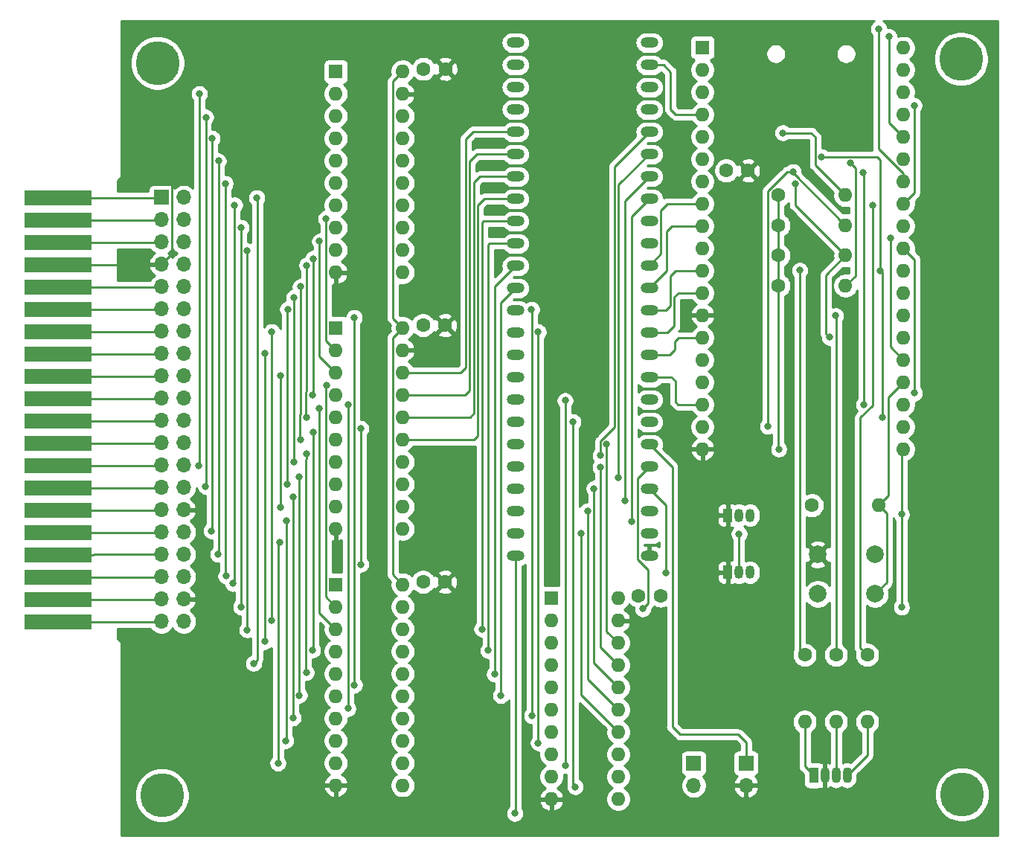
<source format=gbr>
%TF.GenerationSoftware,KiCad,Pcbnew,(5.1.10-1-10_14)*%
%TF.CreationDate,2021-11-12T16:12:36-08:00*%
%TF.ProjectId,TRS-IO-M1,5452532d-494f-42d4-9d31-2e6b69636164,rev?*%
%TF.SameCoordinates,Original*%
%TF.FileFunction,Copper,L2,Bot*%
%TF.FilePolarity,Positive*%
%FSLAX46Y46*%
G04 Gerber Fmt 4.6, Leading zero omitted, Abs format (unit mm)*
G04 Created by KiCad (PCBNEW (5.1.10-1-10_14)) date 2021-11-12 16:12:36*
%MOMM*%
%LPD*%
G01*
G04 APERTURE LIST*
%TA.AperFunction,ComponentPad*%
%ADD10O,1.600000X1.600000*%
%TD*%
%TA.AperFunction,ComponentPad*%
%ADD11R,1.600000X1.600000*%
%TD*%
%TA.AperFunction,ComponentPad*%
%ADD12C,2.000000*%
%TD*%
%TA.AperFunction,ComponentPad*%
%ADD13C,1.600000*%
%TD*%
%TA.AperFunction,ConnectorPad*%
%ADD14R,7.620000X1.778000*%
%TD*%
%TA.AperFunction,ComponentPad*%
%ADD15O,1.700000X1.700000*%
%TD*%
%TA.AperFunction,ComponentPad*%
%ADD16R,1.700000X1.700000*%
%TD*%
%TA.AperFunction,ComponentPad*%
%ADD17O,1.070000X1.800000*%
%TD*%
%TA.AperFunction,ComponentPad*%
%ADD18R,1.070000X1.800000*%
%TD*%
%TA.AperFunction,ComponentPad*%
%ADD19O,1.050000X1.500000*%
%TD*%
%TA.AperFunction,ComponentPad*%
%ADD20R,1.050000X1.500000*%
%TD*%
%TA.AperFunction,ComponentPad*%
%ADD21O,2.000000X1.200000*%
%TD*%
%TA.AperFunction,ComponentPad*%
%ADD22C,5.000000*%
%TD*%
%TA.AperFunction,ComponentPad*%
%ADD23C,0.800000*%
%TD*%
%TA.AperFunction,ViaPad*%
%ADD24C,0.800000*%
%TD*%
%TA.AperFunction,Conductor*%
%ADD25C,0.250000*%
%TD*%
%TA.AperFunction,Conductor*%
%ADD26C,0.254000*%
%TD*%
%TA.AperFunction,Conductor*%
%ADD27C,0.100000*%
%TD*%
G04 APERTURE END LIST*
D10*
%TO.P,U1,38*%
%TO.N,+5V*%
X203276200Y-51752500D03*
%TO.P,U1,37*%
%TO.N,Net-(U1-Pad37)*%
X203276200Y-54229000D03*
%TO.P,U1,19*%
%TO.N,GND*%
X180416200Y-97409000D03*
%TO.P,U1,36*%
%TO.N,Net-(U1-Pad36)*%
X203276200Y-56769000D03*
%TO.P,U1,18*%
%TO.N,CS_SD_CARD*%
X180416200Y-94869000D03*
%TO.P,U1,35*%
%TO.N,Net-(U1-Pad35)*%
X203276200Y-59309000D03*
%TO.P,U1,17*%
%TO.N,MISO*%
X180416200Y-92329000D03*
%TO.P,U1,34*%
%TO.N,AA1*%
X203276200Y-61849000D03*
%TO.P,U1,16*%
%TO.N,Net-(U1-Pad16)*%
X180416200Y-89789000D03*
%TO.P,U1,33*%
%TO.N,GND*%
X203276200Y-64389000D03*
%TO.P,U1,15*%
%TO.N,Net-(U1-Pad15)*%
X180416200Y-87249000D03*
%TO.P,U1,32*%
%TO.N,AA0*%
X203276200Y-66929000D03*
%TO.P,U1,14*%
%TO.N,MOSI*%
X180416200Y-84709000D03*
%TO.P,U1,31*%
%TO.N,AA2*%
X203276200Y-69469000D03*
%TO.P,U1,13*%
%TO.N,GND*%
X180416200Y-82169000D03*
%TO.P,U1,30*%
%TO.N,DONE*%
X203276200Y-72009000D03*
%TO.P,U1,12*%
%TO.N,ESP_S3*%
X180416200Y-79629000D03*
%TO.P,U1,29*%
%TO.N,CS_FPGA*%
X203276200Y-74549000D03*
%TO.P,U1,11*%
%TO.N,ESP_S2*%
X180416200Y-77089000D03*
%TO.P,U1,28*%
%TO.N,SCK*%
X203276200Y-77089000D03*
%TO.P,U1,10*%
%TO.N,LED_RED*%
X180416200Y-74549000D03*
%TO.P,U1,27*%
%TO.N,Net-(U1-Pad27)*%
X203276200Y-79629000D03*
%TO.P,U1,9*%
%TO.N,ESP_S1*%
X180416200Y-72009000D03*
%TO.P,U1,26*%
%TO.N,LED_BLUE*%
X203276200Y-82169000D03*
%TO.P,U1,8*%
%TO.N,ESP_S0*%
X180416200Y-69469000D03*
%TO.P,U1,25*%
%TO.N,Net-(U1-Pad25)*%
X203276200Y-84709000D03*
%TO.P,U1,7*%
%TO.N,LED_GREEN*%
X180416200Y-66929000D03*
%TO.P,U1,24*%
%TO.N,REQ*%
X203276200Y-87249000D03*
%TO.P,U1,6*%
%TO.N,Net-(U1-Pad6)*%
X180416200Y-64389000D03*
%TO.P,U1,23*%
%TO.N,BUTTON*%
X203276200Y-89789000D03*
%TO.P,U1,5*%
%TO.N,Net-(U1-Pad5)*%
X180416200Y-61849000D03*
%TO.P,U1,22*%
%TO.N,Net-(U1-Pad22)*%
X203276200Y-92329000D03*
%TO.P,U1,4*%
%TO.N,AA3*%
X180416200Y-59309000D03*
%TO.P,U1,21*%
%TO.N,Net-(U1-Pad21)*%
X203276200Y-94869000D03*
%TO.P,U1,3*%
%TO.N,Net-(U1-Pad3)*%
X180416200Y-56769000D03*
%TO.P,U1,20*%
%TO.N,+3V3*%
X203276200Y-97409000D03*
%TO.P,U1,2*%
%TO.N,Net-(U1-Pad2)*%
X180416200Y-54229000D03*
D11*
%TO.P,U1,1*%
%TO.N,Net-(U1-Pad1)*%
X180416200Y-51689000D03*
%TD*%
D12*
%TO.P,SW1,1*%
%TO.N,GND*%
X200044900Y-109397800D03*
%TO.P,SW1,2*%
%TO.N,BUTTON*%
X200044900Y-113897800D03*
%TO.P,SW1,1*%
%TO.N,GND*%
X193544900Y-109397800D03*
%TO.P,SW1,2*%
%TO.N,BUTTON*%
X193544900Y-113897800D03*
%TD*%
D10*
%TO.P,R4,2*%
%TO.N,BUTTON*%
X200494900Y-103809800D03*
D13*
%TO.P,R4,1*%
%TO.N,+3V3*%
X192874900Y-103809800D03*
%TD*%
D10*
%TO.P,R3,2*%
%TO.N,Net-(D1-Pad3)*%
X195605400Y-128447800D03*
D13*
%TO.P,R3,1*%
%TO.N,LED_BLUE*%
X195605400Y-120827800D03*
%TD*%
D10*
%TO.P,R2,2*%
%TO.N,Net-(D1-Pad4)*%
X199161400Y-128447800D03*
D13*
%TO.P,R2,1*%
%TO.N,LED_GREEN*%
X199161400Y-120827800D03*
%TD*%
D10*
%TO.P,R1,2*%
%TO.N,Net-(D1-Pad1)*%
X192049400Y-128447800D03*
D13*
%TO.P,R1,1*%
%TO.N,LED_RED*%
X192049400Y-120827800D03*
%TD*%
D14*
%TO.P,J2,1*%
%TO.N,SYSRES_N*%
X107061000Y-68783200D03*
%TO.P,J2,3*%
%TO.N,A10*%
X107061000Y-71323200D03*
%TO.P,J2,5*%
%TO.N,A13*%
X107061000Y-73863200D03*
%TO.P,J2,7*%
%TO.N,GND*%
X107061000Y-76403200D03*
%TO.P,J2,9*%
%TO.N,A14*%
X107061000Y-78943200D03*
%TO.P,J2,11*%
%TO.N,OUT_N*%
X107061000Y-81483200D03*
%TO.P,J2,13*%
%TO.N,INTACK_N*%
X107061000Y-84023200D03*
%TO.P,J2,15*%
%TO.N,MUX*%
X107061000Y-86563200D03*
%TO.P,J2,17*%
%TO.N,D4*%
X107061000Y-89103200D03*
%TO.P,J2,19*%
%TO.N,D7*%
X107061000Y-91643200D03*
%TO.P,J2,21*%
%TO.N,D1*%
X107061000Y-94183200D03*
%TO.P,J2,23*%
%TO.N,D6*%
X107061000Y-96723200D03*
%TO.P,J2,25*%
%TO.N,D3*%
X107061000Y-99263200D03*
%TO.P,J2,27*%
%TO.N,D5*%
X107061000Y-101803200D03*
%TO.P,J2,29*%
%TO.N,D0*%
X107061000Y-104343200D03*
%TO.P,J2,31*%
%TO.N,D2*%
X107061000Y-106883200D03*
%TO.P,J2,33*%
%TO.N,A3*%
X107061000Y-109423200D03*
%TO.P,J2,35*%
%TO.N,A7*%
X107061000Y-111963200D03*
%TO.P,J2,37*%
%TO.N,A6*%
X107061000Y-114503200D03*
%TO.P,J2,39*%
%TO.N,A2*%
X107061000Y-117043200D03*
%TD*%
D15*
%TO.P,J1,40*%
%TO.N,5V*%
X121379000Y-117019200D03*
%TO.P,J1,39*%
%TO.N,A2*%
X118839000Y-117019200D03*
%TO.P,J1,38*%
%TO.N,GND*%
X121379000Y-114479200D03*
%TO.P,J1,37*%
%TO.N,A6*%
X118839000Y-114479200D03*
%TO.P,J1,36*%
%TO.N,A5*%
X121379000Y-111939200D03*
%TO.P,J1,35*%
%TO.N,A7*%
X118839000Y-111939200D03*
%TO.P,J1,34*%
%TO.N,WAIT_N*%
X121379000Y-109399200D03*
%TO.P,J1,33*%
%TO.N,A3*%
X118839000Y-109399200D03*
%TO.P,J1,32*%
%TO.N,A4*%
X121379000Y-106859200D03*
%TO.P,J1,31*%
%TO.N,D2*%
X118839000Y-106859200D03*
%TO.P,J1,30*%
%TO.N,GND*%
X121379000Y-104319200D03*
%TO.P,J1,29*%
%TO.N,D0*%
X118839000Y-104319200D03*
%TO.P,J1,28*%
%TO.N,A1*%
X121379000Y-101779200D03*
%TO.P,J1,27*%
%TO.N,D5*%
X118839000Y-101779200D03*
%TO.P,J1,26*%
%TO.N,A0*%
X121379000Y-99239200D03*
%TO.P,J1,25*%
%TO.N,D3*%
X118839000Y-99239200D03*
%TO.P,J1,24*%
%TO.N,TEST_N*%
X121379000Y-96699200D03*
%TO.P,J1,23*%
%TO.N,D6*%
X118839000Y-96699200D03*
%TO.P,J1,22*%
%TO.N,INT_N*%
X121379000Y-94159200D03*
%TO.P,J1,21*%
%TO.N,D1*%
X118839000Y-94159200D03*
%TO.P,J1,20*%
%TO.N,IN_N*%
X121379000Y-91619200D03*
%TO.P,J1,19*%
%TO.N,D7*%
X118839000Y-91619200D03*
%TO.P,J1,18*%
%TO.N,A9*%
X121379000Y-89079200D03*
%TO.P,J1,17*%
%TO.N,D4*%
X118839000Y-89079200D03*
%TO.P,J1,16*%
%TO.N,RD_N*%
X121379000Y-86539200D03*
%TO.P,J1,15*%
%TO.N,MUX*%
X118839000Y-86539200D03*
%TO.P,J1,14*%
%TO.N,WR_N*%
X121379000Y-83999200D03*
%TO.P,J1,13*%
%TO.N,INTACK_N*%
X118839000Y-83999200D03*
%TO.P,J1,12*%
%TO.N,A8*%
X121379000Y-81459200D03*
%TO.P,J1,11*%
%TO.N,OUT_N*%
X118839000Y-81459200D03*
%TO.P,J1,10*%
%TO.N,A11*%
X121379000Y-78919200D03*
%TO.P,J1,9*%
%TO.N,A14*%
X118839000Y-78919200D03*
%TO.P,J1,8*%
%TO.N,A15*%
X121379000Y-76379200D03*
%TO.P,J1,7*%
%TO.N,GND*%
X118839000Y-76379200D03*
%TO.P,J1,6*%
%TO.N,A12*%
X121379000Y-73839200D03*
%TO.P,J1,5*%
%TO.N,A13*%
X118839000Y-73839200D03*
%TO.P,J1,4*%
%TO.N,CAS_N*%
X121379000Y-71299200D03*
%TO.P,J1,3*%
%TO.N,A10*%
X118839000Y-71299200D03*
%TO.P,J1,2*%
%TO.N,RAS_N*%
X121379000Y-68759200D03*
D16*
%TO.P,J1,1*%
%TO.N,SYSRES_N*%
X118839000Y-68759200D03*
%TD*%
D17*
%TO.P,D1,4*%
%TO.N,Net-(D1-Pad4)*%
X196875400Y-134543800D03*
%TO.P,D1,3*%
%TO.N,Net-(D1-Pad3)*%
X195605400Y-134543800D03*
%TO.P,D1,2*%
%TO.N,GND*%
X194335400Y-134543800D03*
D18*
%TO.P,D1,1*%
%TO.N,Net-(D1-Pad1)*%
X193065400Y-134543800D03*
%TD*%
D13*
%TO.P,R5,1*%
%TO.N,+3V3*%
X189077600Y-78790800D03*
D10*
%TO.P,R5,2*%
%TO.N,Net-(J3-Pad8)*%
X196697600Y-78790800D03*
%TD*%
%TO.P,R6,2*%
%TO.N,MOSI*%
X196697600Y-75361800D03*
D13*
%TO.P,R6,1*%
%TO.N,+3V3*%
X189077600Y-75361800D03*
%TD*%
%TO.P,R7,1*%
%TO.N,+3V3*%
X189077600Y-71932800D03*
D10*
%TO.P,R7,2*%
%TO.N,CS_SD_CARD*%
X196697600Y-71932800D03*
%TD*%
%TO.P,R8,2*%
%TO.N,Net-(J3-Pad1)*%
X196697600Y-68503800D03*
D13*
%TO.P,R8,1*%
%TO.N,+3V3*%
X189077600Y-68503800D03*
%TD*%
%TO.P,C1,1*%
%TO.N,+3V3*%
X148666200Y-54127400D03*
%TO.P,C1,2*%
%TO.N,GND*%
X151166200Y-54127400D03*
%TD*%
%TO.P,C2,2*%
%TO.N,GND*%
X151115400Y-83312000D03*
%TO.P,C2,1*%
%TO.N,+3V3*%
X148615400Y-83312000D03*
%TD*%
%TO.P,C3,1*%
%TO.N,+3V3*%
X148615400Y-112522000D03*
%TO.P,C3,2*%
%TO.N,GND*%
X151115400Y-112522000D03*
%TD*%
%TO.P,C4,2*%
%TO.N,GND*%
X175626400Y-114071400D03*
%TO.P,C4,1*%
%TO.N,+3V3*%
X173126400Y-114071400D03*
%TD*%
%TO.P,C5,1*%
%TO.N,+3V3*%
X183108600Y-65709800D03*
%TO.P,C5,2*%
%TO.N,GND*%
X185608600Y-65709800D03*
%TD*%
D16*
%TO.P,J4,1*%
%TO.N,+5V*%
X179425600Y-133146800D03*
D15*
%TO.P,J4,2*%
%TO.N,VU*%
X179425600Y-135686800D03*
%TD*%
%TO.P,J5,2*%
%TO.N,GND*%
X185369200Y-135686800D03*
D16*
%TO.P,J5,1*%
%TO.N,FULL_ADDR*%
X185369200Y-133146800D03*
%TD*%
D19*
%TO.P,Q1,2*%
%TO.N,WAIT*%
X184556400Y-104927400D03*
%TO.P,Q1,3*%
%TO.N,WAIT_N*%
X185826400Y-104927400D03*
D20*
%TO.P,Q1,1*%
%TO.N,GND*%
X183286400Y-104927400D03*
%TD*%
%TO.P,Q2,1*%
%TO.N,GND*%
X183286400Y-111429800D03*
D19*
%TO.P,Q2,3*%
%TO.N,INT_N*%
X185826400Y-111429800D03*
%TO.P,Q2,2*%
%TO.N,INT*%
X184556400Y-111429800D03*
%TD*%
D21*
%TO.P,U2,48*%
%TO.N,AA1*%
X174371000Y-51130200D03*
%TO.P,U2,1*%
%TO.N,AA0*%
X159131000Y-51130200D03*
%TO.P,U2,47*%
%TO.N,AA3*%
X174371000Y-53670200D03*
%TO.P,U2,2*%
%TO.N,AA4*%
X159131000Y-53670200D03*
%TO.P,U2,46*%
%TO.N,AA7*%
X174371000Y-56210200D03*
%TO.P,U2,3*%
%TO.N,AA5*%
X159131000Y-56210200D03*
%TO.P,U2,45*%
%TO.N,AA2*%
X174371000Y-58750200D03*
%TO.P,U2,4*%
%TO.N,AA6*%
X159131000Y-58750200D03*
%TO.P,U2,44*%
%TO.N,AA11*%
X174371000Y-61290200D03*
%TO.P,U2,5*%
%TO.N,AA10*%
X159131000Y-61290200D03*
%TO.P,U2,43*%
%TO.N,AA14*%
X174371000Y-63830200D03*
%TO.P,U2,6*%
%TO.N,AA12*%
X159131000Y-63830200D03*
%TO.P,U2,42*%
%TO.N,AA8*%
X174371000Y-66370200D03*
%TO.P,U2,7*%
%TO.N,AA13*%
X159131000Y-66370200D03*
%TO.P,U2,41*%
%TO.N,AA9*%
X174371000Y-68910200D03*
%TO.P,U2,8*%
%TO.N,AA15*%
X159131000Y-68910200D03*
%TO.P,U2,40*%
%TO.N,DONE*%
X174371000Y-71450200D03*
%TO.P,U2,9*%
%TO.N,DD4*%
X159131000Y-71450200D03*
%TO.P,U2,39*%
%TO.N,REQ*%
X174371000Y-73990200D03*
%TO.P,U2,10*%
%TO.N,DD7*%
X159131000Y-73990200D03*
%TO.P,U2,38*%
%TO.N,ESP_S0*%
X174371000Y-76530200D03*
%TO.P,U2,11*%
%TO.N,DD1*%
X159131000Y-76530200D03*
%TO.P,U2,37*%
%TO.N,ESP_S1*%
X174371000Y-79070200D03*
%TO.P,U2,12*%
%TO.N,DD6*%
X159131000Y-79070200D03*
%TO.P,U2,36*%
%TO.N,ESP_S2*%
X174371000Y-81610200D03*
%TO.P,U2,13*%
%TO.N,DD3*%
X159131000Y-81610200D03*
%TO.P,U2,35*%
%TO.N,ESP_S3*%
X174371000Y-84150200D03*
%TO.P,U2,14*%
%TO.N,DD5*%
X159131000Y-84150200D03*
%TO.P,U2,34*%
%TO.N,MOSI*%
X174371000Y-86690200D03*
%TO.P,U2,15*%
%TO.N,Net-(U2-Pad15)*%
X159131000Y-86690200D03*
%TO.P,U2,33*%
%TO.N,MISO*%
X174371000Y-89230200D03*
%TO.P,U2,16*%
%TO.N,Net-(U2-Pad16)*%
X159131000Y-89230200D03*
%TO.P,U2,32*%
%TO.N,CS_FPGA*%
X174371000Y-91770200D03*
%TO.P,U2,17*%
%TO.N,DD0*%
X159131000Y-91770200D03*
%TO.P,U2,31*%
%TO.N,SCK*%
X174371000Y-94310200D03*
%TO.P,U2,18*%
%TO.N,DD2*%
X159131000Y-94310200D03*
%TO.P,U2,30*%
%TO.N,FULL_ADDR*%
X174371000Y-96850200D03*
%TO.P,U2,19*%
%TO.N,Z80_WR_N*%
X159131000Y-96850200D03*
%TO.P,U2,29*%
%TO.N,DBUS_SEL_N*%
X174371000Y-99390200D03*
%TO.P,U2,20*%
%TO.N,Z80_RD_N*%
X159131000Y-99390200D03*
%TO.P,U2,28*%
%TO.N,READ_N*%
X174371000Y-101930200D03*
%TO.P,U2,21*%
%TO.N,Z80_RAS_N*%
X159131000Y-101930200D03*
%TO.P,U2,27*%
%TO.N,WAIT*%
X174371000Y-104470200D03*
%TO.P,U2,22*%
%TO.N,Z80_OUT_N*%
X159131000Y-104470200D03*
%TO.P,U2,26*%
%TO.N,INT*%
X174371000Y-107010200D03*
%TO.P,U2,23*%
%TO.N,Z80_IN_N*%
X159131000Y-107010200D03*
%TO.P,U2,25*%
%TO.N,GND*%
X174371000Y-109550200D03*
%TO.P,U2,24*%
%TO.N,VU*%
X159131000Y-109550200D03*
%TD*%
D11*
%TO.P,U3,1*%
%TO.N,+3V3*%
X138684000Y-54432200D03*
D10*
%TO.P,U3,11*%
%TO.N,AA2*%
X146304000Y-77292200D03*
%TO.P,U3,2*%
%TO.N,A0*%
X138684000Y-56972200D03*
%TO.P,U3,12*%
%TO.N,AA6*%
X146304000Y-74752200D03*
%TO.P,U3,3*%
%TO.N,A1*%
X138684000Y-59512200D03*
%TO.P,U3,13*%
%TO.N,AA7*%
X146304000Y-72212200D03*
%TO.P,U3,4*%
%TO.N,A4*%
X138684000Y-62052200D03*
%TO.P,U3,14*%
%TO.N,AA5*%
X146304000Y-69672200D03*
%TO.P,U3,5*%
%TO.N,A3*%
X138684000Y-64592200D03*
%TO.P,U3,15*%
%TO.N,AA3*%
X146304000Y-67132200D03*
%TO.P,U3,6*%
%TO.N,A5*%
X138684000Y-67132200D03*
%TO.P,U3,16*%
%TO.N,AA4*%
X146304000Y-64592200D03*
%TO.P,U3,7*%
%TO.N,A7*%
X138684000Y-69672200D03*
%TO.P,U3,17*%
%TO.N,AA1*%
X146304000Y-62052200D03*
%TO.P,U3,8*%
%TO.N,A6*%
X138684000Y-72212200D03*
%TO.P,U3,18*%
%TO.N,AA0*%
X146304000Y-59512200D03*
%TO.P,U3,9*%
%TO.N,A2*%
X138684000Y-74752200D03*
%TO.P,U3,19*%
%TO.N,GND*%
X146304000Y-56972200D03*
%TO.P,U3,10*%
X138684000Y-77292200D03*
%TO.P,U3,20*%
%TO.N,+3V3*%
X146304000Y-54432200D03*
%TD*%
%TO.P,U4,20*%
%TO.N,+3V3*%
X146304000Y-83616800D03*
%TO.P,U4,10*%
%TO.N,GND*%
X138684000Y-106476800D03*
%TO.P,U4,19*%
X146304000Y-86156800D03*
%TO.P,U4,9*%
%TO.N,A9*%
X138684000Y-103936800D03*
%TO.P,U4,18*%
%TO.N,AA10*%
X146304000Y-88696800D03*
%TO.P,U4,8*%
%TO.N,A8*%
X138684000Y-101396800D03*
%TO.P,U4,17*%
%TO.N,AA12*%
X146304000Y-91236800D03*
%TO.P,U4,7*%
%TO.N,A14*%
X138684000Y-98856800D03*
%TO.P,U4,16*%
%TO.N,AA13*%
X146304000Y-93776800D03*
%TO.P,U4,6*%
%TO.N,A11*%
X138684000Y-96316800D03*
%TO.P,U4,15*%
%TO.N,AA15*%
X146304000Y-96316800D03*
%TO.P,U4,5*%
%TO.N,A15*%
X138684000Y-93776800D03*
%TO.P,U4,14*%
%TO.N,AA11*%
X146304000Y-98856800D03*
%TO.P,U4,4*%
%TO.N,A13*%
X138684000Y-91236800D03*
%TO.P,U4,13*%
%TO.N,AA14*%
X146304000Y-101396800D03*
%TO.P,U4,3*%
%TO.N,A12*%
X138684000Y-88696800D03*
%TO.P,U4,12*%
%TO.N,AA8*%
X146304000Y-103936800D03*
%TO.P,U4,2*%
%TO.N,A10*%
X138684000Y-86156800D03*
%TO.P,U4,11*%
%TO.N,AA9*%
X146304000Y-106476800D03*
D11*
%TO.P,U4,1*%
%TO.N,+3V3*%
X138684000Y-83616800D03*
%TD*%
%TO.P,U5,1*%
%TO.N,READ_N*%
X138684000Y-112801400D03*
D10*
%TO.P,U5,11*%
%TO.N,DD2*%
X146304000Y-135661400D03*
%TO.P,U5,2*%
%TO.N,D4*%
X138684000Y-115341400D03*
%TO.P,U5,12*%
%TO.N,DD0*%
X146304000Y-133121400D03*
%TO.P,U5,3*%
%TO.N,D7*%
X138684000Y-117881400D03*
%TO.P,U5,13*%
%TO.N,DD5*%
X146304000Y-130581400D03*
%TO.P,U5,4*%
%TO.N,D1*%
X138684000Y-120421400D03*
%TO.P,U5,14*%
%TO.N,DD3*%
X146304000Y-128041400D03*
%TO.P,U5,5*%
%TO.N,D6*%
X138684000Y-122961400D03*
%TO.P,U5,15*%
%TO.N,DD6*%
X146304000Y-125501400D03*
%TO.P,U5,6*%
%TO.N,D3*%
X138684000Y-125501400D03*
%TO.P,U5,16*%
%TO.N,DD1*%
X146304000Y-122961400D03*
%TO.P,U5,7*%
%TO.N,D5*%
X138684000Y-128041400D03*
%TO.P,U5,17*%
%TO.N,DD7*%
X146304000Y-120421400D03*
%TO.P,U5,8*%
%TO.N,D0*%
X138684000Y-130581400D03*
%TO.P,U5,18*%
%TO.N,DD4*%
X146304000Y-117881400D03*
%TO.P,U5,9*%
%TO.N,D2*%
X138684000Y-133121400D03*
%TO.P,U5,19*%
%TO.N,DBUS_SEL_N*%
X146304000Y-115341400D03*
%TO.P,U5,10*%
%TO.N,GND*%
X138684000Y-135661400D03*
%TO.P,U5,20*%
%TO.N,+3V3*%
X146304000Y-112801400D03*
%TD*%
%TO.P,U6,20*%
%TO.N,+3V3*%
X170840400Y-114376200D03*
%TO.P,U6,10*%
%TO.N,GND*%
X163220400Y-137236200D03*
%TO.P,U6,19*%
X170840400Y-116916200D03*
%TO.P,U6,9*%
%TO.N,Net-(U6-Pad9)*%
X163220400Y-134696200D03*
%TO.P,U6,18*%
%TO.N,Z80_WR_N*%
X170840400Y-119456200D03*
%TO.P,U6,8*%
%TO.N,Net-(U6-Pad8)*%
X163220400Y-132156200D03*
%TO.P,U6,17*%
%TO.N,Z80_RD_N*%
X170840400Y-121996200D03*
%TO.P,U6,7*%
%TO.N,Net-(U6-Pad7)*%
X163220400Y-129616200D03*
%TO.P,U6,16*%
%TO.N,Z80_RAS_N*%
X170840400Y-124536200D03*
%TO.P,U6,6*%
%TO.N,IN_N*%
X163220400Y-127076200D03*
%TO.P,U6,15*%
%TO.N,Z80_OUT_N*%
X170840400Y-127076200D03*
%TO.P,U6,5*%
%TO.N,OUT_N*%
X163220400Y-124536200D03*
%TO.P,U6,14*%
%TO.N,Z80_IN_N*%
X170840400Y-129616200D03*
%TO.P,U6,4*%
%TO.N,RAS_N*%
X163220400Y-121996200D03*
%TO.P,U6,13*%
%TO.N,Net-(U6-Pad13)*%
X170840400Y-132156200D03*
%TO.P,U6,3*%
%TO.N,RD_N*%
X163220400Y-119456200D03*
%TO.P,U6,12*%
%TO.N,Net-(U6-Pad12)*%
X170840400Y-134696200D03*
%TO.P,U6,2*%
%TO.N,WR_N*%
X163220400Y-116916200D03*
%TO.P,U6,11*%
%TO.N,Net-(U6-Pad11)*%
X170840400Y-137236200D03*
D11*
%TO.P,U6,1*%
%TO.N,+3V3*%
X163220400Y-114376200D03*
%TD*%
D22*
%TO.P,H1,1*%
%TO.N,N/C*%
X118400000Y-53450000D03*
D23*
X120275000Y-53450000D03*
X119725825Y-54775825D03*
X118400000Y-55325000D03*
X117074175Y-54775825D03*
X116525000Y-53450000D03*
X117074175Y-52124175D03*
X118400000Y-51575000D03*
X119725825Y-52124175D03*
%TD*%
%TO.P,H2,1*%
%TO.N,N/C*%
X211175825Y-51674175D03*
X209850000Y-51125000D03*
X208524175Y-51674175D03*
X207975000Y-53000000D03*
X208524175Y-54325825D03*
X209850000Y-54875000D03*
X211175825Y-54325825D03*
X211725000Y-53000000D03*
D22*
X209850000Y-53000000D03*
%TD*%
%TO.P,H3,1*%
%TO.N,N/C*%
X118900000Y-136800000D03*
D23*
X120775000Y-136800000D03*
X120225825Y-138125825D03*
X118900000Y-138675000D03*
X117574175Y-138125825D03*
X117025000Y-136800000D03*
X117574175Y-135474175D03*
X118900000Y-134925000D03*
X120225825Y-135474175D03*
%TD*%
%TO.P,H4,1*%
%TO.N,N/C*%
X211275825Y-135374175D03*
X209950000Y-134825000D03*
X208624175Y-135374175D03*
X208075000Y-136700000D03*
X208624175Y-138025825D03*
X209950000Y-138575000D03*
X211275825Y-138025825D03*
X211825000Y-136700000D03*
D22*
X209950000Y-136700000D03*
%TD*%
D24*
%TO.N,GND*%
X178600000Y-114050000D03*
X178600000Y-109550000D03*
X120000000Y-66200000D03*
X143000000Y-106450000D03*
X186318811Y-53231189D03*
X186957801Y-60692199D03*
%TO.N,+3V3*%
X203073000Y-115392200D03*
X203073000Y-104825800D03*
X189103000Y-97409000D03*
%TO.N,RAS_N*%
X129336800Y-121793000D03*
X129692400Y-68808600D03*
%TO.N,A10*%
X137566400Y-71196200D03*
%TO.N,A12*%
X136833999Y-73761600D03*
%TO.N,A13*%
X136108999Y-75717400D03*
X136042400Y-91262200D03*
%TO.N,A15*%
X135383999Y-76481733D03*
X135331200Y-93827600D03*
%TO.N,A11*%
X134658999Y-78917800D03*
X134721600Y-96316800D03*
%TO.N,A14*%
X133933999Y-80162400D03*
X133908800Y-98907600D03*
%TO.N,A8*%
X133208999Y-81483200D03*
X133121400Y-101396800D03*
%TO.N,OUT_N*%
X140806000Y-124256800D03*
X140792200Y-82423000D03*
%TO.N,WR_N*%
X131380400Y-116890800D03*
X131394200Y-84048600D03*
%TO.N,RD_N*%
X130581400Y-119303800D03*
X130581400Y-86537800D03*
%TO.N,A9*%
X132396400Y-89077800D03*
X132410200Y-104013000D03*
%TO.N,D4*%
X137642600Y-90170000D03*
%TO.N,IN_N*%
X140081000Y-126923800D03*
X140081000Y-92379800D03*
%TO.N,D7*%
X136833999Y-92811600D03*
%TO.N,INT_N*%
X141531000Y-110515400D03*
X141531000Y-95072200D03*
%TO.N,D1*%
X136108999Y-95478600D03*
X136042400Y-120269000D03*
%TO.N,D6*%
X135383999Y-97967800D03*
X135331200Y-122834400D03*
%TO.N,A0*%
X123164600Y-56972200D03*
X123088400Y-99263200D03*
%TO.N,D3*%
X134543800Y-100558600D03*
X134543800Y-125425200D03*
%TO.N,A1*%
X123889600Y-59639200D03*
X123875800Y-101650800D03*
%TO.N,D5*%
X133818800Y-102870000D03*
X133832600Y-127990600D03*
%TO.N,D0*%
X133070600Y-105537000D03*
X132994400Y-130581400D03*
%TO.N,A4*%
X124614600Y-62052200D03*
X124510800Y-106705400D03*
%TO.N,D2*%
X132345600Y-108026200D03*
X132105400Y-133146800D03*
%TO.N,A3*%
X125339600Y-64617600D03*
X125298200Y-109372400D03*
%TO.N,A5*%
X126111000Y-67183000D03*
X126187200Y-111861600D03*
%TO.N,A7*%
X127177800Y-69621400D03*
X127000000Y-112699800D03*
%TO.N,A6*%
X127902800Y-72186800D03*
X127889000Y-115366800D03*
%TO.N,A2*%
X128627800Y-74853800D03*
X128600200Y-117983000D03*
%TO.N,SCK*%
X200863200Y-93751400D03*
X200660000Y-77089000D03*
X193979800Y-64135000D03*
%TO.N,MOSI*%
X190969381Y-67229886D03*
X194868800Y-84683600D03*
%TO.N,READ_N*%
X176250600Y-111455200D03*
%TO.N,MISO*%
X198780400Y-92329000D03*
X198678800Y-65938400D03*
%TO.N,DD3*%
X160996800Y-127762000D03*
X160959800Y-81508600D03*
%TO.N,DD4*%
X155305000Y-117881400D03*
%TO.N,DD5*%
X161721800Y-130835400D03*
X161721800Y-84074000D03*
%TO.N,DD6*%
X157480000Y-125450600D03*
%TO.N,DD7*%
X156030000Y-120319800D03*
%TO.N,DD2*%
X165938200Y-135839200D03*
X165684200Y-94310200D03*
%TO.N,DD0*%
X164795200Y-133400800D03*
X164795200Y-91871800D03*
%TO.N,DD1*%
X156755000Y-123012200D03*
%TO.N,AA14*%
X170870990Y-100634800D03*
%TO.N,AA2*%
X204495400Y-58293000D03*
%TO.N,AA1*%
X201650600Y-50469800D03*
%TO.N,AA11*%
X168794600Y-98145600D03*
%TO.N,AA0*%
X200482200Y-49580800D03*
%TO.N,AA9*%
X172320990Y-105664000D03*
%TO.N,AA8*%
X171595990Y-103251000D03*
%TO.N,DBUS_SEL_N*%
X173614295Y-115584601D03*
%TO.N,LED_GREEN*%
X199771000Y-69621400D03*
%TO.N,LED_BLUE*%
X195580000Y-82219800D03*
%TO.N,LED_RED*%
X191490600Y-77063600D03*
%TO.N,Net-(J3-Pad1)*%
X189560200Y-61417200D03*
%TO.N,CS_SD_CARD*%
X190728600Y-65836800D03*
X187858400Y-94818200D03*
%TO.N,Net-(J3-Pad8)*%
X197281800Y-64860000D03*
%TO.N,VU*%
X159054800Y-138861800D03*
%TO.N,INT*%
X184581800Y-107061000D03*
%TO.N,CS_FPGA*%
X204546200Y-91033600D03*
%TO.N,REQ*%
X201803000Y-73380600D03*
%TO.N,Z80_WR_N*%
X169519600Y-96875600D03*
%TO.N,Z80_RD_N*%
X168794600Y-99441000D03*
%TO.N,Z80_RAS_N*%
X168069600Y-101879400D03*
%TO.N,Z80_OUT_N*%
X167344600Y-104444800D03*
%TO.N,Z80_IN_N*%
X166619600Y-107010200D03*
%TD*%
D25*
%TO.N,GND*%
X118815000Y-76403200D02*
X118839000Y-76379200D01*
X107061000Y-76403200D02*
X118815000Y-76403200D01*
X120014001Y-66214001D02*
X120000000Y-66200000D01*
X120014001Y-75204199D02*
X120014001Y-66214001D01*
X118839000Y-76379200D02*
X120014001Y-75204199D01*
%TO.N,+3V3*%
X203073000Y-97612200D02*
X203276200Y-97409000D01*
X203073000Y-115392200D02*
X203073000Y-104825800D01*
X203073000Y-104825800D02*
X203073000Y-97612200D01*
X189077600Y-68503800D02*
X189077600Y-71932800D01*
X189077600Y-71932800D02*
X189077600Y-75361800D01*
X189077600Y-75361800D02*
X189077600Y-77749400D01*
X189077600Y-77749400D02*
X189077600Y-78790800D01*
X189077600Y-97383600D02*
X189103000Y-97409000D01*
X189077600Y-78790800D02*
X189077600Y-97383600D01*
X145178999Y-55557201D02*
X145178999Y-82491799D01*
X145178999Y-82491799D02*
X146304000Y-83616800D01*
X146304000Y-54432200D02*
X145178999Y-55557201D01*
X145178999Y-84741801D02*
X145178999Y-111676399D01*
X145178999Y-111676399D02*
X146304000Y-112801400D01*
X146304000Y-83616800D02*
X145178999Y-84741801D01*
%TO.N,RAS_N*%
X129736799Y-68852999D02*
X129692400Y-68808600D01*
X129736799Y-121393001D02*
X129736799Y-68852999D01*
X129336800Y-121793000D02*
X129736799Y-121393001D01*
%TO.N,SYSRES_N*%
X118815000Y-68783200D02*
X118839000Y-68759200D01*
X107061000Y-68783200D02*
X118815000Y-68783200D01*
%TO.N,A10*%
X118815000Y-71323200D02*
X118839000Y-71299200D01*
X107061000Y-71323200D02*
X118815000Y-71323200D01*
X137558999Y-71203601D02*
X137566400Y-71196200D01*
X137558999Y-85031799D02*
X137558999Y-71203601D01*
X138684000Y-86156800D02*
X137558999Y-85031799D01*
%TO.N,A12*%
X136833999Y-86846799D02*
X136833999Y-73761600D01*
X138684000Y-88696800D02*
X136833999Y-86846799D01*
%TO.N,A13*%
X118815000Y-73863200D02*
X118839000Y-73839200D01*
X107061000Y-73863200D02*
X118815000Y-73863200D01*
X136108999Y-91195601D02*
X136042400Y-91262200D01*
X136108999Y-75717400D02*
X136108999Y-91195601D01*
%TO.N,A15*%
X135317399Y-90914199D02*
X135317399Y-93813799D01*
X135383999Y-90847599D02*
X135317399Y-90914199D01*
X135317399Y-93813799D02*
X135331200Y-93827600D01*
X135383999Y-76481733D02*
X135383999Y-90847599D01*
%TO.N,A11*%
X134606199Y-96201399D02*
X134721600Y-96316800D01*
X134658999Y-93426799D02*
X134606199Y-93479599D01*
X134606199Y-93479599D02*
X134606199Y-96201399D01*
X134658999Y-78917800D02*
X134658999Y-93426799D01*
%TO.N,A14*%
X118815000Y-78943200D02*
X118839000Y-78919200D01*
X107061000Y-78943200D02*
X118815000Y-78943200D01*
X133933999Y-98882401D02*
X133908800Y-98907600D01*
X133933999Y-80162400D02*
X133933999Y-98882401D01*
%TO.N,A8*%
X133121400Y-81570799D02*
X133121400Y-101396800D01*
X133208999Y-81483200D02*
X133121400Y-81570799D01*
%TO.N,OUT_N*%
X118815000Y-81483200D02*
X118839000Y-81459200D01*
X107061000Y-81483200D02*
X118815000Y-81483200D01*
X140806000Y-82436800D02*
X140792200Y-82423000D01*
X140806000Y-124256800D02*
X140806000Y-82436800D01*
%TO.N,WR_N*%
X131380400Y-84062400D02*
X131394200Y-84048600D01*
X131380400Y-116890800D02*
X131380400Y-84062400D01*
%TO.N,INTACK_N*%
X118815000Y-84023200D02*
X118839000Y-83999200D01*
X107061000Y-84023200D02*
X118815000Y-84023200D01*
%TO.N,RD_N*%
X130581400Y-119303800D02*
X130581400Y-86537800D01*
%TO.N,MUX*%
X118815000Y-86563200D02*
X118839000Y-86539200D01*
X107061000Y-86563200D02*
X118815000Y-86563200D01*
%TO.N,A9*%
X132396400Y-103999200D02*
X132410200Y-104013000D01*
X132396400Y-89077800D02*
X132396400Y-103999200D01*
%TO.N,D4*%
X118815000Y-89103200D02*
X118839000Y-89079200D01*
X107061000Y-89103200D02*
X118815000Y-89103200D01*
X137558999Y-90253601D02*
X137642600Y-90170000D01*
X137558999Y-114216399D02*
X137558999Y-90253601D01*
X138684000Y-115341400D02*
X137558999Y-114216399D01*
%TO.N,IN_N*%
X140081000Y-126923800D02*
X140081000Y-92379800D01*
%TO.N,D7*%
X118815000Y-91643200D02*
X118839000Y-91619200D01*
X107061000Y-91643200D02*
X118815000Y-91643200D01*
X136833999Y-116031399D02*
X136833999Y-92811600D01*
X138684000Y-117881400D02*
X136833999Y-116031399D01*
%TO.N,INT_N*%
X141531000Y-110515400D02*
X141531000Y-95072200D01*
%TO.N,D1*%
X118815000Y-94183200D02*
X118839000Y-94159200D01*
X107061000Y-94183200D02*
X118815000Y-94183200D01*
X136108999Y-120202401D02*
X136042400Y-120269000D01*
X136108999Y-95478600D02*
X136108999Y-120202401D01*
%TO.N,D6*%
X118815000Y-96723200D02*
X118839000Y-96699200D01*
X107061000Y-96723200D02*
X118815000Y-96723200D01*
X135317399Y-122820599D02*
X135331200Y-122834400D01*
X135317399Y-98600085D02*
X135317399Y-122820599D01*
X135383999Y-98533485D02*
X135317399Y-98600085D01*
X135383999Y-97967800D02*
X135383999Y-98533485D01*
%TO.N,A0*%
X123164600Y-99187000D02*
X123088400Y-99263200D01*
X123164600Y-56972200D02*
X123164600Y-99187000D01*
%TO.N,D3*%
X118815000Y-99263200D02*
X118839000Y-99239200D01*
X107061000Y-99263200D02*
X118815000Y-99263200D01*
X134543800Y-100558600D02*
X134543800Y-125425200D01*
%TO.N,A1*%
X123889600Y-101637000D02*
X123875800Y-101650800D01*
X123889600Y-59639200D02*
X123889600Y-101637000D01*
%TO.N,D5*%
X118815000Y-101803200D02*
X118839000Y-101779200D01*
X107061000Y-101803200D02*
X118815000Y-101803200D01*
X133818800Y-127976800D02*
X133832600Y-127990600D01*
X133818800Y-102870000D02*
X133818800Y-127976800D01*
%TO.N,D0*%
X118815000Y-104343200D02*
X118839000Y-104319200D01*
X107061000Y-104343200D02*
X118815000Y-104343200D01*
X133070600Y-130505200D02*
X132994400Y-130581400D01*
X133070600Y-105537000D02*
X133070600Y-130505200D01*
%TO.N,A4*%
X124614600Y-106601600D02*
X124510800Y-106705400D01*
X124614600Y-62052200D02*
X124614600Y-106601600D01*
%TO.N,D2*%
X118815000Y-106883200D02*
X118839000Y-106859200D01*
X107061000Y-106883200D02*
X118815000Y-106883200D01*
X132105400Y-108266400D02*
X132105400Y-133146800D01*
X132345600Y-108026200D02*
X132105400Y-108266400D01*
%TO.N,A3*%
X111145000Y-109399200D02*
X118839000Y-109399200D01*
X111121000Y-109423200D02*
X111145000Y-109399200D01*
X107061000Y-109423200D02*
X111121000Y-109423200D01*
X125339600Y-109331000D02*
X125298200Y-109372400D01*
X125339600Y-64617600D02*
X125339600Y-109331000D01*
%TO.N,A5*%
X126111000Y-111785400D02*
X126187200Y-111861600D01*
X126111000Y-67183000D02*
X126111000Y-111785400D01*
%TO.N,A7*%
X118815000Y-111963200D02*
X118839000Y-111939200D01*
X107061000Y-111963200D02*
X118815000Y-111963200D01*
X127177800Y-112522000D02*
X127000000Y-112699800D01*
X127177800Y-69621400D02*
X127177800Y-112522000D01*
%TO.N,A6*%
X118815000Y-114503200D02*
X118839000Y-114479200D01*
X107061000Y-114503200D02*
X118815000Y-114503200D01*
X127902800Y-115353000D02*
X127889000Y-115366800D01*
X127902800Y-72186800D02*
X127902800Y-115353000D01*
%TO.N,A2*%
X118815000Y-117043200D02*
X118839000Y-117019200D01*
X107061000Y-117043200D02*
X118815000Y-117043200D01*
X128627800Y-117955400D02*
X128600200Y-117983000D01*
X128627800Y-74853800D02*
X128627800Y-117955400D01*
%TO.N,ESP_S0*%
X175696010Y-75205190D02*
X175696010Y-70226790D01*
X174371000Y-76530200D02*
X175696010Y-75205190D01*
X176453800Y-69469000D02*
X180416200Y-69469000D01*
X175696010Y-70226790D02*
X176453800Y-69469000D01*
%TO.N,ESP_S1*%
X174371000Y-79070200D02*
X176301400Y-77139800D01*
X176301400Y-77139800D02*
X176301400Y-72618600D01*
X176911000Y-72009000D02*
X180416200Y-72009000D01*
X176301400Y-72618600D02*
X176911000Y-72009000D01*
%TO.N,SCK*%
X200863200Y-77292200D02*
X200660000Y-77089000D01*
X200863200Y-93751400D02*
X200863200Y-77292200D01*
X200660000Y-64490600D02*
X200634600Y-64465200D01*
X200660000Y-77089000D02*
X200660000Y-64490600D01*
X200660000Y-64490600D02*
X200660000Y-64465200D01*
X200329800Y-64135000D02*
X193979800Y-64135000D01*
X200660000Y-64465200D02*
X200329800Y-64135000D01*
%TO.N,MOSI*%
X174371000Y-86690200D02*
X176682400Y-86690200D01*
X176682400Y-86690200D02*
X177266600Y-86106000D01*
X177266600Y-86106000D02*
X177266600Y-85140800D01*
X177698400Y-84709000D02*
X180416200Y-84709000D01*
X177266600Y-85140800D02*
X177698400Y-84709000D01*
X190969381Y-69633581D02*
X190969381Y-67229886D01*
X196697600Y-75361800D02*
X190969381Y-69633581D01*
X194468801Y-77590599D02*
X196697600Y-75361800D01*
X194468801Y-84283601D02*
X194468801Y-77590599D01*
X194868800Y-84683600D02*
X194468801Y-84283601D01*
%TO.N,READ_N*%
X176250600Y-103809800D02*
X174371000Y-101930200D01*
X176250600Y-111455200D02*
X176250600Y-103809800D01*
%TO.N,MISO*%
X174371000Y-89230200D02*
X176885600Y-89230200D01*
X176885600Y-89230200D02*
X177317400Y-89662000D01*
X177317400Y-89662000D02*
X177317400Y-91998800D01*
X177647600Y-92329000D02*
X180416200Y-92329000D01*
X177317400Y-91998800D02*
X177647600Y-92329000D01*
X198780400Y-66040000D02*
X198678800Y-65938400D01*
X198780400Y-92329000D02*
X198780400Y-66040000D01*
%TO.N,DD3*%
X160996800Y-81545600D02*
X160959800Y-81508600D01*
X160996800Y-127762000D02*
X160996800Y-81545600D01*
%TO.N,DD4*%
X155305000Y-71644000D02*
X155305000Y-117881400D01*
X155498800Y-71450200D02*
X155305000Y-71644000D01*
X159131000Y-71450200D02*
X155498800Y-71450200D01*
%TO.N,DD5*%
X161721800Y-130835400D02*
X161721800Y-84074000D01*
%TO.N,DD6*%
X157480000Y-80721200D02*
X159131000Y-79070200D01*
X157480000Y-125450600D02*
X157480000Y-80721200D01*
%TO.N,DD7*%
X156030000Y-74119400D02*
X156083000Y-74066400D01*
X156030000Y-120319800D02*
X156030000Y-74119400D01*
X156159200Y-73990200D02*
X156030000Y-74119400D01*
X159131000Y-73990200D02*
X156159200Y-73990200D01*
%TO.N,DD2*%
X165684200Y-135585200D02*
X165684200Y-94310200D01*
X165938200Y-135839200D02*
X165684200Y-135585200D01*
%TO.N,DD0*%
X164795200Y-133400800D02*
X164795200Y-91871800D01*
%TO.N,DD1*%
X156755000Y-78906200D02*
X159131000Y-76530200D01*
X156755000Y-123012200D02*
X156755000Y-78906200D01*
%TO.N,AA14*%
X170870990Y-67330210D02*
X174371000Y-63830200D01*
X170870990Y-100634800D02*
X170870990Y-67330210D01*
%TO.N,AA12*%
X159131000Y-63830200D02*
X154762200Y-63830200D01*
X154762200Y-63830200D02*
X153924000Y-64668400D01*
X153924000Y-64668400D02*
X153924000Y-90728800D01*
X153416000Y-91236800D02*
X146304000Y-91236800D01*
X153924000Y-90728800D02*
X153416000Y-91236800D01*
%TO.N,AA3*%
X174371000Y-53670200D02*
X175971200Y-53670200D01*
X175971200Y-53670200D02*
X176784000Y-54483000D01*
X176784000Y-54483000D02*
X176784000Y-58750200D01*
X177342800Y-59309000D02*
X180416200Y-59309000D01*
X176784000Y-58750200D02*
X177342800Y-59309000D01*
%TO.N,AA10*%
X159131000Y-61290200D02*
X154305000Y-61290200D01*
X154305000Y-61290200D02*
X153473990Y-62121210D01*
X153473990Y-62121210D02*
X153473990Y-88130810D01*
X152908000Y-88696800D02*
X146304000Y-88696800D01*
X153473990Y-88130810D02*
X152908000Y-88696800D01*
%TO.N,AA2*%
X204495400Y-68249800D02*
X203276200Y-69469000D01*
X204495400Y-58293000D02*
X204495400Y-68249800D01*
%TO.N,AA1*%
X201650600Y-60223400D02*
X203276200Y-61849000D01*
X201650600Y-50469800D02*
X201650600Y-60223400D01*
%TO.N,AA11*%
X168794599Y-96527599D02*
X170420980Y-94901218D01*
X168794600Y-98145600D02*
X168794599Y-96527599D01*
X170420980Y-65240220D02*
X174371000Y-61290200D01*
X170420980Y-94901218D02*
X170420980Y-65240220D01*
%TO.N,AA0*%
X200482200Y-63260002D02*
X203276200Y-66054002D01*
X203276200Y-66054002D02*
X203276200Y-66929000D01*
X200482200Y-49580800D02*
X200482200Y-63260002D01*
%TO.N,AA9*%
X172320990Y-70960210D02*
X174371000Y-68910200D01*
X172320990Y-105664000D02*
X172320990Y-70960210D01*
%TO.N,AA8*%
X171595990Y-69145210D02*
X174371000Y-66370200D01*
X171595990Y-103251000D02*
X171595990Y-69145210D01*
%TO.N,AA13*%
X154404980Y-93321220D02*
X153949400Y-93776800D01*
X154404980Y-67057620D02*
X154404980Y-93321220D01*
X153949400Y-93776800D02*
X146304000Y-93776800D01*
X155092400Y-66370200D02*
X154404980Y-67057620D01*
X159131000Y-66370200D02*
X155092400Y-66370200D01*
%TO.N,AA15*%
X159131000Y-68910200D02*
X155625800Y-68910200D01*
X155625800Y-68910200D02*
X154854990Y-69681010D01*
X154854990Y-69681010D02*
X154854990Y-95868410D01*
X154406600Y-96316800D02*
X146304000Y-96316800D01*
X154854990Y-95868410D02*
X154406600Y-96316800D01*
%TO.N,DBUS_SEL_N*%
X173045990Y-109933351D02*
X173045990Y-100715210D01*
X174251401Y-111138762D02*
X173045990Y-109933351D01*
X174251401Y-114947495D02*
X174251401Y-111138762D01*
X173045990Y-100715210D02*
X174371000Y-99390200D01*
X173614295Y-115584601D02*
X174251401Y-114947495D01*
%TO.N,BUTTON*%
X201588201Y-91476999D02*
X203276200Y-89789000D01*
X201588201Y-102716499D02*
X201588201Y-91476999D01*
X200494900Y-103809800D02*
X201588201Y-102716499D01*
X201369901Y-112572799D02*
X200044900Y-113897800D01*
X201369901Y-104684801D02*
X201369901Y-112572799D01*
X200494900Y-103809800D02*
X201369901Y-104684801D01*
%TO.N,LED_GREEN*%
X199771000Y-92411402D02*
X199771000Y-69621400D01*
X198361401Y-120027801D02*
X198361401Y-93821001D01*
X198361401Y-93821001D02*
X199771000Y-92411402D01*
X199161400Y-120827800D02*
X198361401Y-120027801D01*
%TO.N,LED_BLUE*%
X195605400Y-82245200D02*
X195580000Y-82219800D01*
X195605400Y-120827800D02*
X195605400Y-82245200D01*
%TO.N,LED_RED*%
X191490600Y-120269000D02*
X191490600Y-77063600D01*
X192049400Y-120827800D02*
X191490600Y-120269000D01*
%TO.N,Net-(D1-Pad4)*%
X199161400Y-132257800D02*
X196875400Y-134543800D01*
X199161400Y-128447800D02*
X199161400Y-132257800D01*
%TO.N,Net-(D1-Pad3)*%
X195605400Y-128447800D02*
X195605400Y-134543800D01*
%TO.N,Net-(D1-Pad1)*%
X192049400Y-133527800D02*
X193065400Y-134543800D01*
X192049400Y-128447800D02*
X192049400Y-133527800D01*
%TO.N,Net-(J3-Pad1)*%
X193254799Y-65060999D02*
X193254799Y-61885999D01*
X196697600Y-68503800D02*
X193254799Y-65060999D01*
X192786000Y-61417200D02*
X189560200Y-61417200D01*
X193254799Y-61885999D02*
X192786000Y-61417200D01*
%TO.N,CS_SD_CARD*%
X190728600Y-65963800D02*
X190728600Y-65836800D01*
X196697600Y-71932800D02*
X190728600Y-65963800D01*
X187858400Y-68057998D02*
X187858400Y-94818200D01*
X190079598Y-65836800D02*
X187858400Y-68057998D01*
X190728600Y-65836800D02*
X190079598Y-65836800D01*
%TO.N,Net-(J3-Pad8)*%
X197822601Y-65400801D02*
X197281800Y-64860000D01*
X197822601Y-77665799D02*
X197822601Y-65400801D01*
X196697600Y-78790800D02*
X197822601Y-77665799D01*
%TO.N,VU*%
X159131000Y-138785600D02*
X159054800Y-138861800D01*
X159131000Y-109550200D02*
X159131000Y-138785600D01*
%TO.N,FULL_ADDR*%
X176975601Y-99454801D02*
X176975601Y-128992799D01*
X174371000Y-96850200D02*
X176975601Y-99454801D01*
X176975601Y-128992799D02*
X177878402Y-129895600D01*
X177878402Y-129895600D02*
X184505600Y-129895600D01*
X185369200Y-130759200D02*
X185369200Y-133146800D01*
X184505600Y-129895600D02*
X185369200Y-130759200D01*
%TO.N,INT*%
X184581800Y-111404400D02*
X184556400Y-111429800D01*
X184581800Y-107061000D02*
X184581800Y-111404400D01*
%TO.N,ESP_S3*%
X174371000Y-84150200D02*
X176453800Y-84150200D01*
X176453800Y-84150200D02*
X177215800Y-83388200D01*
X177215800Y-83388200D02*
X177215800Y-80111600D01*
X177698400Y-79629000D02*
X180416200Y-79629000D01*
X177215800Y-80111600D02*
X177698400Y-79629000D01*
%TO.N,CS_FPGA*%
X204546200Y-75819000D02*
X203276200Y-74549000D01*
X204546200Y-91033600D02*
X204546200Y-75819000D01*
%TO.N,ESP_S2*%
X174371000Y-81610200D02*
X176276000Y-81610200D01*
X176276000Y-81610200D02*
X176758600Y-81127600D01*
X176758600Y-81127600D02*
X176758600Y-77724000D01*
X177393600Y-77089000D02*
X180416200Y-77089000D01*
X176758600Y-77724000D02*
X177393600Y-77089000D01*
%TO.N,REQ*%
X201803000Y-85775800D02*
X203276200Y-87249000D01*
X201803000Y-73380600D02*
X201803000Y-85775800D01*
%TO.N,Z80_WR_N*%
X169519600Y-118135400D02*
X169519600Y-96875600D01*
X170840400Y-119456200D02*
X169519600Y-118135400D01*
%TO.N,Z80_RD_N*%
X168794600Y-119950400D02*
X168794600Y-99441000D01*
X170840400Y-121996200D02*
X168794600Y-119950400D01*
%TO.N,Z80_RAS_N*%
X168069600Y-121765400D02*
X168069600Y-101879400D01*
X170840400Y-124536200D02*
X168069600Y-121765400D01*
%TO.N,Z80_OUT_N*%
X167344600Y-123580400D02*
X167344600Y-104444800D01*
X170840400Y-127076200D02*
X167344600Y-123580400D01*
%TO.N,Z80_IN_N*%
X166619600Y-125395400D02*
X166619600Y-107010200D01*
X170840400Y-129616200D02*
X166619600Y-125395400D01*
%TD*%
D26*
%TO.N,GND*%
X199822426Y-48776863D02*
X199678263Y-48921026D01*
X199564995Y-49090544D01*
X199486974Y-49278902D01*
X199447200Y-49478861D01*
X199447200Y-49682739D01*
X199486974Y-49882698D01*
X199564995Y-50071056D01*
X199678263Y-50240574D01*
X199722200Y-50284511D01*
X199722201Y-63222670D01*
X199718524Y-63260002D01*
X199722201Y-63297335D01*
X199729850Y-63375000D01*
X194683511Y-63375000D01*
X194639574Y-63331063D01*
X194470056Y-63217795D01*
X194281698Y-63139774D01*
X194081739Y-63100000D01*
X194014799Y-63100000D01*
X194014799Y-61923322D01*
X194018475Y-61885999D01*
X194014799Y-61848676D01*
X194014799Y-61848666D01*
X194003802Y-61737013D01*
X193960345Y-61593752D01*
X193953641Y-61581209D01*
X193889773Y-61461722D01*
X193832902Y-61392426D01*
X193794800Y-61345998D01*
X193765796Y-61322195D01*
X193349804Y-60906203D01*
X193326001Y-60877199D01*
X193210276Y-60782226D01*
X193078247Y-60711654D01*
X192934986Y-60668197D01*
X192823333Y-60657200D01*
X192823322Y-60657200D01*
X192786000Y-60653524D01*
X192748678Y-60657200D01*
X190263911Y-60657200D01*
X190219974Y-60613263D01*
X190050456Y-60499995D01*
X189862098Y-60421974D01*
X189662139Y-60382200D01*
X189458261Y-60382200D01*
X189258302Y-60421974D01*
X189069944Y-60499995D01*
X188900426Y-60613263D01*
X188756263Y-60757426D01*
X188642995Y-60926944D01*
X188564974Y-61115302D01*
X188525200Y-61315261D01*
X188525200Y-61519139D01*
X188564974Y-61719098D01*
X188642995Y-61907456D01*
X188756263Y-62076974D01*
X188900426Y-62221137D01*
X189069944Y-62334405D01*
X189258302Y-62412426D01*
X189458261Y-62452200D01*
X189662139Y-62452200D01*
X189862098Y-62412426D01*
X190050456Y-62334405D01*
X190219974Y-62221137D01*
X190263911Y-62177200D01*
X192471199Y-62177200D01*
X192494800Y-62200801D01*
X192494799Y-65023676D01*
X192491123Y-65060999D01*
X192494799Y-65098321D01*
X192494799Y-65098331D01*
X192505796Y-65209984D01*
X192526618Y-65278626D01*
X192549253Y-65353245D01*
X192619825Y-65485275D01*
X192637621Y-65506959D01*
X192714798Y-65601000D01*
X192743802Y-65624803D01*
X195298912Y-68179914D01*
X195262600Y-68362465D01*
X195262600Y-68645135D01*
X195317747Y-68922374D01*
X195425920Y-69183527D01*
X195582963Y-69418559D01*
X195782841Y-69618437D01*
X196017873Y-69775480D01*
X196279026Y-69883653D01*
X196556265Y-69938800D01*
X196838935Y-69938800D01*
X197062602Y-69894309D01*
X197062602Y-70542291D01*
X196838935Y-70497800D01*
X196556265Y-70497800D01*
X196373714Y-70534112D01*
X191763600Y-65923999D01*
X191763600Y-65734861D01*
X191723826Y-65534902D01*
X191645805Y-65346544D01*
X191532537Y-65177026D01*
X191388374Y-65032863D01*
X191218856Y-64919595D01*
X191030498Y-64841574D01*
X190830539Y-64801800D01*
X190626661Y-64801800D01*
X190426702Y-64841574D01*
X190238344Y-64919595D01*
X190068826Y-65032863D01*
X190022991Y-65078698D01*
X189930612Y-65087797D01*
X189787351Y-65131254D01*
X189655322Y-65201826D01*
X189539597Y-65296799D01*
X189515799Y-65325797D01*
X187347403Y-67494194D01*
X187318399Y-67517997D01*
X187291500Y-67550774D01*
X187223426Y-67633722D01*
X187195482Y-67686001D01*
X187152854Y-67765752D01*
X187109397Y-67909013D01*
X187098400Y-68020666D01*
X187098400Y-68020676D01*
X187094724Y-68057998D01*
X187098400Y-68095320D01*
X187098401Y-94114488D01*
X187054463Y-94158426D01*
X186941195Y-94327944D01*
X186863174Y-94516302D01*
X186823400Y-94716261D01*
X186823400Y-94920139D01*
X186863174Y-95120098D01*
X186941195Y-95308456D01*
X187054463Y-95477974D01*
X187198626Y-95622137D01*
X187368144Y-95735405D01*
X187556502Y-95813426D01*
X187756461Y-95853200D01*
X187960339Y-95853200D01*
X188160298Y-95813426D01*
X188317601Y-95748269D01*
X188317601Y-96730688D01*
X188299063Y-96749226D01*
X188185795Y-96918744D01*
X188107774Y-97107102D01*
X188068000Y-97307061D01*
X188068000Y-97510939D01*
X188107774Y-97710898D01*
X188185795Y-97899256D01*
X188299063Y-98068774D01*
X188443226Y-98212937D01*
X188612744Y-98326205D01*
X188801102Y-98404226D01*
X189001061Y-98444000D01*
X189204939Y-98444000D01*
X189404898Y-98404226D01*
X189593256Y-98326205D01*
X189762774Y-98212937D01*
X189906937Y-98068774D01*
X190020205Y-97899256D01*
X190098226Y-97710898D01*
X190138000Y-97510939D01*
X190138000Y-97307061D01*
X190098226Y-97107102D01*
X190020205Y-96918744D01*
X189906937Y-96749226D01*
X189837600Y-96679889D01*
X189837600Y-80008843D01*
X189992359Y-79905437D01*
X190192237Y-79705559D01*
X190349280Y-79470527D01*
X190457453Y-79209374D01*
X190512600Y-78932135D01*
X190512600Y-78649465D01*
X190457453Y-78372226D01*
X190349280Y-78111073D01*
X190192237Y-77876041D01*
X189992359Y-77676163D01*
X189837600Y-77572757D01*
X189837600Y-76579843D01*
X189992359Y-76476437D01*
X190192237Y-76276559D01*
X190349280Y-76041527D01*
X190457453Y-75780374D01*
X190512600Y-75503135D01*
X190512600Y-75220465D01*
X190457453Y-74943226D01*
X190349280Y-74682073D01*
X190192237Y-74447041D01*
X189992359Y-74247163D01*
X189837600Y-74143757D01*
X189837600Y-73150843D01*
X189992359Y-73047437D01*
X190192237Y-72847559D01*
X190349280Y-72612527D01*
X190457453Y-72351374D01*
X190512600Y-72074135D01*
X190512600Y-71791465D01*
X190457453Y-71514226D01*
X190349280Y-71253073D01*
X190192237Y-71018041D01*
X189992359Y-70818163D01*
X189837600Y-70714757D01*
X189837600Y-69721843D01*
X189992359Y-69618437D01*
X190192237Y-69418559D01*
X190209381Y-69392901D01*
X190209381Y-69596258D01*
X190205705Y-69633581D01*
X190209381Y-69670903D01*
X190209381Y-69670913D01*
X190220378Y-69782566D01*
X190263068Y-69923298D01*
X190263835Y-69925827D01*
X190334407Y-70057857D01*
X190361422Y-70090774D01*
X190429380Y-70173582D01*
X190458384Y-70197385D01*
X195298912Y-75037914D01*
X195262600Y-75220465D01*
X195262600Y-75503135D01*
X195298912Y-75685686D01*
X193957799Y-77026800D01*
X193928801Y-77050598D01*
X193905003Y-77079596D01*
X193905002Y-77079597D01*
X193833827Y-77166323D01*
X193763255Y-77298353D01*
X193735183Y-77390898D01*
X193719799Y-77441613D01*
X193718268Y-77457154D01*
X193705125Y-77590599D01*
X193708802Y-77627931D01*
X193708801Y-84246278D01*
X193705125Y-84283601D01*
X193708801Y-84320923D01*
X193708801Y-84320933D01*
X193719798Y-84432586D01*
X193759419Y-84563201D01*
X193763255Y-84575847D01*
X193833800Y-84707826D01*
X193833800Y-84785539D01*
X193873574Y-84985498D01*
X193951595Y-85173856D01*
X194064863Y-85343374D01*
X194209026Y-85487537D01*
X194378544Y-85600805D01*
X194566902Y-85678826D01*
X194766861Y-85718600D01*
X194845401Y-85718600D01*
X194845400Y-108501785D01*
X194680313Y-108441992D01*
X193724505Y-109397800D01*
X194680313Y-110353608D01*
X194845400Y-110293815D01*
X194845400Y-112901214D01*
X194814887Y-112855548D01*
X194587152Y-112627813D01*
X194319363Y-112448882D01*
X194021812Y-112325632D01*
X193705933Y-112262800D01*
X193383867Y-112262800D01*
X193067988Y-112325632D01*
X192770437Y-112448882D01*
X192502648Y-112627813D01*
X192274913Y-112855548D01*
X192250600Y-112891935D01*
X192250600Y-110533213D01*
X192589092Y-110533213D01*
X192684856Y-110797614D01*
X192974471Y-110938504D01*
X193286008Y-111020184D01*
X193607495Y-111039518D01*
X193926575Y-110995761D01*
X194230988Y-110890595D01*
X194404944Y-110797614D01*
X194500708Y-110533213D01*
X193544900Y-109577405D01*
X192589092Y-110533213D01*
X192250600Y-110533213D01*
X192250600Y-110296060D01*
X192409487Y-110353608D01*
X193365295Y-109397800D01*
X192409487Y-108441992D01*
X192250600Y-108499540D01*
X192250600Y-108262387D01*
X192589092Y-108262387D01*
X193544900Y-109218195D01*
X194500708Y-108262387D01*
X194404944Y-107997986D01*
X194115329Y-107857096D01*
X193803792Y-107775416D01*
X193482305Y-107756082D01*
X193163225Y-107799839D01*
X192858812Y-107905005D01*
X192684856Y-107997986D01*
X192589092Y-108262387D01*
X192250600Y-108262387D01*
X192250600Y-105104439D01*
X192456326Y-105189653D01*
X192733565Y-105244800D01*
X193016235Y-105244800D01*
X193293474Y-105189653D01*
X193554627Y-105081480D01*
X193789659Y-104924437D01*
X193989537Y-104724559D01*
X194146580Y-104489527D01*
X194254753Y-104228374D01*
X194309900Y-103951135D01*
X194309900Y-103668465D01*
X194254753Y-103391226D01*
X194146580Y-103130073D01*
X193989537Y-102895041D01*
X193789659Y-102695163D01*
X193554627Y-102538120D01*
X193293474Y-102429947D01*
X193016235Y-102374800D01*
X192733565Y-102374800D01*
X192456326Y-102429947D01*
X192250600Y-102515161D01*
X192250600Y-77767311D01*
X192294537Y-77723374D01*
X192407805Y-77553856D01*
X192485826Y-77365498D01*
X192525600Y-77165539D01*
X192525600Y-76961661D01*
X192485826Y-76761702D01*
X192407805Y-76573344D01*
X192294537Y-76403826D01*
X192150374Y-76259663D01*
X191980856Y-76146395D01*
X191792498Y-76068374D01*
X191592539Y-76028600D01*
X191388661Y-76028600D01*
X191188702Y-76068374D01*
X191000344Y-76146395D01*
X190830826Y-76259663D01*
X190686663Y-76403826D01*
X190573395Y-76573344D01*
X190495374Y-76761702D01*
X190455600Y-76961661D01*
X190455600Y-77165539D01*
X190495374Y-77365498D01*
X190573395Y-77553856D01*
X190686663Y-77723374D01*
X190730601Y-77767312D01*
X190730600Y-120231678D01*
X190726924Y-120269000D01*
X190727060Y-120270378D01*
X190669547Y-120409226D01*
X190614400Y-120686465D01*
X190614400Y-120969135D01*
X190669547Y-121246374D01*
X190777720Y-121507527D01*
X190934763Y-121742559D01*
X191134641Y-121942437D01*
X191369673Y-122099480D01*
X191630826Y-122207653D01*
X191908065Y-122262800D01*
X192190735Y-122262800D01*
X192467974Y-122207653D01*
X192729127Y-122099480D01*
X192964159Y-121942437D01*
X193164037Y-121742559D01*
X193321080Y-121507527D01*
X193429253Y-121246374D01*
X193484400Y-120969135D01*
X193484400Y-120686465D01*
X193429253Y-120409226D01*
X193321080Y-120148073D01*
X193164037Y-119913041D01*
X192964159Y-119713163D01*
X192729127Y-119556120D01*
X192467974Y-119447947D01*
X192250600Y-119404708D01*
X192250600Y-114903665D01*
X192274913Y-114940052D01*
X192502648Y-115167787D01*
X192770437Y-115346718D01*
X193067988Y-115469968D01*
X193383867Y-115532800D01*
X193705933Y-115532800D01*
X194021812Y-115469968D01*
X194319363Y-115346718D01*
X194587152Y-115167787D01*
X194814887Y-114940052D01*
X194845400Y-114894386D01*
X194845400Y-119609757D01*
X194690641Y-119713163D01*
X194490763Y-119913041D01*
X194333720Y-120148073D01*
X194225547Y-120409226D01*
X194170400Y-120686465D01*
X194170400Y-120969135D01*
X194225547Y-121246374D01*
X194333720Y-121507527D01*
X194490763Y-121742559D01*
X194690641Y-121942437D01*
X194925673Y-122099480D01*
X195186826Y-122207653D01*
X195464065Y-122262800D01*
X195746735Y-122262800D01*
X196023974Y-122207653D01*
X196285127Y-122099480D01*
X196520159Y-121942437D01*
X196720037Y-121742559D01*
X196877080Y-121507527D01*
X196985253Y-121246374D01*
X197040400Y-120969135D01*
X197040400Y-120686465D01*
X196985253Y-120409226D01*
X196877080Y-120148073D01*
X196720037Y-119913041D01*
X196520159Y-119713163D01*
X196365400Y-119609757D01*
X196365400Y-82898111D01*
X196383937Y-82879574D01*
X196497205Y-82710056D01*
X196575226Y-82521698D01*
X196615000Y-82321739D01*
X196615000Y-82117861D01*
X196575226Y-81917902D01*
X196497205Y-81729544D01*
X196383937Y-81560026D01*
X196239774Y-81415863D01*
X196070256Y-81302595D01*
X195881898Y-81224574D01*
X195681939Y-81184800D01*
X195478061Y-81184800D01*
X195278102Y-81224574D01*
X195228801Y-81244995D01*
X195228801Y-77905400D01*
X196373714Y-76760488D01*
X196556265Y-76796800D01*
X196838935Y-76796800D01*
X197062601Y-76752309D01*
X197062601Y-77350997D01*
X197021486Y-77392112D01*
X196838935Y-77355800D01*
X196556265Y-77355800D01*
X196279026Y-77410947D01*
X196017873Y-77519120D01*
X195782841Y-77676163D01*
X195582963Y-77876041D01*
X195425920Y-78111073D01*
X195317747Y-78372226D01*
X195262600Y-78649465D01*
X195262600Y-78932135D01*
X195317747Y-79209374D01*
X195425920Y-79470527D01*
X195582963Y-79705559D01*
X195782841Y-79905437D01*
X196017873Y-80062480D01*
X196279026Y-80170653D01*
X196556265Y-80225800D01*
X196838935Y-80225800D01*
X197116174Y-80170653D01*
X197377327Y-80062480D01*
X197612359Y-79905437D01*
X197812237Y-79705559D01*
X197969280Y-79470527D01*
X198020400Y-79347111D01*
X198020400Y-91625289D01*
X197976463Y-91669226D01*
X197863195Y-91838744D01*
X197785174Y-92027102D01*
X197745400Y-92227061D01*
X197745400Y-92430939D01*
X197785174Y-92630898D01*
X197863195Y-92819256D01*
X197976463Y-92988774D01*
X198047645Y-93059956D01*
X197850399Y-93257202D01*
X197821401Y-93281000D01*
X197797603Y-93309998D01*
X197797602Y-93309999D01*
X197726427Y-93396725D01*
X197655855Y-93528755D01*
X197635639Y-93595401D01*
X197612399Y-93672015D01*
X197602078Y-93776800D01*
X197597725Y-93821001D01*
X197601402Y-93858334D01*
X197601401Y-119990479D01*
X197597725Y-120027801D01*
X197601401Y-120065123D01*
X197601401Y-120065133D01*
X197612398Y-120176786D01*
X197651695Y-120306332D01*
X197655855Y-120320047D01*
X197726427Y-120452077D01*
X197740140Y-120468786D01*
X197763933Y-120497777D01*
X197726400Y-120686465D01*
X197726400Y-120969135D01*
X197781547Y-121246374D01*
X197889720Y-121507527D01*
X198046763Y-121742559D01*
X198246641Y-121942437D01*
X198481673Y-122099480D01*
X198742826Y-122207653D01*
X199020065Y-122262800D01*
X199302735Y-122262800D01*
X199579974Y-122207653D01*
X199841127Y-122099480D01*
X200076159Y-121942437D01*
X200276037Y-121742559D01*
X200433080Y-121507527D01*
X200541253Y-121246374D01*
X200596400Y-120969135D01*
X200596400Y-120686465D01*
X200541253Y-120409226D01*
X200433080Y-120148073D01*
X200276037Y-119913041D01*
X200076159Y-119713163D01*
X199841127Y-119556120D01*
X199579974Y-119447947D01*
X199302735Y-119392800D01*
X199121401Y-119392800D01*
X199121401Y-115247135D01*
X199270437Y-115346718D01*
X199567988Y-115469968D01*
X199883867Y-115532800D01*
X200205933Y-115532800D01*
X200521812Y-115469968D01*
X200819363Y-115346718D01*
X201087152Y-115167787D01*
X201314887Y-114940052D01*
X201493818Y-114672263D01*
X201617068Y-114374712D01*
X201679900Y-114058833D01*
X201679900Y-113736767D01*
X201617068Y-113420888D01*
X201611077Y-113406425D01*
X201880909Y-113136594D01*
X201909902Y-113112800D01*
X201933696Y-113083807D01*
X201933700Y-113083803D01*
X202004874Y-112997076D01*
X202005264Y-112996347D01*
X202075447Y-112865046D01*
X202118904Y-112721785D01*
X202129901Y-112610132D01*
X202129901Y-112610123D01*
X202133577Y-112572800D01*
X202129901Y-112535477D01*
X202129901Y-105253543D01*
X202155795Y-105316056D01*
X202269063Y-105485574D01*
X202313001Y-105529512D01*
X202313000Y-114688489D01*
X202269063Y-114732426D01*
X202155795Y-114901944D01*
X202077774Y-115090302D01*
X202038000Y-115290261D01*
X202038000Y-115494139D01*
X202077774Y-115694098D01*
X202155795Y-115882456D01*
X202269063Y-116051974D01*
X202413226Y-116196137D01*
X202582744Y-116309405D01*
X202771102Y-116387426D01*
X202971061Y-116427200D01*
X203174939Y-116427200D01*
X203374898Y-116387426D01*
X203563256Y-116309405D01*
X203732774Y-116196137D01*
X203876937Y-116051974D01*
X203990205Y-115882456D01*
X204068226Y-115694098D01*
X204108000Y-115494139D01*
X204108000Y-115290261D01*
X204068226Y-115090302D01*
X203990205Y-114901944D01*
X203876937Y-114732426D01*
X203833000Y-114688489D01*
X203833000Y-105529511D01*
X203876937Y-105485574D01*
X203990205Y-105316056D01*
X204068226Y-105127698D01*
X204108000Y-104927739D01*
X204108000Y-104723861D01*
X204068226Y-104523902D01*
X203990205Y-104335544D01*
X203876937Y-104166026D01*
X203833000Y-104122089D01*
X203833000Y-98731598D01*
X203955927Y-98680680D01*
X204190959Y-98523637D01*
X204390837Y-98323759D01*
X204547880Y-98088727D01*
X204656053Y-97827574D01*
X204711200Y-97550335D01*
X204711200Y-97267665D01*
X204656053Y-96990426D01*
X204547880Y-96729273D01*
X204390837Y-96494241D01*
X204190959Y-96294363D01*
X203958441Y-96139000D01*
X204190959Y-95983637D01*
X204390837Y-95783759D01*
X204547880Y-95548727D01*
X204656053Y-95287574D01*
X204711200Y-95010335D01*
X204711200Y-94727665D01*
X204656053Y-94450426D01*
X204547880Y-94189273D01*
X204390837Y-93954241D01*
X204190959Y-93754363D01*
X203958441Y-93599000D01*
X204190959Y-93443637D01*
X204390837Y-93243759D01*
X204547880Y-93008727D01*
X204656053Y-92747574D01*
X204711200Y-92470335D01*
X204711200Y-92187665D01*
X204686017Y-92061066D01*
X204848098Y-92028826D01*
X205036456Y-91950805D01*
X205205974Y-91837537D01*
X205350137Y-91693374D01*
X205463405Y-91523856D01*
X205541426Y-91335498D01*
X205581200Y-91135539D01*
X205581200Y-90931661D01*
X205541426Y-90731702D01*
X205463405Y-90543344D01*
X205350137Y-90373826D01*
X205306200Y-90329889D01*
X205306200Y-75856322D01*
X205309876Y-75818999D01*
X205306200Y-75781676D01*
X205306200Y-75781667D01*
X205295203Y-75670014D01*
X205251746Y-75526753D01*
X205181174Y-75394724D01*
X205086201Y-75278999D01*
X205057203Y-75255201D01*
X204674888Y-74872886D01*
X204711200Y-74690335D01*
X204711200Y-74407665D01*
X204656053Y-74130426D01*
X204547880Y-73869273D01*
X204390837Y-73634241D01*
X204190959Y-73434363D01*
X203958441Y-73279000D01*
X204190959Y-73123637D01*
X204390837Y-72923759D01*
X204547880Y-72688727D01*
X204656053Y-72427574D01*
X204711200Y-72150335D01*
X204711200Y-71867665D01*
X204656053Y-71590426D01*
X204547880Y-71329273D01*
X204390837Y-71094241D01*
X204190959Y-70894363D01*
X203958441Y-70739000D01*
X204190959Y-70583637D01*
X204390837Y-70383759D01*
X204547880Y-70148727D01*
X204656053Y-69887574D01*
X204711200Y-69610335D01*
X204711200Y-69327665D01*
X204674888Y-69145114D01*
X205006403Y-68813599D01*
X205035401Y-68789801D01*
X205130374Y-68674076D01*
X205200946Y-68542047D01*
X205244403Y-68398786D01*
X205255400Y-68287133D01*
X205255400Y-68287124D01*
X205259076Y-68249801D01*
X205255400Y-68212478D01*
X205255400Y-58996711D01*
X205299337Y-58952774D01*
X205412605Y-58783256D01*
X205490626Y-58594898D01*
X205530400Y-58394939D01*
X205530400Y-58191061D01*
X205490626Y-57991102D01*
X205412605Y-57802744D01*
X205299337Y-57633226D01*
X205155174Y-57489063D01*
X204985656Y-57375795D01*
X204797298Y-57297774D01*
X204624633Y-57263429D01*
X204656053Y-57187574D01*
X204711200Y-56910335D01*
X204711200Y-56627665D01*
X204656053Y-56350426D01*
X204547880Y-56089273D01*
X204390837Y-55854241D01*
X204190959Y-55654363D01*
X203958441Y-55499000D01*
X204190959Y-55343637D01*
X204390837Y-55143759D01*
X204547880Y-54908727D01*
X204656053Y-54647574D01*
X204711200Y-54370335D01*
X204711200Y-54087665D01*
X204656053Y-53810426D01*
X204547880Y-53549273D01*
X204390837Y-53314241D01*
X204190959Y-53114363D01*
X204005959Y-52990750D01*
X204190959Y-52867137D01*
X204366867Y-52691229D01*
X206715000Y-52691229D01*
X206715000Y-53308771D01*
X206835476Y-53914446D01*
X207071799Y-54484979D01*
X207414886Y-54998446D01*
X207851554Y-55435114D01*
X208365021Y-55778201D01*
X208935554Y-56014524D01*
X209541229Y-56135000D01*
X210158771Y-56135000D01*
X210764446Y-56014524D01*
X211334979Y-55778201D01*
X211848446Y-55435114D01*
X212285114Y-54998446D01*
X212628201Y-54484979D01*
X212864524Y-53914446D01*
X212985000Y-53308771D01*
X212985000Y-52691229D01*
X212864524Y-52085554D01*
X212628201Y-51515021D01*
X212285114Y-51001554D01*
X211848446Y-50564886D01*
X211334979Y-50221799D01*
X210764446Y-49985476D01*
X210158771Y-49865000D01*
X209541229Y-49865000D01*
X208935554Y-49985476D01*
X208365021Y-50221799D01*
X207851554Y-50564886D01*
X207414886Y-51001554D01*
X207071799Y-51515021D01*
X206835476Y-52085554D01*
X206715000Y-52691229D01*
X204366867Y-52691229D01*
X204390837Y-52667259D01*
X204547880Y-52432227D01*
X204656053Y-52171074D01*
X204711200Y-51893835D01*
X204711200Y-51611165D01*
X204656053Y-51333926D01*
X204547880Y-51072773D01*
X204390837Y-50837741D01*
X204190959Y-50637863D01*
X203955927Y-50480820D01*
X203694774Y-50372647D01*
X203417535Y-50317500D01*
X203134865Y-50317500D01*
X202857626Y-50372647D01*
X202685600Y-50443902D01*
X202685600Y-50367861D01*
X202645826Y-50167902D01*
X202567805Y-49979544D01*
X202454537Y-49810026D01*
X202310374Y-49665863D01*
X202140856Y-49552595D01*
X201952498Y-49474574D01*
X201752539Y-49434800D01*
X201548661Y-49434800D01*
X201509967Y-49442497D01*
X201477426Y-49278902D01*
X201399405Y-49090544D01*
X201286137Y-48921026D01*
X201141974Y-48776863D01*
X201013471Y-48691000D01*
X213990000Y-48691000D01*
X213990001Y-141376800D01*
X114248800Y-141376800D01*
X114248800Y-136491229D01*
X115765000Y-136491229D01*
X115765000Y-137108771D01*
X115885476Y-137714446D01*
X116121799Y-138284979D01*
X116464886Y-138798446D01*
X116901554Y-139235114D01*
X117415021Y-139578201D01*
X117985554Y-139814524D01*
X118591229Y-139935000D01*
X119208771Y-139935000D01*
X119814446Y-139814524D01*
X120384979Y-139578201D01*
X120898446Y-139235114D01*
X121335114Y-138798446D01*
X121678201Y-138284979D01*
X121914524Y-137714446D01*
X122035000Y-137108771D01*
X122035000Y-136491229D01*
X121939366Y-136010439D01*
X137292096Y-136010439D01*
X137332754Y-136144487D01*
X137452963Y-136398820D01*
X137620481Y-136624814D01*
X137828869Y-136813785D01*
X138070119Y-136958470D01*
X138334960Y-137053309D01*
X138557000Y-136932024D01*
X138557000Y-135788400D01*
X138811000Y-135788400D01*
X138811000Y-136932024D01*
X139033040Y-137053309D01*
X139297881Y-136958470D01*
X139539131Y-136813785D01*
X139747519Y-136624814D01*
X139915037Y-136398820D01*
X140035246Y-136144487D01*
X140075904Y-136010439D01*
X139953915Y-135788400D01*
X138811000Y-135788400D01*
X138557000Y-135788400D01*
X137414085Y-135788400D01*
X137292096Y-136010439D01*
X121939366Y-136010439D01*
X121914524Y-135885554D01*
X121678201Y-135315021D01*
X121335114Y-134801554D01*
X120898446Y-134364886D01*
X120384979Y-134021799D01*
X119814446Y-133785476D01*
X119208771Y-133665000D01*
X118591229Y-133665000D01*
X117985554Y-133785476D01*
X117415021Y-134021799D01*
X116901554Y-134364886D01*
X116464886Y-134801554D01*
X116121799Y-135315021D01*
X115885476Y-135885554D01*
X115765000Y-136491229D01*
X114248800Y-136491229D01*
X114248800Y-119615619D01*
X114251993Y-119583200D01*
X114239250Y-119453817D01*
X114201510Y-119329407D01*
X114140225Y-119214750D01*
X114057748Y-119114252D01*
X113957250Y-119031775D01*
X113877000Y-118988881D01*
X113877000Y-117803200D01*
X117576858Y-117803200D01*
X117685525Y-117965832D01*
X117892368Y-118172675D01*
X118135589Y-118335190D01*
X118405842Y-118447132D01*
X118692740Y-118504200D01*
X118985260Y-118504200D01*
X119272158Y-118447132D01*
X119542411Y-118335190D01*
X119785632Y-118172675D01*
X119992475Y-117965832D01*
X120109000Y-117791440D01*
X120225525Y-117965832D01*
X120432368Y-118172675D01*
X120675589Y-118335190D01*
X120945842Y-118447132D01*
X121232740Y-118504200D01*
X121525260Y-118504200D01*
X121812158Y-118447132D01*
X122082411Y-118335190D01*
X122325632Y-118172675D01*
X122532475Y-117965832D01*
X122694990Y-117722611D01*
X122806932Y-117452358D01*
X122864000Y-117165460D01*
X122864000Y-116872940D01*
X122806932Y-116586042D01*
X122694990Y-116315789D01*
X122532475Y-116072568D01*
X122325632Y-115865725D01*
X122143466Y-115744005D01*
X122260355Y-115674378D01*
X122476588Y-115479469D01*
X122650641Y-115246120D01*
X122775825Y-114983299D01*
X122820476Y-114836090D01*
X122699155Y-114606200D01*
X121506000Y-114606200D01*
X121506000Y-114626200D01*
X121252000Y-114626200D01*
X121252000Y-114606200D01*
X121232000Y-114606200D01*
X121232000Y-114352200D01*
X121252000Y-114352200D01*
X121252000Y-114332200D01*
X121506000Y-114332200D01*
X121506000Y-114352200D01*
X122699155Y-114352200D01*
X122820476Y-114122310D01*
X122775825Y-113975101D01*
X122650641Y-113712280D01*
X122476588Y-113478931D01*
X122260355Y-113284022D01*
X122143466Y-113214395D01*
X122325632Y-113092675D01*
X122532475Y-112885832D01*
X122694990Y-112642611D01*
X122806932Y-112372358D01*
X122864000Y-112085460D01*
X122864000Y-111792940D01*
X122806932Y-111506042D01*
X122694990Y-111235789D01*
X122532475Y-110992568D01*
X122325632Y-110785725D01*
X122151240Y-110669200D01*
X122325632Y-110552675D01*
X122532475Y-110345832D01*
X122694990Y-110102611D01*
X122806932Y-109832358D01*
X122864000Y-109545460D01*
X122864000Y-109252940D01*
X122806932Y-108966042D01*
X122694990Y-108695789D01*
X122532475Y-108452568D01*
X122325632Y-108245725D01*
X122151240Y-108129200D01*
X122325632Y-108012675D01*
X122532475Y-107805832D01*
X122694990Y-107562611D01*
X122806932Y-107292358D01*
X122864000Y-107005460D01*
X122864000Y-106712940D01*
X122806932Y-106426042D01*
X122694990Y-106155789D01*
X122532475Y-105912568D01*
X122325632Y-105705725D01*
X122143466Y-105584005D01*
X122260355Y-105514378D01*
X122476588Y-105319469D01*
X122650641Y-105086120D01*
X122775825Y-104823299D01*
X122820476Y-104676090D01*
X122699155Y-104446200D01*
X121506000Y-104446200D01*
X121506000Y-104466200D01*
X121252000Y-104466200D01*
X121252000Y-104446200D01*
X121232000Y-104446200D01*
X121232000Y-104192200D01*
X121252000Y-104192200D01*
X121252000Y-104172200D01*
X121506000Y-104172200D01*
X121506000Y-104192200D01*
X122699155Y-104192200D01*
X122820476Y-103962310D01*
X122775825Y-103815101D01*
X122650641Y-103552280D01*
X122476588Y-103318931D01*
X122260355Y-103124022D01*
X122143466Y-103054395D01*
X122325632Y-102932675D01*
X122532475Y-102725832D01*
X122694990Y-102482611D01*
X122806932Y-102212358D01*
X122864000Y-101925460D01*
X122864000Y-101869374D01*
X122880574Y-101952698D01*
X122958595Y-102141056D01*
X123071863Y-102310574D01*
X123216026Y-102454737D01*
X123385544Y-102568005D01*
X123573902Y-102646026D01*
X123773861Y-102685800D01*
X123854601Y-102685800D01*
X123854601Y-105899074D01*
X123851026Y-105901463D01*
X123706863Y-106045626D01*
X123593595Y-106215144D01*
X123515574Y-106403502D01*
X123475800Y-106603461D01*
X123475800Y-106807339D01*
X123515574Y-107007298D01*
X123593595Y-107195656D01*
X123706863Y-107365174D01*
X123851026Y-107509337D01*
X124020544Y-107622605D01*
X124208902Y-107700626D01*
X124408861Y-107740400D01*
X124579601Y-107740400D01*
X124579601Y-108627288D01*
X124494263Y-108712626D01*
X124380995Y-108882144D01*
X124302974Y-109070502D01*
X124263200Y-109270461D01*
X124263200Y-109474339D01*
X124302974Y-109674298D01*
X124380995Y-109862656D01*
X124494263Y-110032174D01*
X124638426Y-110176337D01*
X124807944Y-110289605D01*
X124996302Y-110367626D01*
X125196261Y-110407400D01*
X125351001Y-110407400D01*
X125351001Y-111250110D01*
X125269995Y-111371344D01*
X125191974Y-111559702D01*
X125152200Y-111759661D01*
X125152200Y-111963539D01*
X125191974Y-112163498D01*
X125269995Y-112351856D01*
X125383263Y-112521374D01*
X125527426Y-112665537D01*
X125696944Y-112778805D01*
X125885302Y-112856826D01*
X125979692Y-112875601D01*
X126004774Y-113001698D01*
X126082795Y-113190056D01*
X126196063Y-113359574D01*
X126340226Y-113503737D01*
X126509744Y-113617005D01*
X126698102Y-113695026D01*
X126898061Y-113734800D01*
X127101939Y-113734800D01*
X127142801Y-113726672D01*
X127142801Y-114649288D01*
X127085063Y-114707026D01*
X126971795Y-114876544D01*
X126893774Y-115064902D01*
X126854000Y-115264861D01*
X126854000Y-115468739D01*
X126893774Y-115668698D01*
X126971795Y-115857056D01*
X127085063Y-116026574D01*
X127229226Y-116170737D01*
X127398744Y-116284005D01*
X127587102Y-116362026D01*
X127787061Y-116401800D01*
X127867801Y-116401800D01*
X127867801Y-117251688D01*
X127796263Y-117323226D01*
X127682995Y-117492744D01*
X127604974Y-117681102D01*
X127565200Y-117881061D01*
X127565200Y-118084939D01*
X127604974Y-118284898D01*
X127682995Y-118473256D01*
X127796263Y-118642774D01*
X127940426Y-118786937D01*
X128109944Y-118900205D01*
X128298302Y-118978226D01*
X128498261Y-119018000D01*
X128702139Y-119018000D01*
X128902098Y-118978226D01*
X128976799Y-118947284D01*
X128976799Y-120821841D01*
X128846544Y-120875795D01*
X128677026Y-120989063D01*
X128532863Y-121133226D01*
X128419595Y-121302744D01*
X128341574Y-121491102D01*
X128301800Y-121691061D01*
X128301800Y-121894939D01*
X128341574Y-122094898D01*
X128419595Y-122283256D01*
X128532863Y-122452774D01*
X128677026Y-122596937D01*
X128846544Y-122710205D01*
X129034902Y-122788226D01*
X129234861Y-122828000D01*
X129438739Y-122828000D01*
X129638698Y-122788226D01*
X129827056Y-122710205D01*
X129996574Y-122596937D01*
X130140737Y-122452774D01*
X130254005Y-122283256D01*
X130332026Y-122094898D01*
X130371800Y-121894939D01*
X130371800Y-121817226D01*
X130442345Y-121685248D01*
X130485802Y-121541987D01*
X130496799Y-121430334D01*
X130496799Y-121430324D01*
X130500475Y-121393002D01*
X130496799Y-121355679D01*
X130496799Y-120338800D01*
X130683339Y-120338800D01*
X130883298Y-120299026D01*
X131071656Y-120221005D01*
X131241174Y-120107737D01*
X131345400Y-120003511D01*
X131345401Y-132443088D01*
X131301463Y-132487026D01*
X131188195Y-132656544D01*
X131110174Y-132844902D01*
X131070400Y-133044861D01*
X131070400Y-133248739D01*
X131110174Y-133448698D01*
X131188195Y-133637056D01*
X131301463Y-133806574D01*
X131445626Y-133950737D01*
X131615144Y-134064005D01*
X131803502Y-134142026D01*
X132003461Y-134181800D01*
X132207339Y-134181800D01*
X132407298Y-134142026D01*
X132595656Y-134064005D01*
X132765174Y-133950737D01*
X132909337Y-133806574D01*
X133022605Y-133637056D01*
X133100626Y-133448698D01*
X133140400Y-133248739D01*
X133140400Y-133044861D01*
X133100626Y-132844902D01*
X133022605Y-132656544D01*
X132909337Y-132487026D01*
X132865400Y-132443089D01*
X132865400Y-131611017D01*
X132892461Y-131616400D01*
X133096339Y-131616400D01*
X133296298Y-131576626D01*
X133484656Y-131498605D01*
X133654174Y-131385337D01*
X133798337Y-131241174D01*
X133911605Y-131071656D01*
X133989626Y-130883298D01*
X134029400Y-130683339D01*
X134029400Y-130479461D01*
X133989626Y-130279502D01*
X133911605Y-130091144D01*
X133830600Y-129969911D01*
X133830600Y-129025600D01*
X133934539Y-129025600D01*
X134134498Y-128985826D01*
X134322856Y-128907805D01*
X134492374Y-128794537D01*
X134636537Y-128650374D01*
X134749805Y-128480856D01*
X134827826Y-128292498D01*
X134867600Y-128092539D01*
X134867600Y-127888661D01*
X134827826Y-127688702D01*
X134749805Y-127500344D01*
X134636537Y-127330826D01*
X134578800Y-127273089D01*
X134578800Y-126460200D01*
X134645739Y-126460200D01*
X134845698Y-126420426D01*
X135034056Y-126342405D01*
X135203574Y-126229137D01*
X135347737Y-126084974D01*
X135461005Y-125915456D01*
X135539026Y-125727098D01*
X135578800Y-125527139D01*
X135578800Y-125323261D01*
X135539026Y-125123302D01*
X135461005Y-124934944D01*
X135347737Y-124765426D01*
X135303800Y-124721489D01*
X135303800Y-123869400D01*
X135433139Y-123869400D01*
X135633098Y-123829626D01*
X135821456Y-123751605D01*
X135990974Y-123638337D01*
X136135137Y-123494174D01*
X136248405Y-123324656D01*
X136326426Y-123136298D01*
X136366200Y-122936339D01*
X136366200Y-122732461D01*
X136326426Y-122532502D01*
X136248405Y-122344144D01*
X136135137Y-122174626D01*
X136077399Y-122116888D01*
X136077399Y-121304000D01*
X136144339Y-121304000D01*
X136344298Y-121264226D01*
X136532656Y-121186205D01*
X136702174Y-121072937D01*
X136846337Y-120928774D01*
X136959605Y-120759256D01*
X137037626Y-120570898D01*
X137077400Y-120370939D01*
X137077400Y-120167061D01*
X137037626Y-119967102D01*
X136959605Y-119778744D01*
X136868999Y-119643142D01*
X136868999Y-117141200D01*
X137285312Y-117557514D01*
X137249000Y-117740065D01*
X137249000Y-118022735D01*
X137304147Y-118299974D01*
X137412320Y-118561127D01*
X137569363Y-118796159D01*
X137769241Y-118996037D01*
X138001759Y-119151400D01*
X137769241Y-119306763D01*
X137569363Y-119506641D01*
X137412320Y-119741673D01*
X137304147Y-120002826D01*
X137249000Y-120280065D01*
X137249000Y-120562735D01*
X137304147Y-120839974D01*
X137412320Y-121101127D01*
X137569363Y-121336159D01*
X137769241Y-121536037D01*
X138001759Y-121691400D01*
X137769241Y-121846763D01*
X137569363Y-122046641D01*
X137412320Y-122281673D01*
X137304147Y-122542826D01*
X137249000Y-122820065D01*
X137249000Y-123102735D01*
X137304147Y-123379974D01*
X137412320Y-123641127D01*
X137569363Y-123876159D01*
X137769241Y-124076037D01*
X138001759Y-124231400D01*
X137769241Y-124386763D01*
X137569363Y-124586641D01*
X137412320Y-124821673D01*
X137304147Y-125082826D01*
X137249000Y-125360065D01*
X137249000Y-125642735D01*
X137304147Y-125919974D01*
X137412320Y-126181127D01*
X137569363Y-126416159D01*
X137769241Y-126616037D01*
X138001759Y-126771400D01*
X137769241Y-126926763D01*
X137569363Y-127126641D01*
X137412320Y-127361673D01*
X137304147Y-127622826D01*
X137249000Y-127900065D01*
X137249000Y-128182735D01*
X137304147Y-128459974D01*
X137412320Y-128721127D01*
X137569363Y-128956159D01*
X137769241Y-129156037D01*
X138001759Y-129311400D01*
X137769241Y-129466763D01*
X137569363Y-129666641D01*
X137412320Y-129901673D01*
X137304147Y-130162826D01*
X137249000Y-130440065D01*
X137249000Y-130722735D01*
X137304147Y-130999974D01*
X137412320Y-131261127D01*
X137569363Y-131496159D01*
X137769241Y-131696037D01*
X138001759Y-131851400D01*
X137769241Y-132006763D01*
X137569363Y-132206641D01*
X137412320Y-132441673D01*
X137304147Y-132702826D01*
X137249000Y-132980065D01*
X137249000Y-133262735D01*
X137304147Y-133539974D01*
X137412320Y-133801127D01*
X137569363Y-134036159D01*
X137769241Y-134236037D01*
X138004273Y-134393080D01*
X138014865Y-134397467D01*
X137828869Y-134509015D01*
X137620481Y-134697986D01*
X137452963Y-134923980D01*
X137332754Y-135178313D01*
X137292096Y-135312361D01*
X137414085Y-135534400D01*
X138557000Y-135534400D01*
X138557000Y-135514400D01*
X138811000Y-135514400D01*
X138811000Y-135534400D01*
X139953915Y-135534400D01*
X140075904Y-135312361D01*
X140035246Y-135178313D01*
X139915037Y-134923980D01*
X139747519Y-134697986D01*
X139539131Y-134509015D01*
X139353135Y-134397467D01*
X139363727Y-134393080D01*
X139598759Y-134236037D01*
X139798637Y-134036159D01*
X139955680Y-133801127D01*
X140063853Y-133539974D01*
X140119000Y-133262735D01*
X140119000Y-132980065D01*
X140063853Y-132702826D01*
X139955680Y-132441673D01*
X139798637Y-132206641D01*
X139598759Y-132006763D01*
X139366241Y-131851400D01*
X139598759Y-131696037D01*
X139798637Y-131496159D01*
X139955680Y-131261127D01*
X140063853Y-130999974D01*
X140119000Y-130722735D01*
X140119000Y-130440065D01*
X140063853Y-130162826D01*
X139955680Y-129901673D01*
X139798637Y-129666641D01*
X139598759Y-129466763D01*
X139366241Y-129311400D01*
X139598759Y-129156037D01*
X139798637Y-128956159D01*
X139955680Y-128721127D01*
X140063853Y-128459974D01*
X140119000Y-128182735D01*
X140119000Y-127958800D01*
X140182939Y-127958800D01*
X140382898Y-127919026D01*
X140571256Y-127841005D01*
X140740774Y-127727737D01*
X140884937Y-127583574D01*
X140998205Y-127414056D01*
X141076226Y-127225698D01*
X141116000Y-127025739D01*
X141116000Y-126821861D01*
X141076226Y-126621902D01*
X140998205Y-126433544D01*
X140884937Y-126264026D01*
X140841000Y-126220089D01*
X140841000Y-125291800D01*
X140907939Y-125291800D01*
X141107898Y-125252026D01*
X141296256Y-125174005D01*
X141465774Y-125060737D01*
X141609937Y-124916574D01*
X141723205Y-124747056D01*
X141801226Y-124558698D01*
X141841000Y-124358739D01*
X141841000Y-124154861D01*
X141801226Y-123954902D01*
X141723205Y-123766544D01*
X141609937Y-123597026D01*
X141566000Y-123553089D01*
X141566000Y-111550400D01*
X141632939Y-111550400D01*
X141832898Y-111510626D01*
X142021256Y-111432605D01*
X142190774Y-111319337D01*
X142334937Y-111175174D01*
X142448205Y-111005656D01*
X142526226Y-110817298D01*
X142566000Y-110617339D01*
X142566000Y-110413461D01*
X142526226Y-110213502D01*
X142448205Y-110025144D01*
X142334937Y-109855626D01*
X142291000Y-109811689D01*
X142291000Y-95775911D01*
X142334937Y-95731974D01*
X142448205Y-95562456D01*
X142526226Y-95374098D01*
X142566000Y-95174139D01*
X142566000Y-94970261D01*
X142526226Y-94770302D01*
X142448205Y-94581944D01*
X142334937Y-94412426D01*
X142190774Y-94268263D01*
X142021256Y-94154995D01*
X141832898Y-94076974D01*
X141632939Y-94037200D01*
X141566000Y-94037200D01*
X141566000Y-83112911D01*
X141596137Y-83082774D01*
X141709405Y-82913256D01*
X141787426Y-82724898D01*
X141827200Y-82524939D01*
X141827200Y-82321061D01*
X141787426Y-82121102D01*
X141709405Y-81932744D01*
X141596137Y-81763226D01*
X141451974Y-81619063D01*
X141282456Y-81505795D01*
X141094098Y-81427774D01*
X140894139Y-81388000D01*
X140690261Y-81388000D01*
X140490302Y-81427774D01*
X140301944Y-81505795D01*
X140132426Y-81619063D01*
X139988263Y-81763226D01*
X139874995Y-81932744D01*
X139796974Y-82121102D01*
X139771269Y-82250330D01*
X139728180Y-82227298D01*
X139608482Y-82190988D01*
X139484000Y-82178728D01*
X138318999Y-82178728D01*
X138318999Y-78678393D01*
X138334960Y-78684109D01*
X138557000Y-78562824D01*
X138557000Y-77419200D01*
X138811000Y-77419200D01*
X138811000Y-78562824D01*
X139033040Y-78684109D01*
X139297881Y-78589270D01*
X139539131Y-78444585D01*
X139747519Y-78255614D01*
X139915037Y-78029620D01*
X140035246Y-77775287D01*
X140075904Y-77641239D01*
X139953915Y-77419200D01*
X138811000Y-77419200D01*
X138557000Y-77419200D01*
X138537000Y-77419200D01*
X138537000Y-77165200D01*
X138557000Y-77165200D01*
X138557000Y-77145200D01*
X138811000Y-77145200D01*
X138811000Y-77165200D01*
X139953915Y-77165200D01*
X140075904Y-76943161D01*
X140035246Y-76809113D01*
X139915037Y-76554780D01*
X139747519Y-76328786D01*
X139539131Y-76139815D01*
X139353135Y-76028267D01*
X139363727Y-76023880D01*
X139598759Y-75866837D01*
X139798637Y-75666959D01*
X139955680Y-75431927D01*
X140063853Y-75170774D01*
X140119000Y-74893535D01*
X140119000Y-74610865D01*
X140063853Y-74333626D01*
X139955680Y-74072473D01*
X139798637Y-73837441D01*
X139598759Y-73637563D01*
X139366241Y-73482200D01*
X139598759Y-73326837D01*
X139798637Y-73126959D01*
X139955680Y-72891927D01*
X140063853Y-72630774D01*
X140119000Y-72353535D01*
X140119000Y-72070865D01*
X140063853Y-71793626D01*
X139955680Y-71532473D01*
X139798637Y-71297441D01*
X139598759Y-71097563D01*
X139366241Y-70942200D01*
X139598759Y-70786837D01*
X139798637Y-70586959D01*
X139955680Y-70351927D01*
X140063853Y-70090774D01*
X140119000Y-69813535D01*
X140119000Y-69530865D01*
X140063853Y-69253626D01*
X139955680Y-68992473D01*
X139798637Y-68757441D01*
X139598759Y-68557563D01*
X139366241Y-68402200D01*
X139598759Y-68246837D01*
X139798637Y-68046959D01*
X139955680Y-67811927D01*
X140063853Y-67550774D01*
X140119000Y-67273535D01*
X140119000Y-66990865D01*
X140063853Y-66713626D01*
X139955680Y-66452473D01*
X139798637Y-66217441D01*
X139598759Y-66017563D01*
X139366241Y-65862200D01*
X139598759Y-65706837D01*
X139798637Y-65506959D01*
X139955680Y-65271927D01*
X140063853Y-65010774D01*
X140119000Y-64733535D01*
X140119000Y-64450865D01*
X140063853Y-64173626D01*
X139955680Y-63912473D01*
X139798637Y-63677441D01*
X139598759Y-63477563D01*
X139366241Y-63322200D01*
X139598759Y-63166837D01*
X139798637Y-62966959D01*
X139955680Y-62731927D01*
X140063853Y-62470774D01*
X140119000Y-62193535D01*
X140119000Y-61910865D01*
X140063853Y-61633626D01*
X139955680Y-61372473D01*
X139798637Y-61137441D01*
X139598759Y-60937563D01*
X139366241Y-60782200D01*
X139598759Y-60626837D01*
X139798637Y-60426959D01*
X139955680Y-60191927D01*
X140063853Y-59930774D01*
X140119000Y-59653535D01*
X140119000Y-59370865D01*
X140063853Y-59093626D01*
X139955680Y-58832473D01*
X139798637Y-58597441D01*
X139598759Y-58397563D01*
X139366241Y-58242200D01*
X139598759Y-58086837D01*
X139798637Y-57886959D01*
X139955680Y-57651927D01*
X140063853Y-57390774D01*
X140119000Y-57113535D01*
X140119000Y-56830865D01*
X140063853Y-56553626D01*
X139955680Y-56292473D01*
X139798637Y-56057441D01*
X139600039Y-55858843D01*
X139608482Y-55858012D01*
X139728180Y-55821702D01*
X139838494Y-55762737D01*
X139935185Y-55683385D01*
X140014537Y-55586694D01*
X140030301Y-55557201D01*
X144415323Y-55557201D01*
X144418999Y-55594523D01*
X144419000Y-82454466D01*
X144415323Y-82491799D01*
X144419000Y-82529132D01*
X144429997Y-82640785D01*
X144438700Y-82669476D01*
X144473453Y-82784045D01*
X144544025Y-82916075D01*
X144597986Y-82981826D01*
X144638999Y-83031800D01*
X144667997Y-83055598D01*
X144905312Y-83292913D01*
X144869000Y-83475465D01*
X144869000Y-83758135D01*
X144905312Y-83940687D01*
X144668001Y-84177997D01*
X144638998Y-84201800D01*
X144597986Y-84251774D01*
X144544025Y-84317525D01*
X144504563Y-84391353D01*
X144473453Y-84449555D01*
X144429996Y-84592816D01*
X144418999Y-84704469D01*
X144418999Y-84704479D01*
X144415323Y-84741801D01*
X144418999Y-84779123D01*
X144419000Y-111639066D01*
X144415323Y-111676399D01*
X144419000Y-111713732D01*
X144429997Y-111825385D01*
X144435120Y-111842273D01*
X144473453Y-111968645D01*
X144544025Y-112100675D01*
X144587662Y-112153846D01*
X144638999Y-112216400D01*
X144667997Y-112240198D01*
X144905312Y-112477513D01*
X144869000Y-112660065D01*
X144869000Y-112942735D01*
X144924147Y-113219974D01*
X145032320Y-113481127D01*
X145189363Y-113716159D01*
X145389241Y-113916037D01*
X145621759Y-114071400D01*
X145389241Y-114226763D01*
X145189363Y-114426641D01*
X145032320Y-114661673D01*
X144924147Y-114922826D01*
X144869000Y-115200065D01*
X144869000Y-115482735D01*
X144924147Y-115759974D01*
X145032320Y-116021127D01*
X145189363Y-116256159D01*
X145389241Y-116456037D01*
X145621759Y-116611400D01*
X145389241Y-116766763D01*
X145189363Y-116966641D01*
X145032320Y-117201673D01*
X144924147Y-117462826D01*
X144869000Y-117740065D01*
X144869000Y-118022735D01*
X144924147Y-118299974D01*
X145032320Y-118561127D01*
X145189363Y-118796159D01*
X145389241Y-118996037D01*
X145621759Y-119151400D01*
X145389241Y-119306763D01*
X145189363Y-119506641D01*
X145032320Y-119741673D01*
X144924147Y-120002826D01*
X144869000Y-120280065D01*
X144869000Y-120562735D01*
X144924147Y-120839974D01*
X145032320Y-121101127D01*
X145189363Y-121336159D01*
X145389241Y-121536037D01*
X145621759Y-121691400D01*
X145389241Y-121846763D01*
X145189363Y-122046641D01*
X145032320Y-122281673D01*
X144924147Y-122542826D01*
X144869000Y-122820065D01*
X144869000Y-123102735D01*
X144924147Y-123379974D01*
X145032320Y-123641127D01*
X145189363Y-123876159D01*
X145389241Y-124076037D01*
X145621759Y-124231400D01*
X145389241Y-124386763D01*
X145189363Y-124586641D01*
X145032320Y-124821673D01*
X144924147Y-125082826D01*
X144869000Y-125360065D01*
X144869000Y-125642735D01*
X144924147Y-125919974D01*
X145032320Y-126181127D01*
X145189363Y-126416159D01*
X145389241Y-126616037D01*
X145621759Y-126771400D01*
X145389241Y-126926763D01*
X145189363Y-127126641D01*
X145032320Y-127361673D01*
X144924147Y-127622826D01*
X144869000Y-127900065D01*
X144869000Y-128182735D01*
X144924147Y-128459974D01*
X145032320Y-128721127D01*
X145189363Y-128956159D01*
X145389241Y-129156037D01*
X145621759Y-129311400D01*
X145389241Y-129466763D01*
X145189363Y-129666641D01*
X145032320Y-129901673D01*
X144924147Y-130162826D01*
X144869000Y-130440065D01*
X144869000Y-130722735D01*
X144924147Y-130999974D01*
X145032320Y-131261127D01*
X145189363Y-131496159D01*
X145389241Y-131696037D01*
X145621759Y-131851400D01*
X145389241Y-132006763D01*
X145189363Y-132206641D01*
X145032320Y-132441673D01*
X144924147Y-132702826D01*
X144869000Y-132980065D01*
X144869000Y-133262735D01*
X144924147Y-133539974D01*
X145032320Y-133801127D01*
X145189363Y-134036159D01*
X145389241Y-134236037D01*
X145621759Y-134391400D01*
X145389241Y-134546763D01*
X145189363Y-134746641D01*
X145032320Y-134981673D01*
X144924147Y-135242826D01*
X144869000Y-135520065D01*
X144869000Y-135802735D01*
X144924147Y-136079974D01*
X145032320Y-136341127D01*
X145189363Y-136576159D01*
X145389241Y-136776037D01*
X145624273Y-136933080D01*
X145885426Y-137041253D01*
X146162665Y-137096400D01*
X146445335Y-137096400D01*
X146722574Y-137041253D01*
X146983727Y-136933080D01*
X147218759Y-136776037D01*
X147418637Y-136576159D01*
X147575680Y-136341127D01*
X147683853Y-136079974D01*
X147739000Y-135802735D01*
X147739000Y-135520065D01*
X147683853Y-135242826D01*
X147575680Y-134981673D01*
X147418637Y-134746641D01*
X147218759Y-134546763D01*
X146986241Y-134391400D01*
X147218759Y-134236037D01*
X147418637Y-134036159D01*
X147575680Y-133801127D01*
X147683853Y-133539974D01*
X147739000Y-133262735D01*
X147739000Y-132980065D01*
X147683853Y-132702826D01*
X147575680Y-132441673D01*
X147418637Y-132206641D01*
X147218759Y-132006763D01*
X146986241Y-131851400D01*
X147218759Y-131696037D01*
X147418637Y-131496159D01*
X147575680Y-131261127D01*
X147683853Y-130999974D01*
X147739000Y-130722735D01*
X147739000Y-130440065D01*
X147683853Y-130162826D01*
X147575680Y-129901673D01*
X147418637Y-129666641D01*
X147218759Y-129466763D01*
X146986241Y-129311400D01*
X147218759Y-129156037D01*
X147418637Y-128956159D01*
X147575680Y-128721127D01*
X147683853Y-128459974D01*
X147739000Y-128182735D01*
X147739000Y-127900065D01*
X147683853Y-127622826D01*
X147575680Y-127361673D01*
X147418637Y-127126641D01*
X147218759Y-126926763D01*
X146986241Y-126771400D01*
X147218759Y-126616037D01*
X147418637Y-126416159D01*
X147575680Y-126181127D01*
X147683853Y-125919974D01*
X147739000Y-125642735D01*
X147739000Y-125360065D01*
X147683853Y-125082826D01*
X147575680Y-124821673D01*
X147418637Y-124586641D01*
X147218759Y-124386763D01*
X146986241Y-124231400D01*
X147218759Y-124076037D01*
X147418637Y-123876159D01*
X147575680Y-123641127D01*
X147683853Y-123379974D01*
X147739000Y-123102735D01*
X147739000Y-122820065D01*
X147683853Y-122542826D01*
X147575680Y-122281673D01*
X147418637Y-122046641D01*
X147218759Y-121846763D01*
X146986241Y-121691400D01*
X147218759Y-121536037D01*
X147418637Y-121336159D01*
X147575680Y-121101127D01*
X147683853Y-120839974D01*
X147739000Y-120562735D01*
X147739000Y-120280065D01*
X147683853Y-120002826D01*
X147575680Y-119741673D01*
X147418637Y-119506641D01*
X147218759Y-119306763D01*
X146986241Y-119151400D01*
X147218759Y-118996037D01*
X147418637Y-118796159D01*
X147575680Y-118561127D01*
X147683853Y-118299974D01*
X147739000Y-118022735D01*
X147739000Y-117740065D01*
X147683853Y-117462826D01*
X147575680Y-117201673D01*
X147418637Y-116966641D01*
X147218759Y-116766763D01*
X146986241Y-116611400D01*
X147218759Y-116456037D01*
X147418637Y-116256159D01*
X147575680Y-116021127D01*
X147683853Y-115759974D01*
X147739000Y-115482735D01*
X147739000Y-115200065D01*
X147683853Y-114922826D01*
X147575680Y-114661673D01*
X147418637Y-114426641D01*
X147218759Y-114226763D01*
X146986241Y-114071400D01*
X147218759Y-113916037D01*
X147418637Y-113716159D01*
X147563444Y-113499440D01*
X147700641Y-113636637D01*
X147935673Y-113793680D01*
X148196826Y-113901853D01*
X148474065Y-113957000D01*
X148756735Y-113957000D01*
X149033974Y-113901853D01*
X149295127Y-113793680D01*
X149530159Y-113636637D01*
X149652094Y-113514702D01*
X150302303Y-113514702D01*
X150373886Y-113758671D01*
X150629396Y-113879571D01*
X150903584Y-113948300D01*
X151185912Y-113962217D01*
X151465530Y-113920787D01*
X151731692Y-113825603D01*
X151856914Y-113758671D01*
X151928497Y-113514702D01*
X151115400Y-112701605D01*
X150302303Y-113514702D01*
X149652094Y-113514702D01*
X149730037Y-113436759D01*
X149864092Y-113236131D01*
X149878729Y-113263514D01*
X150122698Y-113335097D01*
X150935795Y-112522000D01*
X151295005Y-112522000D01*
X152108102Y-113335097D01*
X152352071Y-113263514D01*
X152472971Y-113008004D01*
X152541700Y-112733816D01*
X152555617Y-112451488D01*
X152514187Y-112171870D01*
X152419003Y-111905708D01*
X152352071Y-111780486D01*
X152108102Y-111708903D01*
X151295005Y-112522000D01*
X150935795Y-112522000D01*
X150122698Y-111708903D01*
X149878729Y-111780486D01*
X149865076Y-111809341D01*
X149730037Y-111607241D01*
X149652094Y-111529298D01*
X150302303Y-111529298D01*
X151115400Y-112342395D01*
X151928497Y-111529298D01*
X151856914Y-111285329D01*
X151601404Y-111164429D01*
X151327216Y-111095700D01*
X151044888Y-111081783D01*
X150765270Y-111123213D01*
X150499108Y-111218397D01*
X150373886Y-111285329D01*
X150302303Y-111529298D01*
X149652094Y-111529298D01*
X149530159Y-111407363D01*
X149295127Y-111250320D01*
X149033974Y-111142147D01*
X148756735Y-111087000D01*
X148474065Y-111087000D01*
X148196826Y-111142147D01*
X147935673Y-111250320D01*
X147700641Y-111407363D01*
X147500763Y-111607241D01*
X147355956Y-111823960D01*
X147218759Y-111686763D01*
X146983727Y-111529720D01*
X146722574Y-111421547D01*
X146445335Y-111366400D01*
X146162665Y-111366400D01*
X145980113Y-111402712D01*
X145938999Y-111361598D01*
X145938999Y-107867309D01*
X146162665Y-107911800D01*
X146445335Y-107911800D01*
X146722574Y-107856653D01*
X146983727Y-107748480D01*
X147218759Y-107591437D01*
X147418637Y-107391559D01*
X147575680Y-107156527D01*
X147683853Y-106895374D01*
X147739000Y-106618135D01*
X147739000Y-106335465D01*
X147683853Y-106058226D01*
X147575680Y-105797073D01*
X147418637Y-105562041D01*
X147218759Y-105362163D01*
X146986241Y-105206800D01*
X147218759Y-105051437D01*
X147418637Y-104851559D01*
X147575680Y-104616527D01*
X147683853Y-104355374D01*
X147739000Y-104078135D01*
X147739000Y-103795465D01*
X147683853Y-103518226D01*
X147575680Y-103257073D01*
X147418637Y-103022041D01*
X147218759Y-102822163D01*
X146986241Y-102666800D01*
X147218759Y-102511437D01*
X147418637Y-102311559D01*
X147575680Y-102076527D01*
X147683853Y-101815374D01*
X147739000Y-101538135D01*
X147739000Y-101255465D01*
X147683853Y-100978226D01*
X147575680Y-100717073D01*
X147418637Y-100482041D01*
X147218759Y-100282163D01*
X146986241Y-100126800D01*
X147218759Y-99971437D01*
X147418637Y-99771559D01*
X147575680Y-99536527D01*
X147683853Y-99275374D01*
X147739000Y-98998135D01*
X147739000Y-98715465D01*
X147683853Y-98438226D01*
X147575680Y-98177073D01*
X147418637Y-97942041D01*
X147218759Y-97742163D01*
X146986241Y-97586800D01*
X147218759Y-97431437D01*
X147418637Y-97231559D01*
X147522043Y-97076800D01*
X154369278Y-97076800D01*
X154406600Y-97080476D01*
X154443922Y-97076800D01*
X154443933Y-97076800D01*
X154545001Y-97066846D01*
X154545001Y-117177688D01*
X154501063Y-117221626D01*
X154387795Y-117391144D01*
X154309774Y-117579502D01*
X154270000Y-117779461D01*
X154270000Y-117983339D01*
X154309774Y-118183298D01*
X154387795Y-118371656D01*
X154501063Y-118541174D01*
X154645226Y-118685337D01*
X154814744Y-118798605D01*
X155003102Y-118876626D01*
X155203061Y-118916400D01*
X155270000Y-118916400D01*
X155270000Y-119616089D01*
X155226063Y-119660026D01*
X155112795Y-119829544D01*
X155034774Y-120017902D01*
X154995000Y-120217861D01*
X154995000Y-120421739D01*
X155034774Y-120621698D01*
X155112795Y-120810056D01*
X155226063Y-120979574D01*
X155370226Y-121123737D01*
X155539744Y-121237005D01*
X155728102Y-121315026D01*
X155928061Y-121354800D01*
X155995000Y-121354800D01*
X155995000Y-122308489D01*
X155951063Y-122352426D01*
X155837795Y-122521944D01*
X155759774Y-122710302D01*
X155720000Y-122910261D01*
X155720000Y-123114139D01*
X155759774Y-123314098D01*
X155837795Y-123502456D01*
X155951063Y-123671974D01*
X156095226Y-123816137D01*
X156264744Y-123929405D01*
X156453102Y-124007426D01*
X156653061Y-124047200D01*
X156720000Y-124047200D01*
X156720000Y-124746889D01*
X156676063Y-124790826D01*
X156562795Y-124960344D01*
X156484774Y-125148702D01*
X156445000Y-125348661D01*
X156445000Y-125552539D01*
X156484774Y-125752498D01*
X156562795Y-125940856D01*
X156676063Y-126110374D01*
X156820226Y-126254537D01*
X156989744Y-126367805D01*
X157178102Y-126445826D01*
X157378061Y-126485600D01*
X157581939Y-126485600D01*
X157781898Y-126445826D01*
X157970256Y-126367805D01*
X158139774Y-126254537D01*
X158283937Y-126110374D01*
X158371001Y-125980074D01*
X158371001Y-138081888D01*
X158250863Y-138202026D01*
X158137595Y-138371544D01*
X158059574Y-138559902D01*
X158019800Y-138759861D01*
X158019800Y-138963739D01*
X158059574Y-139163698D01*
X158137595Y-139352056D01*
X158250863Y-139521574D01*
X158395026Y-139665737D01*
X158564544Y-139779005D01*
X158752902Y-139857026D01*
X158952861Y-139896800D01*
X159156739Y-139896800D01*
X159356698Y-139857026D01*
X159545056Y-139779005D01*
X159714574Y-139665737D01*
X159858737Y-139521574D01*
X159972005Y-139352056D01*
X160050026Y-139163698D01*
X160089800Y-138963739D01*
X160089800Y-138759861D01*
X160050026Y-138559902D01*
X159972005Y-138371544D01*
X159891000Y-138250311D01*
X159891000Y-137585239D01*
X161828496Y-137585239D01*
X161869154Y-137719287D01*
X161989363Y-137973620D01*
X162156881Y-138199614D01*
X162365269Y-138388585D01*
X162606519Y-138533270D01*
X162871360Y-138628109D01*
X163093400Y-138506824D01*
X163093400Y-137363200D01*
X163347400Y-137363200D01*
X163347400Y-138506824D01*
X163569440Y-138628109D01*
X163834281Y-138533270D01*
X164075531Y-138388585D01*
X164283919Y-138199614D01*
X164451437Y-137973620D01*
X164571646Y-137719287D01*
X164612304Y-137585239D01*
X164490315Y-137363200D01*
X163347400Y-137363200D01*
X163093400Y-137363200D01*
X161950485Y-137363200D01*
X161828496Y-137585239D01*
X159891000Y-137585239D01*
X159891000Y-110731566D01*
X160005901Y-110696711D01*
X160220449Y-110582033D01*
X160236800Y-110568614D01*
X160236800Y-127058289D01*
X160192863Y-127102226D01*
X160079595Y-127271744D01*
X160001574Y-127460102D01*
X159961800Y-127660061D01*
X159961800Y-127863939D01*
X160001574Y-128063898D01*
X160079595Y-128252256D01*
X160192863Y-128421774D01*
X160337026Y-128565937D01*
X160506544Y-128679205D01*
X160694902Y-128757226D01*
X160894861Y-128797000D01*
X160961800Y-128797000D01*
X160961800Y-130131689D01*
X160917863Y-130175626D01*
X160804595Y-130345144D01*
X160726574Y-130533502D01*
X160686800Y-130733461D01*
X160686800Y-130937339D01*
X160726574Y-131137298D01*
X160804595Y-131325656D01*
X160917863Y-131495174D01*
X161062026Y-131639337D01*
X161231544Y-131752605D01*
X161419902Y-131830626D01*
X161619861Y-131870400D01*
X161814136Y-131870400D01*
X161785400Y-132014865D01*
X161785400Y-132297535D01*
X161840547Y-132574774D01*
X161948720Y-132835927D01*
X162105763Y-133070959D01*
X162305641Y-133270837D01*
X162538159Y-133426200D01*
X162305641Y-133581563D01*
X162105763Y-133781441D01*
X161948720Y-134016473D01*
X161840547Y-134277626D01*
X161785400Y-134554865D01*
X161785400Y-134837535D01*
X161840547Y-135114774D01*
X161948720Y-135375927D01*
X162105763Y-135610959D01*
X162305641Y-135810837D01*
X162540673Y-135967880D01*
X162551265Y-135972267D01*
X162365269Y-136083815D01*
X162156881Y-136272786D01*
X161989363Y-136498780D01*
X161869154Y-136753113D01*
X161828496Y-136887161D01*
X161950485Y-137109200D01*
X163093400Y-137109200D01*
X163093400Y-137089200D01*
X163347400Y-137089200D01*
X163347400Y-137109200D01*
X164490315Y-137109200D01*
X164612304Y-136887161D01*
X164571646Y-136753113D01*
X164451437Y-136498780D01*
X164283919Y-136272786D01*
X164075531Y-136083815D01*
X163889535Y-135972267D01*
X163900127Y-135967880D01*
X164135159Y-135810837D01*
X164335037Y-135610959D01*
X164492080Y-135375927D01*
X164600253Y-135114774D01*
X164655400Y-134837535D01*
X164655400Y-134554865D01*
X164629181Y-134423054D01*
X164693261Y-134435800D01*
X164897139Y-134435800D01*
X164924200Y-134430417D01*
X164924200Y-135547878D01*
X164920524Y-135585200D01*
X164924200Y-135622522D01*
X164924200Y-135622532D01*
X164924803Y-135628654D01*
X164903200Y-135737261D01*
X164903200Y-135941139D01*
X164942974Y-136141098D01*
X165020995Y-136329456D01*
X165134263Y-136498974D01*
X165278426Y-136643137D01*
X165447944Y-136756405D01*
X165636302Y-136834426D01*
X165836261Y-136874200D01*
X166040139Y-136874200D01*
X166240098Y-136834426D01*
X166428456Y-136756405D01*
X166597974Y-136643137D01*
X166742137Y-136498974D01*
X166855405Y-136329456D01*
X166933426Y-136141098D01*
X166973200Y-135941139D01*
X166973200Y-135737261D01*
X166933426Y-135537302D01*
X166855405Y-135348944D01*
X166742137Y-135179426D01*
X166597974Y-135035263D01*
X166444200Y-134932515D01*
X166444200Y-126294801D01*
X169441712Y-129292314D01*
X169405400Y-129474865D01*
X169405400Y-129757535D01*
X169460547Y-130034774D01*
X169568720Y-130295927D01*
X169725763Y-130530959D01*
X169925641Y-130730837D01*
X170158159Y-130886200D01*
X169925641Y-131041563D01*
X169725763Y-131241441D01*
X169568720Y-131476473D01*
X169460547Y-131737626D01*
X169405400Y-132014865D01*
X169405400Y-132297535D01*
X169460547Y-132574774D01*
X169568720Y-132835927D01*
X169725763Y-133070959D01*
X169925641Y-133270837D01*
X170158159Y-133426200D01*
X169925641Y-133581563D01*
X169725763Y-133781441D01*
X169568720Y-134016473D01*
X169460547Y-134277626D01*
X169405400Y-134554865D01*
X169405400Y-134837535D01*
X169460547Y-135114774D01*
X169568720Y-135375927D01*
X169725763Y-135610959D01*
X169925641Y-135810837D01*
X170158159Y-135966200D01*
X169925641Y-136121563D01*
X169725763Y-136321441D01*
X169568720Y-136556473D01*
X169460547Y-136817626D01*
X169405400Y-137094865D01*
X169405400Y-137377535D01*
X169460547Y-137654774D01*
X169568720Y-137915927D01*
X169725763Y-138150959D01*
X169925641Y-138350837D01*
X170160673Y-138507880D01*
X170421826Y-138616053D01*
X170699065Y-138671200D01*
X170981735Y-138671200D01*
X171258974Y-138616053D01*
X171520127Y-138507880D01*
X171755159Y-138350837D01*
X171955037Y-138150959D01*
X172112080Y-137915927D01*
X172220253Y-137654774D01*
X172275400Y-137377535D01*
X172275400Y-137094865D01*
X172220253Y-136817626D01*
X172112080Y-136556473D01*
X171955037Y-136321441D01*
X171755159Y-136121563D01*
X171522641Y-135966200D01*
X171755159Y-135810837D01*
X171955037Y-135610959D01*
X172112080Y-135375927D01*
X172220253Y-135114774D01*
X172275400Y-134837535D01*
X172275400Y-134554865D01*
X172220253Y-134277626D01*
X172112080Y-134016473D01*
X171955037Y-133781441D01*
X171755159Y-133581563D01*
X171522641Y-133426200D01*
X171755159Y-133270837D01*
X171955037Y-133070959D01*
X172112080Y-132835927D01*
X172220253Y-132574774D01*
X172275400Y-132297535D01*
X172275400Y-132296800D01*
X177937528Y-132296800D01*
X177937528Y-133996800D01*
X177949788Y-134121282D01*
X177986098Y-134240980D01*
X178045063Y-134351294D01*
X178124415Y-134447985D01*
X178221106Y-134527337D01*
X178331420Y-134586302D01*
X178403980Y-134608313D01*
X178272125Y-134740168D01*
X178109610Y-134983389D01*
X177997668Y-135253642D01*
X177940600Y-135540540D01*
X177940600Y-135833060D01*
X177997668Y-136119958D01*
X178109610Y-136390211D01*
X178272125Y-136633432D01*
X178478968Y-136840275D01*
X178722189Y-137002790D01*
X178992442Y-137114732D01*
X179279340Y-137171800D01*
X179571860Y-137171800D01*
X179858758Y-137114732D01*
X180129011Y-137002790D01*
X180372232Y-136840275D01*
X180579075Y-136633432D01*
X180741590Y-136390211D01*
X180853532Y-136119958D01*
X180868702Y-136043690D01*
X183927724Y-136043690D01*
X183972375Y-136190899D01*
X184097559Y-136453720D01*
X184271612Y-136687069D01*
X184487845Y-136881978D01*
X184737948Y-137030957D01*
X185012309Y-137128281D01*
X185242200Y-137007614D01*
X185242200Y-135813800D01*
X185496200Y-135813800D01*
X185496200Y-137007614D01*
X185726091Y-137128281D01*
X186000452Y-137030957D01*
X186250555Y-136881978D01*
X186466788Y-136687069D01*
X186640841Y-136453720D01*
X186670606Y-136391229D01*
X206815000Y-136391229D01*
X206815000Y-137008771D01*
X206935476Y-137614446D01*
X207171799Y-138184979D01*
X207514886Y-138698446D01*
X207951554Y-139135114D01*
X208465021Y-139478201D01*
X209035554Y-139714524D01*
X209641229Y-139835000D01*
X210258771Y-139835000D01*
X210864446Y-139714524D01*
X211434979Y-139478201D01*
X211948446Y-139135114D01*
X212385114Y-138698446D01*
X212728201Y-138184979D01*
X212964524Y-137614446D01*
X213085000Y-137008771D01*
X213085000Y-136391229D01*
X212964524Y-135785554D01*
X212728201Y-135215021D01*
X212385114Y-134701554D01*
X211948446Y-134264886D01*
X211434979Y-133921799D01*
X210864446Y-133685476D01*
X210258771Y-133565000D01*
X209641229Y-133565000D01*
X209035554Y-133685476D01*
X208465021Y-133921799D01*
X207951554Y-134264886D01*
X207514886Y-134701554D01*
X207171799Y-135215021D01*
X206935476Y-135785554D01*
X206815000Y-136391229D01*
X186670606Y-136391229D01*
X186766025Y-136190899D01*
X186810676Y-136043690D01*
X186689355Y-135813800D01*
X185496200Y-135813800D01*
X185242200Y-135813800D01*
X184049045Y-135813800D01*
X183927724Y-136043690D01*
X180868702Y-136043690D01*
X180910600Y-135833060D01*
X180910600Y-135540540D01*
X180853532Y-135253642D01*
X180741590Y-134983389D01*
X180579075Y-134740168D01*
X180447220Y-134608313D01*
X180519780Y-134586302D01*
X180630094Y-134527337D01*
X180726785Y-134447985D01*
X180806137Y-134351294D01*
X180865102Y-134240980D01*
X180901412Y-134121282D01*
X180913672Y-133996800D01*
X180913672Y-132296800D01*
X180901412Y-132172318D01*
X180865102Y-132052620D01*
X180806137Y-131942306D01*
X180726785Y-131845615D01*
X180630094Y-131766263D01*
X180519780Y-131707298D01*
X180400082Y-131670988D01*
X180275600Y-131658728D01*
X178575600Y-131658728D01*
X178451118Y-131670988D01*
X178331420Y-131707298D01*
X178221106Y-131766263D01*
X178124415Y-131845615D01*
X178045063Y-131942306D01*
X177986098Y-132052620D01*
X177949788Y-132172318D01*
X177937528Y-132296800D01*
X172275400Y-132296800D01*
X172275400Y-132014865D01*
X172220253Y-131737626D01*
X172112080Y-131476473D01*
X171955037Y-131241441D01*
X171755159Y-131041563D01*
X171522641Y-130886200D01*
X171755159Y-130730837D01*
X171955037Y-130530959D01*
X172112080Y-130295927D01*
X172220253Y-130034774D01*
X172275400Y-129757535D01*
X172275400Y-129474865D01*
X172220253Y-129197626D01*
X172112080Y-128936473D01*
X171955037Y-128701441D01*
X171755159Y-128501563D01*
X171522641Y-128346200D01*
X171755159Y-128190837D01*
X171955037Y-127990959D01*
X172112080Y-127755927D01*
X172220253Y-127494774D01*
X172275400Y-127217535D01*
X172275400Y-126934865D01*
X172220253Y-126657626D01*
X172112080Y-126396473D01*
X171955037Y-126161441D01*
X171755159Y-125961563D01*
X171522641Y-125806200D01*
X171755159Y-125650837D01*
X171955037Y-125450959D01*
X172112080Y-125215927D01*
X172220253Y-124954774D01*
X172275400Y-124677535D01*
X172275400Y-124394865D01*
X172220253Y-124117626D01*
X172112080Y-123856473D01*
X171955037Y-123621441D01*
X171755159Y-123421563D01*
X171522641Y-123266200D01*
X171755159Y-123110837D01*
X171955037Y-122910959D01*
X172112080Y-122675927D01*
X172220253Y-122414774D01*
X172275400Y-122137535D01*
X172275400Y-121854865D01*
X172220253Y-121577626D01*
X172112080Y-121316473D01*
X171955037Y-121081441D01*
X171755159Y-120881563D01*
X171522641Y-120726200D01*
X171755159Y-120570837D01*
X171955037Y-120370959D01*
X172112080Y-120135927D01*
X172220253Y-119874774D01*
X172275400Y-119597535D01*
X172275400Y-119314865D01*
X172220253Y-119037626D01*
X172112080Y-118776473D01*
X171955037Y-118541441D01*
X171755159Y-118341563D01*
X171520127Y-118184520D01*
X171509535Y-118180133D01*
X171695531Y-118068585D01*
X171903919Y-117879614D01*
X172071437Y-117653620D01*
X172191646Y-117399287D01*
X172232304Y-117265239D01*
X172110315Y-117043200D01*
X170967400Y-117043200D01*
X170967400Y-117063200D01*
X170713400Y-117063200D01*
X170713400Y-117043200D01*
X170693400Y-117043200D01*
X170693400Y-116789200D01*
X170713400Y-116789200D01*
X170713400Y-116769200D01*
X170967400Y-116769200D01*
X170967400Y-116789200D01*
X172110315Y-116789200D01*
X172232304Y-116567161D01*
X172191646Y-116433113D01*
X172071437Y-116178780D01*
X171903919Y-115952786D01*
X171695531Y-115763815D01*
X171509535Y-115652267D01*
X171520127Y-115647880D01*
X171755159Y-115490837D01*
X171955037Y-115290959D01*
X172099844Y-115074240D01*
X172211641Y-115186037D01*
X172446673Y-115343080D01*
X172594851Y-115404457D01*
X172579295Y-115482662D01*
X172579295Y-115686540D01*
X172619069Y-115886499D01*
X172697090Y-116074857D01*
X172810358Y-116244375D01*
X172954521Y-116388538D01*
X173124039Y-116501806D01*
X173312397Y-116579827D01*
X173512356Y-116619601D01*
X173716234Y-116619601D01*
X173916193Y-116579827D01*
X174104551Y-116501806D01*
X174274069Y-116388538D01*
X174418232Y-116244375D01*
X174531500Y-116074857D01*
X174609521Y-115886499D01*
X174649295Y-115686540D01*
X174649295Y-115624403D01*
X174762405Y-115511293D01*
X174791402Y-115487496D01*
X174839432Y-115428971D01*
X174886375Y-115371772D01*
X174913250Y-115321492D01*
X175140396Y-115428971D01*
X175414584Y-115497700D01*
X175696912Y-115511617D01*
X175976530Y-115470187D01*
X176215602Y-115384691D01*
X176215602Y-128955466D01*
X176211925Y-128992799D01*
X176226599Y-129141784D01*
X176270055Y-129285045D01*
X176340627Y-129417075D01*
X176411802Y-129503801D01*
X176435601Y-129532800D01*
X176464599Y-129556598D01*
X177314607Y-130406608D01*
X177338401Y-130435601D01*
X177367394Y-130459395D01*
X177367398Y-130459399D01*
X177423209Y-130505201D01*
X177454126Y-130530574D01*
X177586155Y-130601146D01*
X177729416Y-130644603D01*
X177841069Y-130655600D01*
X177841078Y-130655600D01*
X177878401Y-130659276D01*
X177915724Y-130655600D01*
X184190799Y-130655600D01*
X184609200Y-131074002D01*
X184609200Y-131658728D01*
X184519200Y-131658728D01*
X184394718Y-131670988D01*
X184275020Y-131707298D01*
X184164706Y-131766263D01*
X184068015Y-131845615D01*
X183988663Y-131942306D01*
X183929698Y-132052620D01*
X183893388Y-132172318D01*
X183881128Y-132296800D01*
X183881128Y-133996800D01*
X183893388Y-134121282D01*
X183929698Y-134240980D01*
X183988663Y-134351294D01*
X184068015Y-134447985D01*
X184164706Y-134527337D01*
X184275020Y-134586302D01*
X184355666Y-134610766D01*
X184271612Y-134686531D01*
X184097559Y-134919880D01*
X183972375Y-135182701D01*
X183927724Y-135329910D01*
X184049045Y-135559800D01*
X185242200Y-135559800D01*
X185242200Y-135539800D01*
X185496200Y-135539800D01*
X185496200Y-135559800D01*
X186689355Y-135559800D01*
X186810676Y-135329910D01*
X186766025Y-135182701D01*
X186640841Y-134919880D01*
X186466788Y-134686531D01*
X186382734Y-134610766D01*
X186463380Y-134586302D01*
X186573694Y-134527337D01*
X186670385Y-134447985D01*
X186749737Y-134351294D01*
X186808702Y-134240980D01*
X186845012Y-134121282D01*
X186857272Y-133996800D01*
X186857272Y-132296800D01*
X186845012Y-132172318D01*
X186808702Y-132052620D01*
X186749737Y-131942306D01*
X186670385Y-131845615D01*
X186573694Y-131766263D01*
X186463380Y-131707298D01*
X186343682Y-131670988D01*
X186219200Y-131658728D01*
X186129200Y-131658728D01*
X186129200Y-130796523D01*
X186132876Y-130759200D01*
X186129200Y-130721877D01*
X186129200Y-130721867D01*
X186118203Y-130610214D01*
X186074746Y-130466953D01*
X186004174Y-130334924D01*
X185909201Y-130219199D01*
X185880204Y-130195402D01*
X185069403Y-129384602D01*
X185045601Y-129355599D01*
X184929876Y-129260626D01*
X184797847Y-129190054D01*
X184654586Y-129146597D01*
X184542933Y-129135600D01*
X184542922Y-129135600D01*
X184505600Y-129131924D01*
X184468278Y-129135600D01*
X178193204Y-129135600D01*
X177735601Y-128677997D01*
X177735601Y-128306465D01*
X190614400Y-128306465D01*
X190614400Y-128589135D01*
X190669547Y-128866374D01*
X190777720Y-129127527D01*
X190934763Y-129362559D01*
X191134641Y-129562437D01*
X191289400Y-129665844D01*
X191289401Y-133490468D01*
X191285724Y-133527800D01*
X191289401Y-133565133D01*
X191300398Y-133676786D01*
X191305331Y-133693047D01*
X191343854Y-133820046D01*
X191414426Y-133952076D01*
X191460154Y-134007795D01*
X191509400Y-134067801D01*
X191538398Y-134091599D01*
X191892328Y-134445529D01*
X191892328Y-135443800D01*
X191904588Y-135568282D01*
X191940898Y-135687980D01*
X191999863Y-135798294D01*
X192079215Y-135894985D01*
X192175906Y-135974337D01*
X192286220Y-136033302D01*
X192405918Y-136069612D01*
X192530400Y-136081872D01*
X193600400Y-136081872D01*
X193724882Y-136069612D01*
X193844580Y-136033302D01*
X193913590Y-135996415D01*
X194028017Y-136037700D01*
X194208400Y-135912044D01*
X194208400Y-135627000D01*
X194226212Y-135568282D01*
X194238472Y-135443800D01*
X194238472Y-133643800D01*
X194226212Y-133519318D01*
X194208400Y-133460600D01*
X194208400Y-133175556D01*
X194028017Y-133049900D01*
X193913590Y-133091185D01*
X193844580Y-133054298D01*
X193724882Y-133017988D01*
X193600400Y-133005728D01*
X192809400Y-133005728D01*
X192809400Y-129665843D01*
X192964159Y-129562437D01*
X193164037Y-129362559D01*
X193321080Y-129127527D01*
X193429253Y-128866374D01*
X193484400Y-128589135D01*
X193484400Y-128306465D01*
X194170400Y-128306465D01*
X194170400Y-128589135D01*
X194225547Y-128866374D01*
X194333720Y-129127527D01*
X194490763Y-129362559D01*
X194690641Y-129562437D01*
X194845400Y-129665844D01*
X194845401Y-133123004D01*
X194642783Y-133049900D01*
X194462400Y-133175556D01*
X194462400Y-133916241D01*
X194452329Y-133949441D01*
X194435400Y-134121324D01*
X194435400Y-134966277D01*
X194452329Y-135138160D01*
X194462400Y-135171360D01*
X194462400Y-135912044D01*
X194642783Y-136037700D01*
X194879821Y-135952177D01*
X194967804Y-135894646D01*
X195155495Y-135994969D01*
X195376041Y-136061871D01*
X195605400Y-136084461D01*
X195834760Y-136061871D01*
X196055306Y-135994969D01*
X196240400Y-135896034D01*
X196425495Y-135994969D01*
X196646041Y-136061871D01*
X196875400Y-136084461D01*
X197104760Y-136061871D01*
X197325306Y-135994969D01*
X197528562Y-135886326D01*
X197706718Y-135740118D01*
X197852926Y-135561962D01*
X197961569Y-135358706D01*
X198028471Y-135138159D01*
X198045400Y-134966276D01*
X198045400Y-134448601D01*
X199672403Y-132821599D01*
X199701401Y-132797801D01*
X199796374Y-132682076D01*
X199866946Y-132550047D01*
X199910403Y-132406786D01*
X199921400Y-132295133D01*
X199921400Y-132295124D01*
X199925076Y-132257801D01*
X199921400Y-132220478D01*
X199921400Y-129665843D01*
X200076159Y-129562437D01*
X200276037Y-129362559D01*
X200433080Y-129127527D01*
X200541253Y-128866374D01*
X200596400Y-128589135D01*
X200596400Y-128306465D01*
X200541253Y-128029226D01*
X200433080Y-127768073D01*
X200276037Y-127533041D01*
X200076159Y-127333163D01*
X199841127Y-127176120D01*
X199579974Y-127067947D01*
X199302735Y-127012800D01*
X199020065Y-127012800D01*
X198742826Y-127067947D01*
X198481673Y-127176120D01*
X198246641Y-127333163D01*
X198046763Y-127533041D01*
X197889720Y-127768073D01*
X197781547Y-128029226D01*
X197726400Y-128306465D01*
X197726400Y-128589135D01*
X197781547Y-128866374D01*
X197889720Y-129127527D01*
X198046763Y-129362559D01*
X198246641Y-129562437D01*
X198401400Y-129665844D01*
X198401401Y-131942997D01*
X197268883Y-133075516D01*
X197104759Y-133025729D01*
X196875400Y-133003139D01*
X196646040Y-133025729D01*
X196425494Y-133092631D01*
X196365400Y-133124752D01*
X196365400Y-129665843D01*
X196520159Y-129562437D01*
X196720037Y-129362559D01*
X196877080Y-129127527D01*
X196985253Y-128866374D01*
X197040400Y-128589135D01*
X197040400Y-128306465D01*
X196985253Y-128029226D01*
X196877080Y-127768073D01*
X196720037Y-127533041D01*
X196520159Y-127333163D01*
X196285127Y-127176120D01*
X196023974Y-127067947D01*
X195746735Y-127012800D01*
X195464065Y-127012800D01*
X195186826Y-127067947D01*
X194925673Y-127176120D01*
X194690641Y-127333163D01*
X194490763Y-127533041D01*
X194333720Y-127768073D01*
X194225547Y-128029226D01*
X194170400Y-128306465D01*
X193484400Y-128306465D01*
X193429253Y-128029226D01*
X193321080Y-127768073D01*
X193164037Y-127533041D01*
X192964159Y-127333163D01*
X192729127Y-127176120D01*
X192467974Y-127067947D01*
X192190735Y-127012800D01*
X191908065Y-127012800D01*
X191630826Y-127067947D01*
X191369673Y-127176120D01*
X191134641Y-127333163D01*
X190934763Y-127533041D01*
X190777720Y-127768073D01*
X190669547Y-128029226D01*
X190614400Y-128306465D01*
X177735601Y-128306465D01*
X177735601Y-112179800D01*
X182123328Y-112179800D01*
X182135588Y-112304282D01*
X182171898Y-112423980D01*
X182230863Y-112534294D01*
X182310215Y-112630985D01*
X182406906Y-112710337D01*
X182517220Y-112769302D01*
X182636918Y-112805612D01*
X182761400Y-112817872D01*
X183000650Y-112814800D01*
X183159400Y-112656050D01*
X183159400Y-111556800D01*
X182285150Y-111556800D01*
X182126400Y-111715550D01*
X182123328Y-112179800D01*
X177735601Y-112179800D01*
X177735601Y-110679800D01*
X182123328Y-110679800D01*
X182126400Y-111144050D01*
X182285150Y-111302800D01*
X183159400Y-111302800D01*
X183159400Y-110203550D01*
X183000650Y-110044800D01*
X182761400Y-110041728D01*
X182636918Y-110053988D01*
X182517220Y-110090298D01*
X182406906Y-110149263D01*
X182310215Y-110228615D01*
X182230863Y-110325306D01*
X182171898Y-110435620D01*
X182135588Y-110555318D01*
X182123328Y-110679800D01*
X177735601Y-110679800D01*
X177735601Y-105677400D01*
X182123328Y-105677400D01*
X182135588Y-105801882D01*
X182171898Y-105921580D01*
X182230863Y-106031894D01*
X182310215Y-106128585D01*
X182406906Y-106207937D01*
X182517220Y-106266902D01*
X182636918Y-106303212D01*
X182761400Y-106315472D01*
X183000650Y-106312400D01*
X183159400Y-106153650D01*
X183159400Y-105054400D01*
X182285150Y-105054400D01*
X182126400Y-105213150D01*
X182123328Y-105677400D01*
X177735601Y-105677400D01*
X177735601Y-104177400D01*
X182123328Y-104177400D01*
X182126400Y-104641650D01*
X182285150Y-104800400D01*
X183159400Y-104800400D01*
X183159400Y-104645422D01*
X183396400Y-104645422D01*
X183396400Y-105209379D01*
X183413185Y-105379800D01*
X183413400Y-105380509D01*
X183413400Y-106153650D01*
X183572150Y-106312400D01*
X183811400Y-106315472D01*
X183869322Y-106309767D01*
X183777863Y-106401226D01*
X183664595Y-106570744D01*
X183586574Y-106759102D01*
X183546800Y-106959061D01*
X183546800Y-107162939D01*
X183586574Y-107362898D01*
X183664595Y-107551256D01*
X183777863Y-107720774D01*
X183821800Y-107764711D01*
X183821801Y-110042752D01*
X183811400Y-110041728D01*
X183572150Y-110044800D01*
X183413400Y-110203550D01*
X183413400Y-110976692D01*
X183413185Y-110977401D01*
X183396400Y-111147822D01*
X183396400Y-111711779D01*
X183413185Y-111882200D01*
X183413400Y-111882909D01*
X183413400Y-112656050D01*
X183572150Y-112814800D01*
X183811400Y-112817872D01*
X183935882Y-112805612D01*
X184055580Y-112769302D01*
X184120302Y-112734707D01*
X184329001Y-112798015D01*
X184556400Y-112820412D01*
X184783800Y-112798015D01*
X185002460Y-112731685D01*
X185191401Y-112630694D01*
X185380341Y-112731685D01*
X185599001Y-112798015D01*
X185826400Y-112820412D01*
X186053800Y-112798015D01*
X186272460Y-112731685D01*
X186473979Y-112623971D01*
X186650612Y-112479012D01*
X186795571Y-112302379D01*
X186903285Y-112100859D01*
X186969615Y-111882199D01*
X186986400Y-111711778D01*
X186986400Y-111147821D01*
X186969615Y-110977400D01*
X186903285Y-110758740D01*
X186795571Y-110557221D01*
X186650612Y-110380588D01*
X186473978Y-110235629D01*
X186272459Y-110127915D01*
X186053799Y-110061585D01*
X185826400Y-110039188D01*
X185599000Y-110061585D01*
X185380340Y-110127915D01*
X185341800Y-110148515D01*
X185341800Y-107764711D01*
X185385737Y-107720774D01*
X185499005Y-107551256D01*
X185577026Y-107362898D01*
X185616800Y-107162939D01*
X185616800Y-106959061D01*
X185577026Y-106759102D01*
X185499005Y-106570744D01*
X185385737Y-106401226D01*
X185241574Y-106257063D01*
X185112208Y-106170624D01*
X185191400Y-106128294D01*
X185380341Y-106229285D01*
X185599001Y-106295615D01*
X185826400Y-106318012D01*
X186053800Y-106295615D01*
X186272460Y-106229285D01*
X186473979Y-106121571D01*
X186650612Y-105976612D01*
X186795571Y-105799979D01*
X186903285Y-105598459D01*
X186969615Y-105379799D01*
X186986400Y-105209378D01*
X186986400Y-104645421D01*
X186969615Y-104475000D01*
X186903285Y-104256340D01*
X186795571Y-104054821D01*
X186650612Y-103878188D01*
X186473978Y-103733229D01*
X186272459Y-103625515D01*
X186053799Y-103559185D01*
X185826400Y-103536788D01*
X185599000Y-103559185D01*
X185380340Y-103625515D01*
X185191400Y-103726506D01*
X185002459Y-103625515D01*
X184783799Y-103559185D01*
X184556400Y-103536788D01*
X184329000Y-103559185D01*
X184120302Y-103622493D01*
X184055580Y-103587898D01*
X183935882Y-103551588D01*
X183811400Y-103539328D01*
X183572150Y-103542400D01*
X183413400Y-103701150D01*
X183413400Y-104474292D01*
X183413185Y-104475001D01*
X183396400Y-104645422D01*
X183159400Y-104645422D01*
X183159400Y-103701150D01*
X183000650Y-103542400D01*
X182761400Y-103539328D01*
X182636918Y-103551588D01*
X182517220Y-103587898D01*
X182406906Y-103646863D01*
X182310215Y-103726215D01*
X182230863Y-103822906D01*
X182171898Y-103933220D01*
X182135588Y-104052918D01*
X182123328Y-104177400D01*
X177735601Y-104177400D01*
X177735601Y-99492123D01*
X177739277Y-99454800D01*
X177735601Y-99417477D01*
X177735601Y-99417468D01*
X177724604Y-99305815D01*
X177681147Y-99162554D01*
X177669533Y-99140826D01*
X177610575Y-99030524D01*
X177539400Y-98943798D01*
X177515602Y-98914800D01*
X177486605Y-98891003D01*
X176353641Y-97758039D01*
X179024296Y-97758039D01*
X179064954Y-97892087D01*
X179185163Y-98146420D01*
X179352681Y-98372414D01*
X179561069Y-98561385D01*
X179802319Y-98706070D01*
X180067160Y-98800909D01*
X180289200Y-98679624D01*
X180289200Y-97536000D01*
X180543200Y-97536000D01*
X180543200Y-98679624D01*
X180765240Y-98800909D01*
X181030081Y-98706070D01*
X181271331Y-98561385D01*
X181479719Y-98372414D01*
X181647237Y-98146420D01*
X181767446Y-97892087D01*
X181808104Y-97758039D01*
X181686115Y-97536000D01*
X180543200Y-97536000D01*
X180289200Y-97536000D01*
X179146285Y-97536000D01*
X179024296Y-97758039D01*
X176353641Y-97758039D01*
X175918254Y-97322652D01*
X175988130Y-97092302D01*
X176011975Y-96850200D01*
X175988130Y-96608098D01*
X175917511Y-96375299D01*
X175802833Y-96160751D01*
X175648502Y-95972698D01*
X175460449Y-95818367D01*
X175245901Y-95703689D01*
X175013102Y-95633070D01*
X174831665Y-95615200D01*
X173910335Y-95615200D01*
X173728898Y-95633070D01*
X173496099Y-95703689D01*
X173281551Y-95818367D01*
X173093498Y-95972698D01*
X173080990Y-95987939D01*
X173080990Y-95172461D01*
X173093498Y-95187702D01*
X173281551Y-95342033D01*
X173496099Y-95456711D01*
X173728898Y-95527330D01*
X173910335Y-95545200D01*
X174831665Y-95545200D01*
X175013102Y-95527330D01*
X175245901Y-95456711D01*
X175460449Y-95342033D01*
X175648502Y-95187702D01*
X175802833Y-94999649D01*
X175917511Y-94785101D01*
X175988130Y-94552302D01*
X176011975Y-94310200D01*
X175988130Y-94068098D01*
X175917511Y-93835299D01*
X175802833Y-93620751D01*
X175648502Y-93432698D01*
X175460449Y-93278367D01*
X175245901Y-93163689D01*
X175013102Y-93093070D01*
X174831665Y-93075200D01*
X173910335Y-93075200D01*
X173728898Y-93093070D01*
X173496099Y-93163689D01*
X173281551Y-93278367D01*
X173093498Y-93432698D01*
X173080990Y-93447939D01*
X173080990Y-92632461D01*
X173093498Y-92647702D01*
X173281551Y-92802033D01*
X173496099Y-92916711D01*
X173728898Y-92987330D01*
X173910335Y-93005200D01*
X174831665Y-93005200D01*
X175013102Y-92987330D01*
X175245901Y-92916711D01*
X175460449Y-92802033D01*
X175648502Y-92647702D01*
X175802833Y-92459649D01*
X175917511Y-92245101D01*
X175988130Y-92012302D01*
X176011975Y-91770200D01*
X175988130Y-91528098D01*
X175917511Y-91295299D01*
X175802833Y-91080751D01*
X175648502Y-90892698D01*
X175460449Y-90738367D01*
X175245901Y-90623689D01*
X175013102Y-90553070D01*
X174831665Y-90535200D01*
X173910335Y-90535200D01*
X173728898Y-90553070D01*
X173496099Y-90623689D01*
X173281551Y-90738367D01*
X173093498Y-90892698D01*
X173080990Y-90907939D01*
X173080990Y-90092461D01*
X173093498Y-90107702D01*
X173281551Y-90262033D01*
X173496099Y-90376711D01*
X173728898Y-90447330D01*
X173910335Y-90465200D01*
X174831665Y-90465200D01*
X175013102Y-90447330D01*
X175245901Y-90376711D01*
X175460449Y-90262033D01*
X175648502Y-90107702D01*
X175744933Y-89990200D01*
X176557400Y-89990200D01*
X176557401Y-91961468D01*
X176553724Y-91998800D01*
X176557401Y-92036133D01*
X176568398Y-92147786D01*
X176576258Y-92173698D01*
X176611854Y-92291046D01*
X176682426Y-92423076D01*
X176727490Y-92477986D01*
X176777400Y-92538801D01*
X176806398Y-92562599D01*
X177083796Y-92839997D01*
X177107599Y-92869001D01*
X177223324Y-92963974D01*
X177355353Y-93034546D01*
X177498614Y-93078003D01*
X177610267Y-93089000D01*
X177610276Y-93089000D01*
X177647599Y-93092676D01*
X177684922Y-93089000D01*
X179198157Y-93089000D01*
X179301563Y-93243759D01*
X179501441Y-93443637D01*
X179733959Y-93599000D01*
X179501441Y-93754363D01*
X179301563Y-93954241D01*
X179144520Y-94189273D01*
X179036347Y-94450426D01*
X178981200Y-94727665D01*
X178981200Y-95010335D01*
X179036347Y-95287574D01*
X179144520Y-95548727D01*
X179301563Y-95783759D01*
X179501441Y-95983637D01*
X179736473Y-96140680D01*
X179747065Y-96145067D01*
X179561069Y-96256615D01*
X179352681Y-96445586D01*
X179185163Y-96671580D01*
X179064954Y-96925913D01*
X179024296Y-97059961D01*
X179146285Y-97282000D01*
X180289200Y-97282000D01*
X180289200Y-97262000D01*
X180543200Y-97262000D01*
X180543200Y-97282000D01*
X181686115Y-97282000D01*
X181808104Y-97059961D01*
X181767446Y-96925913D01*
X181647237Y-96671580D01*
X181479719Y-96445586D01*
X181271331Y-96256615D01*
X181085335Y-96145067D01*
X181095927Y-96140680D01*
X181330959Y-95983637D01*
X181530837Y-95783759D01*
X181687880Y-95548727D01*
X181796053Y-95287574D01*
X181851200Y-95010335D01*
X181851200Y-94727665D01*
X181796053Y-94450426D01*
X181687880Y-94189273D01*
X181530837Y-93954241D01*
X181330959Y-93754363D01*
X181098441Y-93599000D01*
X181330959Y-93443637D01*
X181530837Y-93243759D01*
X181687880Y-93008727D01*
X181796053Y-92747574D01*
X181851200Y-92470335D01*
X181851200Y-92187665D01*
X181796053Y-91910426D01*
X181687880Y-91649273D01*
X181530837Y-91414241D01*
X181330959Y-91214363D01*
X181098441Y-91059000D01*
X181330959Y-90903637D01*
X181530837Y-90703759D01*
X181687880Y-90468727D01*
X181796053Y-90207574D01*
X181851200Y-89930335D01*
X181851200Y-89647665D01*
X181796053Y-89370426D01*
X181687880Y-89109273D01*
X181530837Y-88874241D01*
X181330959Y-88674363D01*
X181098441Y-88519000D01*
X181330959Y-88363637D01*
X181530837Y-88163759D01*
X181687880Y-87928727D01*
X181796053Y-87667574D01*
X181851200Y-87390335D01*
X181851200Y-87107665D01*
X181796053Y-86830426D01*
X181687880Y-86569273D01*
X181530837Y-86334241D01*
X181330959Y-86134363D01*
X181098441Y-85979000D01*
X181330959Y-85823637D01*
X181530837Y-85623759D01*
X181687880Y-85388727D01*
X181796053Y-85127574D01*
X181851200Y-84850335D01*
X181851200Y-84567665D01*
X181796053Y-84290426D01*
X181687880Y-84029273D01*
X181530837Y-83794241D01*
X181330959Y-83594363D01*
X181095927Y-83437320D01*
X181085335Y-83432933D01*
X181271331Y-83321385D01*
X181479719Y-83132414D01*
X181647237Y-82906420D01*
X181767446Y-82652087D01*
X181808104Y-82518039D01*
X181686115Y-82296000D01*
X180543200Y-82296000D01*
X180543200Y-82316000D01*
X180289200Y-82316000D01*
X180289200Y-82296000D01*
X179146285Y-82296000D01*
X179024296Y-82518039D01*
X179064954Y-82652087D01*
X179185163Y-82906420D01*
X179352681Y-83132414D01*
X179561069Y-83321385D01*
X179747065Y-83432933D01*
X179736473Y-83437320D01*
X179501441Y-83594363D01*
X179301563Y-83794241D01*
X179198157Y-83949000D01*
X177735722Y-83949000D01*
X177731021Y-83948537D01*
X177755801Y-83928201D01*
X177850774Y-83812476D01*
X177921346Y-83680447D01*
X177964803Y-83537186D01*
X177975800Y-83425533D01*
X177975800Y-83425525D01*
X177979476Y-83388200D01*
X177975800Y-83350875D01*
X177975800Y-80426401D01*
X178013202Y-80389000D01*
X179198157Y-80389000D01*
X179301563Y-80543759D01*
X179501441Y-80743637D01*
X179736473Y-80900680D01*
X179747065Y-80905067D01*
X179561069Y-81016615D01*
X179352681Y-81205586D01*
X179185163Y-81431580D01*
X179064954Y-81685913D01*
X179024296Y-81819961D01*
X179146285Y-82042000D01*
X180289200Y-82042000D01*
X180289200Y-82022000D01*
X180543200Y-82022000D01*
X180543200Y-82042000D01*
X181686115Y-82042000D01*
X181808104Y-81819961D01*
X181767446Y-81685913D01*
X181647237Y-81431580D01*
X181479719Y-81205586D01*
X181271331Y-81016615D01*
X181085335Y-80905067D01*
X181095927Y-80900680D01*
X181330959Y-80743637D01*
X181530837Y-80543759D01*
X181687880Y-80308727D01*
X181796053Y-80047574D01*
X181851200Y-79770335D01*
X181851200Y-79487665D01*
X181796053Y-79210426D01*
X181687880Y-78949273D01*
X181530837Y-78714241D01*
X181330959Y-78514363D01*
X181098441Y-78359000D01*
X181330959Y-78203637D01*
X181530837Y-78003759D01*
X181687880Y-77768727D01*
X181796053Y-77507574D01*
X181851200Y-77230335D01*
X181851200Y-76947665D01*
X181796053Y-76670426D01*
X181687880Y-76409273D01*
X181530837Y-76174241D01*
X181330959Y-75974363D01*
X181098441Y-75819000D01*
X181330959Y-75663637D01*
X181530837Y-75463759D01*
X181687880Y-75228727D01*
X181796053Y-74967574D01*
X181851200Y-74690335D01*
X181851200Y-74407665D01*
X181796053Y-74130426D01*
X181687880Y-73869273D01*
X181530837Y-73634241D01*
X181330959Y-73434363D01*
X181098441Y-73279000D01*
X181330959Y-73123637D01*
X181530837Y-72923759D01*
X181687880Y-72688727D01*
X181796053Y-72427574D01*
X181851200Y-72150335D01*
X181851200Y-71867665D01*
X181796053Y-71590426D01*
X181687880Y-71329273D01*
X181530837Y-71094241D01*
X181330959Y-70894363D01*
X181098441Y-70739000D01*
X181330959Y-70583637D01*
X181530837Y-70383759D01*
X181687880Y-70148727D01*
X181796053Y-69887574D01*
X181851200Y-69610335D01*
X181851200Y-69327665D01*
X181796053Y-69050426D01*
X181687880Y-68789273D01*
X181530837Y-68554241D01*
X181330959Y-68354363D01*
X181098441Y-68199000D01*
X181330959Y-68043637D01*
X181530837Y-67843759D01*
X181687880Y-67608727D01*
X181796053Y-67347574D01*
X181851200Y-67070335D01*
X181851200Y-66787665D01*
X181796053Y-66510426D01*
X181687880Y-66249273D01*
X181530837Y-66014241D01*
X181330959Y-65814363D01*
X181098441Y-65659000D01*
X181233936Y-65568465D01*
X181673600Y-65568465D01*
X181673600Y-65851135D01*
X181728747Y-66128374D01*
X181836920Y-66389527D01*
X181993963Y-66624559D01*
X182193841Y-66824437D01*
X182428873Y-66981480D01*
X182690026Y-67089653D01*
X182967265Y-67144800D01*
X183249935Y-67144800D01*
X183527174Y-67089653D01*
X183788327Y-66981480D01*
X184023359Y-66824437D01*
X184145294Y-66702502D01*
X184795503Y-66702502D01*
X184867086Y-66946471D01*
X185122596Y-67067371D01*
X185396784Y-67136100D01*
X185679112Y-67150017D01*
X185958730Y-67108587D01*
X186224892Y-67013403D01*
X186350114Y-66946471D01*
X186421697Y-66702502D01*
X185608600Y-65889405D01*
X184795503Y-66702502D01*
X184145294Y-66702502D01*
X184223237Y-66624559D01*
X184357292Y-66423931D01*
X184371929Y-66451314D01*
X184615898Y-66522897D01*
X185428995Y-65709800D01*
X185788205Y-65709800D01*
X186601302Y-66522897D01*
X186845271Y-66451314D01*
X186966171Y-66195804D01*
X187034900Y-65921616D01*
X187048817Y-65639288D01*
X187007387Y-65359670D01*
X186912203Y-65093508D01*
X186845271Y-64968286D01*
X186601302Y-64896703D01*
X185788205Y-65709800D01*
X185428995Y-65709800D01*
X184615898Y-64896703D01*
X184371929Y-64968286D01*
X184358276Y-64997141D01*
X184223237Y-64795041D01*
X184145294Y-64717098D01*
X184795503Y-64717098D01*
X185608600Y-65530195D01*
X186421697Y-64717098D01*
X186350114Y-64473129D01*
X186094604Y-64352229D01*
X185820416Y-64283500D01*
X185538088Y-64269583D01*
X185258470Y-64311013D01*
X184992308Y-64406197D01*
X184867086Y-64473129D01*
X184795503Y-64717098D01*
X184145294Y-64717098D01*
X184023359Y-64595163D01*
X183788327Y-64438120D01*
X183527174Y-64329947D01*
X183249935Y-64274800D01*
X182967265Y-64274800D01*
X182690026Y-64329947D01*
X182428873Y-64438120D01*
X182193841Y-64595163D01*
X181993963Y-64795041D01*
X181836920Y-65030073D01*
X181728747Y-65291226D01*
X181673600Y-65568465D01*
X181233936Y-65568465D01*
X181330959Y-65503637D01*
X181530837Y-65303759D01*
X181687880Y-65068727D01*
X181796053Y-64807574D01*
X181851200Y-64530335D01*
X181851200Y-64247665D01*
X181796053Y-63970426D01*
X181687880Y-63709273D01*
X181530837Y-63474241D01*
X181330959Y-63274363D01*
X181098441Y-63119000D01*
X181330959Y-62963637D01*
X181530837Y-62763759D01*
X181687880Y-62528727D01*
X181796053Y-62267574D01*
X181851200Y-61990335D01*
X181851200Y-61707665D01*
X181796053Y-61430426D01*
X181687880Y-61169273D01*
X181530837Y-60934241D01*
X181330959Y-60734363D01*
X181098441Y-60579000D01*
X181330959Y-60423637D01*
X181530837Y-60223759D01*
X181687880Y-59988727D01*
X181796053Y-59727574D01*
X181851200Y-59450335D01*
X181851200Y-59167665D01*
X181796053Y-58890426D01*
X181687880Y-58629273D01*
X181530837Y-58394241D01*
X181330959Y-58194363D01*
X181098441Y-58039000D01*
X181330959Y-57883637D01*
X181530837Y-57683759D01*
X181687880Y-57448727D01*
X181796053Y-57187574D01*
X181851200Y-56910335D01*
X181851200Y-56627665D01*
X181796053Y-56350426D01*
X181687880Y-56089273D01*
X181530837Y-55854241D01*
X181330959Y-55654363D01*
X181098441Y-55499000D01*
X181330959Y-55343637D01*
X181530837Y-55143759D01*
X181687880Y-54908727D01*
X181796053Y-54647574D01*
X181851200Y-54370335D01*
X181851200Y-54087665D01*
X181796053Y-53810426D01*
X181687880Y-53549273D01*
X181530837Y-53314241D01*
X181332239Y-53115643D01*
X181340682Y-53114812D01*
X181460380Y-53078502D01*
X181570694Y-53019537D01*
X181667385Y-52940185D01*
X181746737Y-52843494D01*
X181805702Y-52733180D01*
X181842012Y-52613482D01*
X181854272Y-52489000D01*
X181854272Y-52287114D01*
X187603847Y-52287114D01*
X187603847Y-52512886D01*
X187647893Y-52734321D01*
X187734292Y-52942907D01*
X187859725Y-53130630D01*
X188019370Y-53290275D01*
X188207093Y-53415708D01*
X188415679Y-53502107D01*
X188637114Y-53546153D01*
X188862886Y-53546153D01*
X189084321Y-53502107D01*
X189292907Y-53415708D01*
X189480630Y-53290275D01*
X189640275Y-53130630D01*
X189765708Y-52942907D01*
X189852107Y-52734321D01*
X189896153Y-52512886D01*
X189896153Y-52287114D01*
X195603847Y-52287114D01*
X195603847Y-52512886D01*
X195647893Y-52734321D01*
X195734292Y-52942907D01*
X195859725Y-53130630D01*
X196019370Y-53290275D01*
X196207093Y-53415708D01*
X196415679Y-53502107D01*
X196637114Y-53546153D01*
X196862886Y-53546153D01*
X197084321Y-53502107D01*
X197292907Y-53415708D01*
X197480630Y-53290275D01*
X197640275Y-53130630D01*
X197765708Y-52942907D01*
X197852107Y-52734321D01*
X197896153Y-52512886D01*
X197896153Y-52287114D01*
X197852107Y-52065679D01*
X197765708Y-51857093D01*
X197640275Y-51669370D01*
X197480630Y-51509725D01*
X197292907Y-51384292D01*
X197084321Y-51297893D01*
X196862886Y-51253847D01*
X196637114Y-51253847D01*
X196415679Y-51297893D01*
X196207093Y-51384292D01*
X196019370Y-51509725D01*
X195859725Y-51669370D01*
X195734292Y-51857093D01*
X195647893Y-52065679D01*
X195603847Y-52287114D01*
X189896153Y-52287114D01*
X189852107Y-52065679D01*
X189765708Y-51857093D01*
X189640275Y-51669370D01*
X189480630Y-51509725D01*
X189292907Y-51384292D01*
X189084321Y-51297893D01*
X188862886Y-51253847D01*
X188637114Y-51253847D01*
X188415679Y-51297893D01*
X188207093Y-51384292D01*
X188019370Y-51509725D01*
X187859725Y-51669370D01*
X187734292Y-51857093D01*
X187647893Y-52065679D01*
X187603847Y-52287114D01*
X181854272Y-52287114D01*
X181854272Y-50889000D01*
X181842012Y-50764518D01*
X181805702Y-50644820D01*
X181746737Y-50534506D01*
X181667385Y-50437815D01*
X181570694Y-50358463D01*
X181460380Y-50299498D01*
X181340682Y-50263188D01*
X181216200Y-50250928D01*
X179616200Y-50250928D01*
X179491718Y-50263188D01*
X179372020Y-50299498D01*
X179261706Y-50358463D01*
X179165015Y-50437815D01*
X179085663Y-50534506D01*
X179026698Y-50644820D01*
X178990388Y-50764518D01*
X178978128Y-50889000D01*
X178978128Y-52489000D01*
X178990388Y-52613482D01*
X179026698Y-52733180D01*
X179085663Y-52843494D01*
X179165015Y-52940185D01*
X179261706Y-53019537D01*
X179372020Y-53078502D01*
X179491718Y-53114812D01*
X179500161Y-53115643D01*
X179301563Y-53314241D01*
X179144520Y-53549273D01*
X179036347Y-53810426D01*
X178981200Y-54087665D01*
X178981200Y-54370335D01*
X179036347Y-54647574D01*
X179144520Y-54908727D01*
X179301563Y-55143759D01*
X179501441Y-55343637D01*
X179733959Y-55499000D01*
X179501441Y-55654363D01*
X179301563Y-55854241D01*
X179144520Y-56089273D01*
X179036347Y-56350426D01*
X178981200Y-56627665D01*
X178981200Y-56910335D01*
X179036347Y-57187574D01*
X179144520Y-57448727D01*
X179301563Y-57683759D01*
X179501441Y-57883637D01*
X179733959Y-58039000D01*
X179501441Y-58194363D01*
X179301563Y-58394241D01*
X179198157Y-58549000D01*
X177657602Y-58549000D01*
X177544000Y-58435399D01*
X177544000Y-54520325D01*
X177547676Y-54483000D01*
X177544000Y-54445675D01*
X177544000Y-54445667D01*
X177533003Y-54334014D01*
X177489546Y-54190753D01*
X177418974Y-54058724D01*
X177324001Y-53942999D01*
X177295004Y-53919202D01*
X176535003Y-53159202D01*
X176511201Y-53130199D01*
X176395476Y-53035226D01*
X176263447Y-52964654D01*
X176120186Y-52921197D01*
X176008533Y-52910200D01*
X176008522Y-52910200D01*
X175971200Y-52906524D01*
X175933878Y-52910200D01*
X175744933Y-52910200D01*
X175648502Y-52792698D01*
X175460449Y-52638367D01*
X175245901Y-52523689D01*
X175013102Y-52453070D01*
X174831665Y-52435200D01*
X173910335Y-52435200D01*
X173728898Y-52453070D01*
X173496099Y-52523689D01*
X173281551Y-52638367D01*
X173093498Y-52792698D01*
X172939167Y-52980751D01*
X172824489Y-53195299D01*
X172753870Y-53428098D01*
X172730025Y-53670200D01*
X172753870Y-53912302D01*
X172824489Y-54145101D01*
X172939167Y-54359649D01*
X173093498Y-54547702D01*
X173281551Y-54702033D01*
X173496099Y-54816711D01*
X173728898Y-54887330D01*
X173910335Y-54905200D01*
X174831665Y-54905200D01*
X175013102Y-54887330D01*
X175245901Y-54816711D01*
X175460449Y-54702033D01*
X175648502Y-54547702D01*
X175705026Y-54478827D01*
X176024000Y-54797802D01*
X176024001Y-58712868D01*
X176020324Y-58750200D01*
X176034998Y-58899185D01*
X176078454Y-59042446D01*
X176149026Y-59174476D01*
X176220201Y-59261202D01*
X176244000Y-59290201D01*
X176272998Y-59313999D01*
X176779000Y-59820002D01*
X176802799Y-59849001D01*
X176831797Y-59872799D01*
X176918524Y-59943974D01*
X177050553Y-60014546D01*
X177193814Y-60058003D01*
X177342800Y-60072677D01*
X177380133Y-60069000D01*
X179198157Y-60069000D01*
X179301563Y-60223759D01*
X179501441Y-60423637D01*
X179733959Y-60579000D01*
X179501441Y-60734363D01*
X179301563Y-60934241D01*
X179144520Y-61169273D01*
X179036347Y-61430426D01*
X178981200Y-61707665D01*
X178981200Y-61990335D01*
X179036347Y-62267574D01*
X179144520Y-62528727D01*
X179301563Y-62763759D01*
X179501441Y-62963637D01*
X179733959Y-63119000D01*
X179501441Y-63274363D01*
X179301563Y-63474241D01*
X179144520Y-63709273D01*
X179036347Y-63970426D01*
X178981200Y-64247665D01*
X178981200Y-64530335D01*
X179036347Y-64807574D01*
X179144520Y-65068727D01*
X179301563Y-65303759D01*
X179501441Y-65503637D01*
X179733959Y-65659000D01*
X179501441Y-65814363D01*
X179301563Y-66014241D01*
X179144520Y-66249273D01*
X179036347Y-66510426D01*
X178981200Y-66787665D01*
X178981200Y-67070335D01*
X179036347Y-67347574D01*
X179144520Y-67608727D01*
X179301563Y-67843759D01*
X179501441Y-68043637D01*
X179733959Y-68199000D01*
X179501441Y-68354363D01*
X179301563Y-68554241D01*
X179198157Y-68709000D01*
X176491123Y-68709000D01*
X176453800Y-68705324D01*
X176416477Y-68709000D01*
X176416467Y-68709000D01*
X176304814Y-68719997D01*
X176161553Y-68763454D01*
X176029523Y-68834026D01*
X176006346Y-68853047D01*
X175988130Y-68668098D01*
X175917511Y-68435299D01*
X175802833Y-68220751D01*
X175648502Y-68032698D01*
X175460449Y-67878367D01*
X175245901Y-67763689D01*
X175013102Y-67693070D01*
X174831665Y-67675200D01*
X174140802Y-67675200D01*
X174210802Y-67605200D01*
X174831665Y-67605200D01*
X175013102Y-67587330D01*
X175245901Y-67516711D01*
X175460449Y-67402033D01*
X175648502Y-67247702D01*
X175802833Y-67059649D01*
X175917511Y-66845101D01*
X175988130Y-66612302D01*
X176011975Y-66370200D01*
X175988130Y-66128098D01*
X175917511Y-65895299D01*
X175802833Y-65680751D01*
X175648502Y-65492698D01*
X175460449Y-65338367D01*
X175245901Y-65223689D01*
X175013102Y-65153070D01*
X174831665Y-65135200D01*
X174140802Y-65135200D01*
X174210802Y-65065200D01*
X174831665Y-65065200D01*
X175013102Y-65047330D01*
X175245901Y-64976711D01*
X175460449Y-64862033D01*
X175648502Y-64707702D01*
X175802833Y-64519649D01*
X175917511Y-64305101D01*
X175988130Y-64072302D01*
X176011975Y-63830200D01*
X175988130Y-63588098D01*
X175917511Y-63355299D01*
X175802833Y-63140751D01*
X175648502Y-62952698D01*
X175460449Y-62798367D01*
X175245901Y-62683689D01*
X175013102Y-62613070D01*
X174831665Y-62595200D01*
X174140802Y-62595200D01*
X174210802Y-62525200D01*
X174831665Y-62525200D01*
X175013102Y-62507330D01*
X175245901Y-62436711D01*
X175460449Y-62322033D01*
X175648502Y-62167702D01*
X175802833Y-61979649D01*
X175917511Y-61765101D01*
X175988130Y-61532302D01*
X176011975Y-61290200D01*
X175988130Y-61048098D01*
X175917511Y-60815299D01*
X175802833Y-60600751D01*
X175648502Y-60412698D01*
X175460449Y-60258367D01*
X175245901Y-60143689D01*
X175013102Y-60073070D01*
X174831665Y-60055200D01*
X173910335Y-60055200D01*
X173728898Y-60073070D01*
X173496099Y-60143689D01*
X173281551Y-60258367D01*
X173093498Y-60412698D01*
X172939167Y-60600751D01*
X172824489Y-60815299D01*
X172753870Y-61048098D01*
X172730025Y-61290200D01*
X172753870Y-61532302D01*
X172823746Y-61762652D01*
X169909978Y-64676421D01*
X169880980Y-64700219D01*
X169857182Y-64729217D01*
X169857181Y-64729218D01*
X169786006Y-64815944D01*
X169715434Y-64947974D01*
X169689684Y-65032863D01*
X169671978Y-65091234D01*
X169668138Y-65130226D01*
X169657304Y-65240220D01*
X169660981Y-65277553D01*
X169660980Y-94586416D01*
X168283596Y-95963801D01*
X168254598Y-95987599D01*
X168230800Y-96016597D01*
X168159625Y-96103323D01*
X168089054Y-96235352D01*
X168089053Y-96235353D01*
X168045596Y-96378614D01*
X168034599Y-96490267D01*
X168034599Y-96490277D01*
X168030923Y-96527599D01*
X168034599Y-96564922D01*
X168034600Y-97441889D01*
X167990663Y-97485826D01*
X167877395Y-97655344D01*
X167799374Y-97843702D01*
X167759600Y-98043661D01*
X167759600Y-98247539D01*
X167799374Y-98447498D01*
X167877395Y-98635856D01*
X167982595Y-98793300D01*
X167877395Y-98950744D01*
X167799374Y-99139102D01*
X167759600Y-99339061D01*
X167759600Y-99542939D01*
X167799374Y-99742898D01*
X167877395Y-99931256D01*
X167990663Y-100100774D01*
X168034601Y-100144712D01*
X168034601Y-100844400D01*
X167967661Y-100844400D01*
X167767702Y-100884174D01*
X167579344Y-100962195D01*
X167409826Y-101075463D01*
X167265663Y-101219626D01*
X167152395Y-101389144D01*
X167074374Y-101577502D01*
X167034600Y-101777461D01*
X167034600Y-101981339D01*
X167074374Y-102181298D01*
X167152395Y-102369656D01*
X167265663Y-102539174D01*
X167309601Y-102583112D01*
X167309601Y-103409800D01*
X167242661Y-103409800D01*
X167042702Y-103449574D01*
X166854344Y-103527595D01*
X166684826Y-103640863D01*
X166540663Y-103785026D01*
X166444200Y-103929393D01*
X166444200Y-95013911D01*
X166488137Y-94969974D01*
X166601405Y-94800456D01*
X166679426Y-94612098D01*
X166719200Y-94412139D01*
X166719200Y-94208261D01*
X166679426Y-94008302D01*
X166601405Y-93819944D01*
X166488137Y-93650426D01*
X166343974Y-93506263D01*
X166174456Y-93392995D01*
X165986098Y-93314974D01*
X165786139Y-93275200D01*
X165582261Y-93275200D01*
X165555200Y-93280583D01*
X165555200Y-92575511D01*
X165599137Y-92531574D01*
X165712405Y-92362056D01*
X165790426Y-92173698D01*
X165830200Y-91973739D01*
X165830200Y-91769861D01*
X165790426Y-91569902D01*
X165712405Y-91381544D01*
X165599137Y-91212026D01*
X165454974Y-91067863D01*
X165285456Y-90954595D01*
X165097098Y-90876574D01*
X164897139Y-90836800D01*
X164693261Y-90836800D01*
X164493302Y-90876574D01*
X164304944Y-90954595D01*
X164135426Y-91067863D01*
X163991263Y-91212026D01*
X163877995Y-91381544D01*
X163799974Y-91569902D01*
X163760200Y-91769861D01*
X163760200Y-91973739D01*
X163799974Y-92173698D01*
X163877995Y-92362056D01*
X163991263Y-92531574D01*
X164035201Y-92575512D01*
X164035200Y-112939586D01*
X164020400Y-112938128D01*
X162481800Y-112938128D01*
X162481800Y-84777711D01*
X162525737Y-84733774D01*
X162639005Y-84564256D01*
X162717026Y-84375898D01*
X162756800Y-84175939D01*
X162756800Y-83972061D01*
X162717026Y-83772102D01*
X162639005Y-83583744D01*
X162525737Y-83414226D01*
X162381574Y-83270063D01*
X162212056Y-83156795D01*
X162023698Y-83078774D01*
X161823739Y-83039000D01*
X161756800Y-83039000D01*
X161756800Y-82175311D01*
X161763737Y-82168374D01*
X161877005Y-81998856D01*
X161955026Y-81810498D01*
X161994800Y-81610539D01*
X161994800Y-81406661D01*
X161955026Y-81206702D01*
X161877005Y-81018344D01*
X161763737Y-80848826D01*
X161619574Y-80704663D01*
X161450056Y-80591395D01*
X161261698Y-80513374D01*
X161061739Y-80473600D01*
X160857861Y-80473600D01*
X160657902Y-80513374D01*
X160469544Y-80591395D01*
X160340990Y-80677292D01*
X160220449Y-80578367D01*
X160005901Y-80463689D01*
X159773102Y-80393070D01*
X159591665Y-80375200D01*
X158900802Y-80375200D01*
X158970802Y-80305200D01*
X159591665Y-80305200D01*
X159773102Y-80287330D01*
X160005901Y-80216711D01*
X160220449Y-80102033D01*
X160408502Y-79947702D01*
X160562833Y-79759649D01*
X160677511Y-79545101D01*
X160748130Y-79312302D01*
X160771975Y-79070200D01*
X160748130Y-78828098D01*
X160677511Y-78595299D01*
X160562833Y-78380751D01*
X160408502Y-78192698D01*
X160220449Y-78038367D01*
X160005901Y-77923689D01*
X159773102Y-77853070D01*
X159591665Y-77835200D01*
X158900802Y-77835200D01*
X158970802Y-77765200D01*
X159591665Y-77765200D01*
X159773102Y-77747330D01*
X160005901Y-77676711D01*
X160220449Y-77562033D01*
X160408502Y-77407702D01*
X160562833Y-77219649D01*
X160677511Y-77005101D01*
X160748130Y-76772302D01*
X160771975Y-76530200D01*
X160748130Y-76288098D01*
X160677511Y-76055299D01*
X160562833Y-75840751D01*
X160408502Y-75652698D01*
X160220449Y-75498367D01*
X160005901Y-75383689D01*
X159773102Y-75313070D01*
X159591665Y-75295200D01*
X158670335Y-75295200D01*
X158488898Y-75313070D01*
X158256099Y-75383689D01*
X158041551Y-75498367D01*
X157853498Y-75652698D01*
X157699167Y-75840751D01*
X157584489Y-76055299D01*
X157513870Y-76288098D01*
X157490025Y-76530200D01*
X157513870Y-76772302D01*
X157583746Y-77002652D01*
X156790000Y-77796399D01*
X156790000Y-74750200D01*
X157757067Y-74750200D01*
X157853498Y-74867702D01*
X158041551Y-75022033D01*
X158256099Y-75136711D01*
X158488898Y-75207330D01*
X158670335Y-75225200D01*
X159591665Y-75225200D01*
X159773102Y-75207330D01*
X160005901Y-75136711D01*
X160220449Y-75022033D01*
X160408502Y-74867702D01*
X160562833Y-74679649D01*
X160677511Y-74465101D01*
X160748130Y-74232302D01*
X160771975Y-73990200D01*
X160748130Y-73748098D01*
X160677511Y-73515299D01*
X160562833Y-73300751D01*
X160408502Y-73112698D01*
X160220449Y-72958367D01*
X160005901Y-72843689D01*
X159773102Y-72773070D01*
X159591665Y-72755200D01*
X158670335Y-72755200D01*
X158488898Y-72773070D01*
X158256099Y-72843689D01*
X158041551Y-72958367D01*
X157853498Y-73112698D01*
X157757067Y-73230200D01*
X156196522Y-73230200D01*
X156159199Y-73226524D01*
X156121877Y-73230200D01*
X156121867Y-73230200D01*
X156065000Y-73235801D01*
X156065000Y-72210200D01*
X157757067Y-72210200D01*
X157853498Y-72327702D01*
X158041551Y-72482033D01*
X158256099Y-72596711D01*
X158488898Y-72667330D01*
X158670335Y-72685200D01*
X159591665Y-72685200D01*
X159773102Y-72667330D01*
X160005901Y-72596711D01*
X160220449Y-72482033D01*
X160408502Y-72327702D01*
X160562833Y-72139649D01*
X160677511Y-71925101D01*
X160748130Y-71692302D01*
X160771975Y-71450200D01*
X160748130Y-71208098D01*
X160677511Y-70975299D01*
X160562833Y-70760751D01*
X160408502Y-70572698D01*
X160220449Y-70418367D01*
X160005901Y-70303689D01*
X159773102Y-70233070D01*
X159591665Y-70215200D01*
X158670335Y-70215200D01*
X158488898Y-70233070D01*
X158256099Y-70303689D01*
X158041551Y-70418367D01*
X157853498Y-70572698D01*
X157757067Y-70690200D01*
X155614990Y-70690200D01*
X155614990Y-69995811D01*
X155940602Y-69670200D01*
X157757067Y-69670200D01*
X157853498Y-69787702D01*
X158041551Y-69942033D01*
X158256099Y-70056711D01*
X158488898Y-70127330D01*
X158670335Y-70145200D01*
X159591665Y-70145200D01*
X159773102Y-70127330D01*
X160005901Y-70056711D01*
X160220449Y-69942033D01*
X160408502Y-69787702D01*
X160562833Y-69599649D01*
X160677511Y-69385101D01*
X160748130Y-69152302D01*
X160771975Y-68910200D01*
X160748130Y-68668098D01*
X160677511Y-68435299D01*
X160562833Y-68220751D01*
X160408502Y-68032698D01*
X160220449Y-67878367D01*
X160005901Y-67763689D01*
X159773102Y-67693070D01*
X159591665Y-67675200D01*
X158670335Y-67675200D01*
X158488898Y-67693070D01*
X158256099Y-67763689D01*
X158041551Y-67878367D01*
X157853498Y-68032698D01*
X157757067Y-68150200D01*
X155663123Y-68150200D01*
X155625800Y-68146524D01*
X155588477Y-68150200D01*
X155588467Y-68150200D01*
X155476814Y-68161197D01*
X155346654Y-68200680D01*
X155333553Y-68204654D01*
X155201523Y-68275226D01*
X155164980Y-68305216D01*
X155164980Y-67372421D01*
X155407202Y-67130200D01*
X157757067Y-67130200D01*
X157853498Y-67247702D01*
X158041551Y-67402033D01*
X158256099Y-67516711D01*
X158488898Y-67587330D01*
X158670335Y-67605200D01*
X159591665Y-67605200D01*
X159773102Y-67587330D01*
X160005901Y-67516711D01*
X160220449Y-67402033D01*
X160408502Y-67247702D01*
X160562833Y-67059649D01*
X160677511Y-66845101D01*
X160748130Y-66612302D01*
X160771975Y-66370200D01*
X160748130Y-66128098D01*
X160677511Y-65895299D01*
X160562833Y-65680751D01*
X160408502Y-65492698D01*
X160220449Y-65338367D01*
X160005901Y-65223689D01*
X159773102Y-65153070D01*
X159591665Y-65135200D01*
X158670335Y-65135200D01*
X158488898Y-65153070D01*
X158256099Y-65223689D01*
X158041551Y-65338367D01*
X157853498Y-65492698D01*
X157757067Y-65610200D01*
X155129725Y-65610200D01*
X155092400Y-65606524D01*
X155055075Y-65610200D01*
X155055067Y-65610200D01*
X154943414Y-65621197D01*
X154800153Y-65664654D01*
X154684000Y-65726740D01*
X154684000Y-64983201D01*
X155077002Y-64590200D01*
X157757067Y-64590200D01*
X157853498Y-64707702D01*
X158041551Y-64862033D01*
X158256099Y-64976711D01*
X158488898Y-65047330D01*
X158670335Y-65065200D01*
X159591665Y-65065200D01*
X159773102Y-65047330D01*
X160005901Y-64976711D01*
X160220449Y-64862033D01*
X160408502Y-64707702D01*
X160562833Y-64519649D01*
X160677511Y-64305101D01*
X160748130Y-64072302D01*
X160771975Y-63830200D01*
X160748130Y-63588098D01*
X160677511Y-63355299D01*
X160562833Y-63140751D01*
X160408502Y-62952698D01*
X160220449Y-62798367D01*
X160005901Y-62683689D01*
X159773102Y-62613070D01*
X159591665Y-62595200D01*
X158670335Y-62595200D01*
X158488898Y-62613070D01*
X158256099Y-62683689D01*
X158041551Y-62798367D01*
X157853498Y-62952698D01*
X157757067Y-63070200D01*
X154799523Y-63070200D01*
X154762200Y-63066524D01*
X154724877Y-63070200D01*
X154724867Y-63070200D01*
X154613214Y-63081197D01*
X154469953Y-63124654D01*
X154337924Y-63195226D01*
X154233990Y-63280522D01*
X154233990Y-62436011D01*
X154619802Y-62050200D01*
X157757067Y-62050200D01*
X157853498Y-62167702D01*
X158041551Y-62322033D01*
X158256099Y-62436711D01*
X158488898Y-62507330D01*
X158670335Y-62525200D01*
X159591665Y-62525200D01*
X159773102Y-62507330D01*
X160005901Y-62436711D01*
X160220449Y-62322033D01*
X160408502Y-62167702D01*
X160562833Y-61979649D01*
X160677511Y-61765101D01*
X160748130Y-61532302D01*
X160771975Y-61290200D01*
X160748130Y-61048098D01*
X160677511Y-60815299D01*
X160562833Y-60600751D01*
X160408502Y-60412698D01*
X160220449Y-60258367D01*
X160005901Y-60143689D01*
X159773102Y-60073070D01*
X159591665Y-60055200D01*
X158670335Y-60055200D01*
X158488898Y-60073070D01*
X158256099Y-60143689D01*
X158041551Y-60258367D01*
X157853498Y-60412698D01*
X157757067Y-60530200D01*
X154342333Y-60530200D01*
X154305000Y-60526523D01*
X154267667Y-60530200D01*
X154156014Y-60541197D01*
X154012753Y-60584654D01*
X153880724Y-60655226D01*
X153764999Y-60750199D01*
X153741201Y-60779198D01*
X152962992Y-61557407D01*
X152933989Y-61581209D01*
X152895651Y-61627925D01*
X152839016Y-61696934D01*
X152805331Y-61759954D01*
X152768444Y-61828964D01*
X152724987Y-61972225D01*
X152713990Y-62083878D01*
X152713990Y-62083888D01*
X152710314Y-62121210D01*
X152713990Y-62158532D01*
X152713991Y-87816007D01*
X152593199Y-87936800D01*
X147522043Y-87936800D01*
X147418637Y-87782041D01*
X147218759Y-87582163D01*
X146983727Y-87425120D01*
X146973135Y-87420733D01*
X147159131Y-87309185D01*
X147367519Y-87120214D01*
X147535037Y-86894220D01*
X147655246Y-86639887D01*
X147695904Y-86505839D01*
X147573915Y-86283800D01*
X146431000Y-86283800D01*
X146431000Y-86303800D01*
X146177000Y-86303800D01*
X146177000Y-86283800D01*
X146157000Y-86283800D01*
X146157000Y-86029800D01*
X146177000Y-86029800D01*
X146177000Y-86009800D01*
X146431000Y-86009800D01*
X146431000Y-86029800D01*
X147573915Y-86029800D01*
X147695904Y-85807761D01*
X147655246Y-85673713D01*
X147535037Y-85419380D01*
X147367519Y-85193386D01*
X147159131Y-85004415D01*
X146973135Y-84892867D01*
X146983727Y-84888480D01*
X147218759Y-84731437D01*
X147418637Y-84531559D01*
X147573618Y-84299614D01*
X147700641Y-84426637D01*
X147935673Y-84583680D01*
X148196826Y-84691853D01*
X148474065Y-84747000D01*
X148756735Y-84747000D01*
X149033974Y-84691853D01*
X149295127Y-84583680D01*
X149530159Y-84426637D01*
X149652094Y-84304702D01*
X150302303Y-84304702D01*
X150373886Y-84548671D01*
X150629396Y-84669571D01*
X150903584Y-84738300D01*
X151185912Y-84752217D01*
X151465530Y-84710787D01*
X151731692Y-84615603D01*
X151856914Y-84548671D01*
X151928497Y-84304702D01*
X151115400Y-83491605D01*
X150302303Y-84304702D01*
X149652094Y-84304702D01*
X149730037Y-84226759D01*
X149864092Y-84026131D01*
X149878729Y-84053514D01*
X150122698Y-84125097D01*
X150935795Y-83312000D01*
X151295005Y-83312000D01*
X152108102Y-84125097D01*
X152352071Y-84053514D01*
X152472971Y-83798004D01*
X152541700Y-83523816D01*
X152555617Y-83241488D01*
X152514187Y-82961870D01*
X152419003Y-82695708D01*
X152352071Y-82570486D01*
X152108102Y-82498903D01*
X151295005Y-83312000D01*
X150935795Y-83312000D01*
X150122698Y-82498903D01*
X149878729Y-82570486D01*
X149865076Y-82599341D01*
X149730037Y-82397241D01*
X149652094Y-82319298D01*
X150302303Y-82319298D01*
X151115400Y-83132395D01*
X151928497Y-82319298D01*
X151856914Y-82075329D01*
X151601404Y-81954429D01*
X151327216Y-81885700D01*
X151044888Y-81871783D01*
X150765270Y-81913213D01*
X150499108Y-82008397D01*
X150373886Y-82075329D01*
X150302303Y-82319298D01*
X149652094Y-82319298D01*
X149530159Y-82197363D01*
X149295127Y-82040320D01*
X149033974Y-81932147D01*
X148756735Y-81877000D01*
X148474065Y-81877000D01*
X148196826Y-81932147D01*
X147935673Y-82040320D01*
X147700641Y-82197363D01*
X147500763Y-82397241D01*
X147345782Y-82629186D01*
X147218759Y-82502163D01*
X146983727Y-82345120D01*
X146722574Y-82236947D01*
X146445335Y-82181800D01*
X146162665Y-82181800D01*
X145980113Y-82218112D01*
X145938999Y-82176998D01*
X145938999Y-78682709D01*
X146162665Y-78727200D01*
X146445335Y-78727200D01*
X146722574Y-78672053D01*
X146983727Y-78563880D01*
X147218759Y-78406837D01*
X147418637Y-78206959D01*
X147575680Y-77971927D01*
X147683853Y-77710774D01*
X147739000Y-77433535D01*
X147739000Y-77150865D01*
X147683853Y-76873626D01*
X147575680Y-76612473D01*
X147418637Y-76377441D01*
X147218759Y-76177563D01*
X146986241Y-76022200D01*
X147218759Y-75866837D01*
X147418637Y-75666959D01*
X147575680Y-75431927D01*
X147683853Y-75170774D01*
X147739000Y-74893535D01*
X147739000Y-74610865D01*
X147683853Y-74333626D01*
X147575680Y-74072473D01*
X147418637Y-73837441D01*
X147218759Y-73637563D01*
X146986241Y-73482200D01*
X147218759Y-73326837D01*
X147418637Y-73126959D01*
X147575680Y-72891927D01*
X147683853Y-72630774D01*
X147739000Y-72353535D01*
X147739000Y-72070865D01*
X147683853Y-71793626D01*
X147575680Y-71532473D01*
X147418637Y-71297441D01*
X147218759Y-71097563D01*
X146986241Y-70942200D01*
X147218759Y-70786837D01*
X147418637Y-70586959D01*
X147575680Y-70351927D01*
X147683853Y-70090774D01*
X147739000Y-69813535D01*
X147739000Y-69530865D01*
X147683853Y-69253626D01*
X147575680Y-68992473D01*
X147418637Y-68757441D01*
X147218759Y-68557563D01*
X146986241Y-68402200D01*
X147218759Y-68246837D01*
X147418637Y-68046959D01*
X147575680Y-67811927D01*
X147683853Y-67550774D01*
X147739000Y-67273535D01*
X147739000Y-66990865D01*
X147683853Y-66713626D01*
X147575680Y-66452473D01*
X147418637Y-66217441D01*
X147218759Y-66017563D01*
X146986241Y-65862200D01*
X147218759Y-65706837D01*
X147418637Y-65506959D01*
X147575680Y-65271927D01*
X147683853Y-65010774D01*
X147739000Y-64733535D01*
X147739000Y-64450865D01*
X147683853Y-64173626D01*
X147575680Y-63912473D01*
X147418637Y-63677441D01*
X147218759Y-63477563D01*
X146986241Y-63322200D01*
X147218759Y-63166837D01*
X147418637Y-62966959D01*
X147575680Y-62731927D01*
X147683853Y-62470774D01*
X147739000Y-62193535D01*
X147739000Y-61910865D01*
X147683853Y-61633626D01*
X147575680Y-61372473D01*
X147418637Y-61137441D01*
X147218759Y-60937563D01*
X146986241Y-60782200D01*
X147218759Y-60626837D01*
X147418637Y-60426959D01*
X147575680Y-60191927D01*
X147683853Y-59930774D01*
X147739000Y-59653535D01*
X147739000Y-59370865D01*
X147683853Y-59093626D01*
X147575680Y-58832473D01*
X147520708Y-58750200D01*
X157490025Y-58750200D01*
X157513870Y-58992302D01*
X157584489Y-59225101D01*
X157699167Y-59439649D01*
X157853498Y-59627702D01*
X158041551Y-59782033D01*
X158256099Y-59896711D01*
X158488898Y-59967330D01*
X158670335Y-59985200D01*
X159591665Y-59985200D01*
X159773102Y-59967330D01*
X160005901Y-59896711D01*
X160220449Y-59782033D01*
X160408502Y-59627702D01*
X160562833Y-59439649D01*
X160677511Y-59225101D01*
X160748130Y-58992302D01*
X160771975Y-58750200D01*
X172730025Y-58750200D01*
X172753870Y-58992302D01*
X172824489Y-59225101D01*
X172939167Y-59439649D01*
X173093498Y-59627702D01*
X173281551Y-59782033D01*
X173496099Y-59896711D01*
X173728898Y-59967330D01*
X173910335Y-59985200D01*
X174831665Y-59985200D01*
X175013102Y-59967330D01*
X175245901Y-59896711D01*
X175460449Y-59782033D01*
X175648502Y-59627702D01*
X175802833Y-59439649D01*
X175917511Y-59225101D01*
X175988130Y-58992302D01*
X176011975Y-58750200D01*
X175988130Y-58508098D01*
X175917511Y-58275299D01*
X175802833Y-58060751D01*
X175648502Y-57872698D01*
X175460449Y-57718367D01*
X175245901Y-57603689D01*
X175013102Y-57533070D01*
X174831665Y-57515200D01*
X173910335Y-57515200D01*
X173728898Y-57533070D01*
X173496099Y-57603689D01*
X173281551Y-57718367D01*
X173093498Y-57872698D01*
X172939167Y-58060751D01*
X172824489Y-58275299D01*
X172753870Y-58508098D01*
X172730025Y-58750200D01*
X160771975Y-58750200D01*
X160748130Y-58508098D01*
X160677511Y-58275299D01*
X160562833Y-58060751D01*
X160408502Y-57872698D01*
X160220449Y-57718367D01*
X160005901Y-57603689D01*
X159773102Y-57533070D01*
X159591665Y-57515200D01*
X158670335Y-57515200D01*
X158488898Y-57533070D01*
X158256099Y-57603689D01*
X158041551Y-57718367D01*
X157853498Y-57872698D01*
X157699167Y-58060751D01*
X157584489Y-58275299D01*
X157513870Y-58508098D01*
X157490025Y-58750200D01*
X147520708Y-58750200D01*
X147418637Y-58597441D01*
X147218759Y-58397563D01*
X146983727Y-58240520D01*
X146973135Y-58236133D01*
X147159131Y-58124585D01*
X147367519Y-57935614D01*
X147535037Y-57709620D01*
X147655246Y-57455287D01*
X147695904Y-57321239D01*
X147573915Y-57099200D01*
X146431000Y-57099200D01*
X146431000Y-57119200D01*
X146177000Y-57119200D01*
X146177000Y-57099200D01*
X146157000Y-57099200D01*
X146157000Y-56845200D01*
X146177000Y-56845200D01*
X146177000Y-56825200D01*
X146431000Y-56825200D01*
X146431000Y-56845200D01*
X147573915Y-56845200D01*
X147695904Y-56623161D01*
X147655246Y-56489113D01*
X147535037Y-56234780D01*
X147516818Y-56210200D01*
X157490025Y-56210200D01*
X157513870Y-56452302D01*
X157584489Y-56685101D01*
X157699167Y-56899649D01*
X157853498Y-57087702D01*
X158041551Y-57242033D01*
X158256099Y-57356711D01*
X158488898Y-57427330D01*
X158670335Y-57445200D01*
X159591665Y-57445200D01*
X159773102Y-57427330D01*
X160005901Y-57356711D01*
X160220449Y-57242033D01*
X160408502Y-57087702D01*
X160562833Y-56899649D01*
X160677511Y-56685101D01*
X160748130Y-56452302D01*
X160771975Y-56210200D01*
X172730025Y-56210200D01*
X172753870Y-56452302D01*
X172824489Y-56685101D01*
X172939167Y-56899649D01*
X173093498Y-57087702D01*
X173281551Y-57242033D01*
X173496099Y-57356711D01*
X173728898Y-57427330D01*
X173910335Y-57445200D01*
X174831665Y-57445200D01*
X175013102Y-57427330D01*
X175245901Y-57356711D01*
X175460449Y-57242033D01*
X175648502Y-57087702D01*
X175802833Y-56899649D01*
X175917511Y-56685101D01*
X175988130Y-56452302D01*
X176011975Y-56210200D01*
X175988130Y-55968098D01*
X175917511Y-55735299D01*
X175802833Y-55520751D01*
X175648502Y-55332698D01*
X175460449Y-55178367D01*
X175245901Y-55063689D01*
X175013102Y-54993070D01*
X174831665Y-54975200D01*
X173910335Y-54975200D01*
X173728898Y-54993070D01*
X173496099Y-55063689D01*
X173281551Y-55178367D01*
X173093498Y-55332698D01*
X172939167Y-55520751D01*
X172824489Y-55735299D01*
X172753870Y-55968098D01*
X172730025Y-56210200D01*
X160771975Y-56210200D01*
X160748130Y-55968098D01*
X160677511Y-55735299D01*
X160562833Y-55520751D01*
X160408502Y-55332698D01*
X160220449Y-55178367D01*
X160005901Y-55063689D01*
X159773102Y-54993070D01*
X159591665Y-54975200D01*
X158670335Y-54975200D01*
X158488898Y-54993070D01*
X158256099Y-55063689D01*
X158041551Y-55178367D01*
X157853498Y-55332698D01*
X157699167Y-55520751D01*
X157584489Y-55735299D01*
X157513870Y-55968098D01*
X157490025Y-56210200D01*
X147516818Y-56210200D01*
X147367519Y-56008786D01*
X147159131Y-55819815D01*
X146973135Y-55708267D01*
X146983727Y-55703880D01*
X147218759Y-55546837D01*
X147418637Y-55346959D01*
X147575680Y-55111927D01*
X147589051Y-55079647D01*
X147751441Y-55242037D01*
X147986473Y-55399080D01*
X148247626Y-55507253D01*
X148524865Y-55562400D01*
X148807535Y-55562400D01*
X149084774Y-55507253D01*
X149345927Y-55399080D01*
X149580959Y-55242037D01*
X149702894Y-55120102D01*
X150353103Y-55120102D01*
X150424686Y-55364071D01*
X150680196Y-55484971D01*
X150954384Y-55553700D01*
X151236712Y-55567617D01*
X151516330Y-55526187D01*
X151782492Y-55431003D01*
X151907714Y-55364071D01*
X151979297Y-55120102D01*
X151166200Y-54307005D01*
X150353103Y-55120102D01*
X149702894Y-55120102D01*
X149780837Y-55042159D01*
X149914892Y-54841531D01*
X149929529Y-54868914D01*
X150173498Y-54940497D01*
X150986595Y-54127400D01*
X151345805Y-54127400D01*
X152158902Y-54940497D01*
X152402871Y-54868914D01*
X152523771Y-54613404D01*
X152592500Y-54339216D01*
X152606417Y-54056888D01*
X152564987Y-53777270D01*
X152526697Y-53670200D01*
X157490025Y-53670200D01*
X157513870Y-53912302D01*
X157584489Y-54145101D01*
X157699167Y-54359649D01*
X157853498Y-54547702D01*
X158041551Y-54702033D01*
X158256099Y-54816711D01*
X158488898Y-54887330D01*
X158670335Y-54905200D01*
X159591665Y-54905200D01*
X159773102Y-54887330D01*
X160005901Y-54816711D01*
X160220449Y-54702033D01*
X160408502Y-54547702D01*
X160562833Y-54359649D01*
X160677511Y-54145101D01*
X160748130Y-53912302D01*
X160771975Y-53670200D01*
X160748130Y-53428098D01*
X160677511Y-53195299D01*
X160562833Y-52980751D01*
X160408502Y-52792698D01*
X160220449Y-52638367D01*
X160005901Y-52523689D01*
X159773102Y-52453070D01*
X159591665Y-52435200D01*
X158670335Y-52435200D01*
X158488898Y-52453070D01*
X158256099Y-52523689D01*
X158041551Y-52638367D01*
X157853498Y-52792698D01*
X157699167Y-52980751D01*
X157584489Y-53195299D01*
X157513870Y-53428098D01*
X157490025Y-53670200D01*
X152526697Y-53670200D01*
X152469803Y-53511108D01*
X152402871Y-53385886D01*
X152158902Y-53314303D01*
X151345805Y-54127400D01*
X150986595Y-54127400D01*
X150173498Y-53314303D01*
X149929529Y-53385886D01*
X149915876Y-53414741D01*
X149780837Y-53212641D01*
X149702894Y-53134698D01*
X150353103Y-53134698D01*
X151166200Y-53947795D01*
X151979297Y-53134698D01*
X151907714Y-52890729D01*
X151652204Y-52769829D01*
X151378016Y-52701100D01*
X151095688Y-52687183D01*
X150816070Y-52728613D01*
X150549908Y-52823797D01*
X150424686Y-52890729D01*
X150353103Y-53134698D01*
X149702894Y-53134698D01*
X149580959Y-53012763D01*
X149345927Y-52855720D01*
X149084774Y-52747547D01*
X148807535Y-52692400D01*
X148524865Y-52692400D01*
X148247626Y-52747547D01*
X147986473Y-52855720D01*
X147751441Y-53012763D01*
X147551563Y-53212641D01*
X147394520Y-53447673D01*
X147381149Y-53479953D01*
X147218759Y-53317563D01*
X146983727Y-53160520D01*
X146722574Y-53052347D01*
X146445335Y-52997200D01*
X146162665Y-52997200D01*
X145885426Y-53052347D01*
X145624273Y-53160520D01*
X145389241Y-53317563D01*
X145189363Y-53517441D01*
X145032320Y-53752473D01*
X144924147Y-54013626D01*
X144869000Y-54290865D01*
X144869000Y-54573535D01*
X144905312Y-54756087D01*
X144668001Y-54993397D01*
X144638998Y-55017200D01*
X144600846Y-55063689D01*
X144544025Y-55132925D01*
X144520521Y-55176898D01*
X144473453Y-55264955D01*
X144429996Y-55408216D01*
X144418999Y-55519869D01*
X144418999Y-55519879D01*
X144415323Y-55557201D01*
X140030301Y-55557201D01*
X140073502Y-55476380D01*
X140109812Y-55356682D01*
X140122072Y-55232200D01*
X140122072Y-53632200D01*
X140109812Y-53507718D01*
X140073502Y-53388020D01*
X140014537Y-53277706D01*
X139935185Y-53181015D01*
X139838494Y-53101663D01*
X139728180Y-53042698D01*
X139608482Y-53006388D01*
X139484000Y-52994128D01*
X137884000Y-52994128D01*
X137759518Y-53006388D01*
X137639820Y-53042698D01*
X137529506Y-53101663D01*
X137432815Y-53181015D01*
X137353463Y-53277706D01*
X137294498Y-53388020D01*
X137258188Y-53507718D01*
X137245928Y-53632200D01*
X137245928Y-55232200D01*
X137258188Y-55356682D01*
X137294498Y-55476380D01*
X137353463Y-55586694D01*
X137432815Y-55683385D01*
X137529506Y-55762737D01*
X137639820Y-55821702D01*
X137759518Y-55858012D01*
X137767961Y-55858843D01*
X137569363Y-56057441D01*
X137412320Y-56292473D01*
X137304147Y-56553626D01*
X137249000Y-56830865D01*
X137249000Y-57113535D01*
X137304147Y-57390774D01*
X137412320Y-57651927D01*
X137569363Y-57886959D01*
X137769241Y-58086837D01*
X138001759Y-58242200D01*
X137769241Y-58397563D01*
X137569363Y-58597441D01*
X137412320Y-58832473D01*
X137304147Y-59093626D01*
X137249000Y-59370865D01*
X137249000Y-59653535D01*
X137304147Y-59930774D01*
X137412320Y-60191927D01*
X137569363Y-60426959D01*
X137769241Y-60626837D01*
X138001759Y-60782200D01*
X137769241Y-60937563D01*
X137569363Y-61137441D01*
X137412320Y-61372473D01*
X137304147Y-61633626D01*
X137249000Y-61910865D01*
X137249000Y-62193535D01*
X137304147Y-62470774D01*
X137412320Y-62731927D01*
X137569363Y-62966959D01*
X137769241Y-63166837D01*
X138001759Y-63322200D01*
X137769241Y-63477563D01*
X137569363Y-63677441D01*
X137412320Y-63912473D01*
X137304147Y-64173626D01*
X137249000Y-64450865D01*
X137249000Y-64733535D01*
X137304147Y-65010774D01*
X137412320Y-65271927D01*
X137569363Y-65506959D01*
X137769241Y-65706837D01*
X138001759Y-65862200D01*
X137769241Y-66017563D01*
X137569363Y-66217441D01*
X137412320Y-66452473D01*
X137304147Y-66713626D01*
X137249000Y-66990865D01*
X137249000Y-67273535D01*
X137304147Y-67550774D01*
X137412320Y-67811927D01*
X137569363Y-68046959D01*
X137769241Y-68246837D01*
X138001759Y-68402200D01*
X137769241Y-68557563D01*
X137569363Y-68757441D01*
X137412320Y-68992473D01*
X137304147Y-69253626D01*
X137249000Y-69530865D01*
X137249000Y-69813535D01*
X137304147Y-70090774D01*
X137343301Y-70185300D01*
X137264502Y-70200974D01*
X137076144Y-70278995D01*
X136906626Y-70392263D01*
X136762463Y-70536426D01*
X136649195Y-70705944D01*
X136571174Y-70894302D01*
X136531400Y-71094261D01*
X136531400Y-71298139D01*
X136571174Y-71498098D01*
X136649195Y-71686456D01*
X136762463Y-71855974D01*
X136799000Y-71892511D01*
X136799000Y-72726600D01*
X136732060Y-72726600D01*
X136532101Y-72766374D01*
X136343743Y-72844395D01*
X136174225Y-72957663D01*
X136030062Y-73101826D01*
X135916794Y-73271344D01*
X135838773Y-73459702D01*
X135798999Y-73659661D01*
X135798999Y-73863539D01*
X135838773Y-74063498D01*
X135916794Y-74251856D01*
X136030062Y-74421374D01*
X136074000Y-74465312D01*
X136074000Y-74682400D01*
X136007060Y-74682400D01*
X135807101Y-74722174D01*
X135618743Y-74800195D01*
X135449225Y-74913463D01*
X135305062Y-75057626D01*
X135191794Y-75227144D01*
X135113773Y-75415502D01*
X135100372Y-75482873D01*
X135082101Y-75486507D01*
X134893743Y-75564528D01*
X134724225Y-75677796D01*
X134580062Y-75821959D01*
X134466794Y-75991477D01*
X134388773Y-76179835D01*
X134348999Y-76379794D01*
X134348999Y-76583672D01*
X134388773Y-76783631D01*
X134466794Y-76971989D01*
X134580062Y-77141507D01*
X134623999Y-77185444D01*
X134623999Y-77882800D01*
X134557060Y-77882800D01*
X134357101Y-77922574D01*
X134168743Y-78000595D01*
X133999225Y-78113863D01*
X133855062Y-78258026D01*
X133741794Y-78427544D01*
X133663773Y-78615902D01*
X133623999Y-78815861D01*
X133623999Y-79019739D01*
X133652518Y-79163113D01*
X133632101Y-79167174D01*
X133443743Y-79245195D01*
X133274225Y-79358463D01*
X133130062Y-79502626D01*
X133016794Y-79672144D01*
X132938773Y-79860502D01*
X132898999Y-80060461D01*
X132898999Y-80264339D01*
X132938773Y-80464298D01*
X132945423Y-80480351D01*
X132907101Y-80487974D01*
X132718743Y-80565995D01*
X132549225Y-80679263D01*
X132405062Y-80823426D01*
X132291794Y-80992944D01*
X132213773Y-81181302D01*
X132173999Y-81381261D01*
X132173999Y-81585139D01*
X132213773Y-81785098D01*
X132291794Y-81973456D01*
X132361400Y-82077629D01*
X132361400Y-83679042D01*
X132311405Y-83558344D01*
X132198137Y-83388826D01*
X132053974Y-83244663D01*
X131884456Y-83131395D01*
X131696098Y-83053374D01*
X131496139Y-83013600D01*
X131292261Y-83013600D01*
X131092302Y-83053374D01*
X130903944Y-83131395D01*
X130734426Y-83244663D01*
X130590263Y-83388826D01*
X130496799Y-83528705D01*
X130496799Y-69467683D01*
X130609605Y-69298856D01*
X130687626Y-69110498D01*
X130727400Y-68910539D01*
X130727400Y-68706661D01*
X130687626Y-68506702D01*
X130609605Y-68318344D01*
X130496337Y-68148826D01*
X130352174Y-68004663D01*
X130182656Y-67891395D01*
X129994298Y-67813374D01*
X129794339Y-67773600D01*
X129590461Y-67773600D01*
X129390502Y-67813374D01*
X129202144Y-67891395D01*
X129032626Y-68004663D01*
X128888463Y-68148826D01*
X128775195Y-68318344D01*
X128697174Y-68506702D01*
X128657400Y-68706661D01*
X128657400Y-68910539D01*
X128697174Y-69110498D01*
X128775195Y-69298856D01*
X128888463Y-69468374D01*
X128976800Y-69556711D01*
X128976800Y-73878084D01*
X128929698Y-73858574D01*
X128729739Y-73818800D01*
X128662800Y-73818800D01*
X128662800Y-72890511D01*
X128706737Y-72846574D01*
X128820005Y-72677056D01*
X128898026Y-72488698D01*
X128937800Y-72288739D01*
X128937800Y-72084861D01*
X128898026Y-71884902D01*
X128820005Y-71696544D01*
X128706737Y-71527026D01*
X128562574Y-71382863D01*
X128393056Y-71269595D01*
X128204698Y-71191574D01*
X128004739Y-71151800D01*
X127937800Y-71151800D01*
X127937800Y-70325111D01*
X127981737Y-70281174D01*
X128095005Y-70111656D01*
X128173026Y-69923298D01*
X128212800Y-69723339D01*
X128212800Y-69519461D01*
X128173026Y-69319502D01*
X128095005Y-69131144D01*
X127981737Y-68961626D01*
X127837574Y-68817463D01*
X127668056Y-68704195D01*
X127479698Y-68626174D01*
X127279739Y-68586400D01*
X127075861Y-68586400D01*
X126875902Y-68626174D01*
X126871000Y-68628204D01*
X126871000Y-67886711D01*
X126914937Y-67842774D01*
X127028205Y-67673256D01*
X127106226Y-67484898D01*
X127146000Y-67284939D01*
X127146000Y-67081061D01*
X127106226Y-66881102D01*
X127028205Y-66692744D01*
X126914937Y-66523226D01*
X126770774Y-66379063D01*
X126601256Y-66265795D01*
X126412898Y-66187774D01*
X126212939Y-66148000D01*
X126099600Y-66148000D01*
X126099600Y-65321311D01*
X126143537Y-65277374D01*
X126256805Y-65107856D01*
X126334826Y-64919498D01*
X126374600Y-64719539D01*
X126374600Y-64515661D01*
X126334826Y-64315702D01*
X126256805Y-64127344D01*
X126143537Y-63957826D01*
X125999374Y-63813663D01*
X125829856Y-63700395D01*
X125641498Y-63622374D01*
X125441539Y-63582600D01*
X125374600Y-63582600D01*
X125374600Y-62755911D01*
X125418537Y-62711974D01*
X125531805Y-62542456D01*
X125609826Y-62354098D01*
X125649600Y-62154139D01*
X125649600Y-61950261D01*
X125609826Y-61750302D01*
X125531805Y-61561944D01*
X125418537Y-61392426D01*
X125274374Y-61248263D01*
X125104856Y-61134995D01*
X124916498Y-61056974D01*
X124716539Y-61017200D01*
X124649600Y-61017200D01*
X124649600Y-60342911D01*
X124693537Y-60298974D01*
X124806805Y-60129456D01*
X124884826Y-59941098D01*
X124924600Y-59741139D01*
X124924600Y-59537261D01*
X124884826Y-59337302D01*
X124806805Y-59148944D01*
X124693537Y-58979426D01*
X124549374Y-58835263D01*
X124379856Y-58721995D01*
X124191498Y-58643974D01*
X123991539Y-58604200D01*
X123924600Y-58604200D01*
X123924600Y-57675911D01*
X123968537Y-57631974D01*
X124081805Y-57462456D01*
X124159826Y-57274098D01*
X124199600Y-57074139D01*
X124199600Y-56870261D01*
X124159826Y-56670302D01*
X124081805Y-56481944D01*
X123968537Y-56312426D01*
X123824374Y-56168263D01*
X123654856Y-56054995D01*
X123466498Y-55976974D01*
X123266539Y-55937200D01*
X123062661Y-55937200D01*
X122862702Y-55976974D01*
X122674344Y-56054995D01*
X122504826Y-56168263D01*
X122360663Y-56312426D01*
X122247395Y-56481944D01*
X122169374Y-56670302D01*
X122129600Y-56870261D01*
X122129600Y-57074139D01*
X122169374Y-57274098D01*
X122247395Y-57462456D01*
X122360663Y-57631974D01*
X122404600Y-57675911D01*
X122404600Y-67684693D01*
X122325632Y-67605725D01*
X122082411Y-67443210D01*
X121812158Y-67331268D01*
X121525260Y-67274200D01*
X121232740Y-67274200D01*
X120945842Y-67331268D01*
X120675589Y-67443210D01*
X120432368Y-67605725D01*
X120300513Y-67737580D01*
X120278502Y-67665020D01*
X120219537Y-67554706D01*
X120140185Y-67458015D01*
X120043494Y-67378663D01*
X119933180Y-67319698D01*
X119813482Y-67283388D01*
X119689000Y-67271128D01*
X117989000Y-67271128D01*
X117864518Y-67283388D01*
X117744820Y-67319698D01*
X117634506Y-67378663D01*
X117537815Y-67458015D01*
X117458463Y-67554706D01*
X117399498Y-67665020D01*
X117363188Y-67784718D01*
X117350928Y-67909200D01*
X117350928Y-68023200D01*
X113877000Y-68023200D01*
X113877000Y-66837519D01*
X113957250Y-66794625D01*
X114057748Y-66712148D01*
X114140225Y-66611650D01*
X114201510Y-66496993D01*
X114239250Y-66372583D01*
X114251993Y-66243200D01*
X114248800Y-66210781D01*
X114248800Y-53141229D01*
X115265000Y-53141229D01*
X115265000Y-53758771D01*
X115385476Y-54364446D01*
X115621799Y-54934979D01*
X115964886Y-55448446D01*
X116401554Y-55885114D01*
X116915021Y-56228201D01*
X117485554Y-56464524D01*
X118091229Y-56585000D01*
X118708771Y-56585000D01*
X119314446Y-56464524D01*
X119884979Y-56228201D01*
X120398446Y-55885114D01*
X120835114Y-55448446D01*
X121178201Y-54934979D01*
X121414524Y-54364446D01*
X121535000Y-53758771D01*
X121535000Y-53141229D01*
X121414524Y-52535554D01*
X121178201Y-51965021D01*
X120835114Y-51451554D01*
X120513760Y-51130200D01*
X157490025Y-51130200D01*
X157513870Y-51372302D01*
X157584489Y-51605101D01*
X157699167Y-51819649D01*
X157853498Y-52007702D01*
X158041551Y-52162033D01*
X158256099Y-52276711D01*
X158488898Y-52347330D01*
X158670335Y-52365200D01*
X159591665Y-52365200D01*
X159773102Y-52347330D01*
X160005901Y-52276711D01*
X160220449Y-52162033D01*
X160408502Y-52007702D01*
X160562833Y-51819649D01*
X160677511Y-51605101D01*
X160748130Y-51372302D01*
X160771975Y-51130200D01*
X172730025Y-51130200D01*
X172753870Y-51372302D01*
X172824489Y-51605101D01*
X172939167Y-51819649D01*
X173093498Y-52007702D01*
X173281551Y-52162033D01*
X173496099Y-52276711D01*
X173728898Y-52347330D01*
X173910335Y-52365200D01*
X174831665Y-52365200D01*
X175013102Y-52347330D01*
X175245901Y-52276711D01*
X175460449Y-52162033D01*
X175648502Y-52007702D01*
X175802833Y-51819649D01*
X175917511Y-51605101D01*
X175988130Y-51372302D01*
X176011975Y-51130200D01*
X175988130Y-50888098D01*
X175917511Y-50655299D01*
X175802833Y-50440751D01*
X175648502Y-50252698D01*
X175460449Y-50098367D01*
X175245901Y-49983689D01*
X175013102Y-49913070D01*
X174831665Y-49895200D01*
X173910335Y-49895200D01*
X173728898Y-49913070D01*
X173496099Y-49983689D01*
X173281551Y-50098367D01*
X173093498Y-50252698D01*
X172939167Y-50440751D01*
X172824489Y-50655299D01*
X172753870Y-50888098D01*
X172730025Y-51130200D01*
X160771975Y-51130200D01*
X160748130Y-50888098D01*
X160677511Y-50655299D01*
X160562833Y-50440751D01*
X160408502Y-50252698D01*
X160220449Y-50098367D01*
X160005901Y-49983689D01*
X159773102Y-49913070D01*
X159591665Y-49895200D01*
X158670335Y-49895200D01*
X158488898Y-49913070D01*
X158256099Y-49983689D01*
X158041551Y-50098367D01*
X157853498Y-50252698D01*
X157699167Y-50440751D01*
X157584489Y-50655299D01*
X157513870Y-50888098D01*
X157490025Y-51130200D01*
X120513760Y-51130200D01*
X120398446Y-51014886D01*
X119884979Y-50671799D01*
X119314446Y-50435476D01*
X118708771Y-50315000D01*
X118091229Y-50315000D01*
X117485554Y-50435476D01*
X116915021Y-50671799D01*
X116401554Y-51014886D01*
X115964886Y-51451554D01*
X115621799Y-51965021D01*
X115385476Y-52535554D01*
X115265000Y-53141229D01*
X114248800Y-53141229D01*
X114248800Y-48691000D01*
X199950929Y-48691000D01*
X199822426Y-48776863D01*
%TA.AperFunction,Conductor*%
D27*
G36*
X199822426Y-48776863D02*
G01*
X199678263Y-48921026D01*
X199564995Y-49090544D01*
X199486974Y-49278902D01*
X199447200Y-49478861D01*
X199447200Y-49682739D01*
X199486974Y-49882698D01*
X199564995Y-50071056D01*
X199678263Y-50240574D01*
X199722200Y-50284511D01*
X199722201Y-63222670D01*
X199718524Y-63260002D01*
X199722201Y-63297335D01*
X199729850Y-63375000D01*
X194683511Y-63375000D01*
X194639574Y-63331063D01*
X194470056Y-63217795D01*
X194281698Y-63139774D01*
X194081739Y-63100000D01*
X194014799Y-63100000D01*
X194014799Y-61923322D01*
X194018475Y-61885999D01*
X194014799Y-61848676D01*
X194014799Y-61848666D01*
X194003802Y-61737013D01*
X193960345Y-61593752D01*
X193953641Y-61581209D01*
X193889773Y-61461722D01*
X193832902Y-61392426D01*
X193794800Y-61345998D01*
X193765796Y-61322195D01*
X193349804Y-60906203D01*
X193326001Y-60877199D01*
X193210276Y-60782226D01*
X193078247Y-60711654D01*
X192934986Y-60668197D01*
X192823333Y-60657200D01*
X192823322Y-60657200D01*
X192786000Y-60653524D01*
X192748678Y-60657200D01*
X190263911Y-60657200D01*
X190219974Y-60613263D01*
X190050456Y-60499995D01*
X189862098Y-60421974D01*
X189662139Y-60382200D01*
X189458261Y-60382200D01*
X189258302Y-60421974D01*
X189069944Y-60499995D01*
X188900426Y-60613263D01*
X188756263Y-60757426D01*
X188642995Y-60926944D01*
X188564974Y-61115302D01*
X188525200Y-61315261D01*
X188525200Y-61519139D01*
X188564974Y-61719098D01*
X188642995Y-61907456D01*
X188756263Y-62076974D01*
X188900426Y-62221137D01*
X189069944Y-62334405D01*
X189258302Y-62412426D01*
X189458261Y-62452200D01*
X189662139Y-62452200D01*
X189862098Y-62412426D01*
X190050456Y-62334405D01*
X190219974Y-62221137D01*
X190263911Y-62177200D01*
X192471199Y-62177200D01*
X192494800Y-62200801D01*
X192494799Y-65023676D01*
X192491123Y-65060999D01*
X192494799Y-65098321D01*
X192494799Y-65098331D01*
X192505796Y-65209984D01*
X192526618Y-65278626D01*
X192549253Y-65353245D01*
X192619825Y-65485275D01*
X192637621Y-65506959D01*
X192714798Y-65601000D01*
X192743802Y-65624803D01*
X195298912Y-68179914D01*
X195262600Y-68362465D01*
X195262600Y-68645135D01*
X195317747Y-68922374D01*
X195425920Y-69183527D01*
X195582963Y-69418559D01*
X195782841Y-69618437D01*
X196017873Y-69775480D01*
X196279026Y-69883653D01*
X196556265Y-69938800D01*
X196838935Y-69938800D01*
X197062602Y-69894309D01*
X197062602Y-70542291D01*
X196838935Y-70497800D01*
X196556265Y-70497800D01*
X196373714Y-70534112D01*
X191763600Y-65923999D01*
X191763600Y-65734861D01*
X191723826Y-65534902D01*
X191645805Y-65346544D01*
X191532537Y-65177026D01*
X191388374Y-65032863D01*
X191218856Y-64919595D01*
X191030498Y-64841574D01*
X190830539Y-64801800D01*
X190626661Y-64801800D01*
X190426702Y-64841574D01*
X190238344Y-64919595D01*
X190068826Y-65032863D01*
X190022991Y-65078698D01*
X189930612Y-65087797D01*
X189787351Y-65131254D01*
X189655322Y-65201826D01*
X189539597Y-65296799D01*
X189515799Y-65325797D01*
X187347403Y-67494194D01*
X187318399Y-67517997D01*
X187291500Y-67550774D01*
X187223426Y-67633722D01*
X187195482Y-67686001D01*
X187152854Y-67765752D01*
X187109397Y-67909013D01*
X187098400Y-68020666D01*
X187098400Y-68020676D01*
X187094724Y-68057998D01*
X187098400Y-68095320D01*
X187098401Y-94114488D01*
X187054463Y-94158426D01*
X186941195Y-94327944D01*
X186863174Y-94516302D01*
X186823400Y-94716261D01*
X186823400Y-94920139D01*
X186863174Y-95120098D01*
X186941195Y-95308456D01*
X187054463Y-95477974D01*
X187198626Y-95622137D01*
X187368144Y-95735405D01*
X187556502Y-95813426D01*
X187756461Y-95853200D01*
X187960339Y-95853200D01*
X188160298Y-95813426D01*
X188317601Y-95748269D01*
X188317601Y-96730688D01*
X188299063Y-96749226D01*
X188185795Y-96918744D01*
X188107774Y-97107102D01*
X188068000Y-97307061D01*
X188068000Y-97510939D01*
X188107774Y-97710898D01*
X188185795Y-97899256D01*
X188299063Y-98068774D01*
X188443226Y-98212937D01*
X188612744Y-98326205D01*
X188801102Y-98404226D01*
X189001061Y-98444000D01*
X189204939Y-98444000D01*
X189404898Y-98404226D01*
X189593256Y-98326205D01*
X189762774Y-98212937D01*
X189906937Y-98068774D01*
X190020205Y-97899256D01*
X190098226Y-97710898D01*
X190138000Y-97510939D01*
X190138000Y-97307061D01*
X190098226Y-97107102D01*
X190020205Y-96918744D01*
X189906937Y-96749226D01*
X189837600Y-96679889D01*
X189837600Y-80008843D01*
X189992359Y-79905437D01*
X190192237Y-79705559D01*
X190349280Y-79470527D01*
X190457453Y-79209374D01*
X190512600Y-78932135D01*
X190512600Y-78649465D01*
X190457453Y-78372226D01*
X190349280Y-78111073D01*
X190192237Y-77876041D01*
X189992359Y-77676163D01*
X189837600Y-77572757D01*
X189837600Y-76579843D01*
X189992359Y-76476437D01*
X190192237Y-76276559D01*
X190349280Y-76041527D01*
X190457453Y-75780374D01*
X190512600Y-75503135D01*
X190512600Y-75220465D01*
X190457453Y-74943226D01*
X190349280Y-74682073D01*
X190192237Y-74447041D01*
X189992359Y-74247163D01*
X189837600Y-74143757D01*
X189837600Y-73150843D01*
X189992359Y-73047437D01*
X190192237Y-72847559D01*
X190349280Y-72612527D01*
X190457453Y-72351374D01*
X190512600Y-72074135D01*
X190512600Y-71791465D01*
X190457453Y-71514226D01*
X190349280Y-71253073D01*
X190192237Y-71018041D01*
X189992359Y-70818163D01*
X189837600Y-70714757D01*
X189837600Y-69721843D01*
X189992359Y-69618437D01*
X190192237Y-69418559D01*
X190209381Y-69392901D01*
X190209381Y-69596258D01*
X190205705Y-69633581D01*
X190209381Y-69670903D01*
X190209381Y-69670913D01*
X190220378Y-69782566D01*
X190263068Y-69923298D01*
X190263835Y-69925827D01*
X190334407Y-70057857D01*
X190361422Y-70090774D01*
X190429380Y-70173582D01*
X190458384Y-70197385D01*
X195298912Y-75037914D01*
X195262600Y-75220465D01*
X195262600Y-75503135D01*
X195298912Y-75685686D01*
X193957799Y-77026800D01*
X193928801Y-77050598D01*
X193905003Y-77079596D01*
X193905002Y-77079597D01*
X193833827Y-77166323D01*
X193763255Y-77298353D01*
X193735183Y-77390898D01*
X193719799Y-77441613D01*
X193718268Y-77457154D01*
X193705125Y-77590599D01*
X193708802Y-77627931D01*
X193708801Y-84246278D01*
X193705125Y-84283601D01*
X193708801Y-84320923D01*
X193708801Y-84320933D01*
X193719798Y-84432586D01*
X193759419Y-84563201D01*
X193763255Y-84575847D01*
X193833800Y-84707826D01*
X193833800Y-84785539D01*
X193873574Y-84985498D01*
X193951595Y-85173856D01*
X194064863Y-85343374D01*
X194209026Y-85487537D01*
X194378544Y-85600805D01*
X194566902Y-85678826D01*
X194766861Y-85718600D01*
X194845401Y-85718600D01*
X194845400Y-108501785D01*
X194680313Y-108441992D01*
X193724505Y-109397800D01*
X194680313Y-110353608D01*
X194845400Y-110293815D01*
X194845400Y-112901214D01*
X194814887Y-112855548D01*
X194587152Y-112627813D01*
X194319363Y-112448882D01*
X194021812Y-112325632D01*
X193705933Y-112262800D01*
X193383867Y-112262800D01*
X193067988Y-112325632D01*
X192770437Y-112448882D01*
X192502648Y-112627813D01*
X192274913Y-112855548D01*
X192250600Y-112891935D01*
X192250600Y-110533213D01*
X192589092Y-110533213D01*
X192684856Y-110797614D01*
X192974471Y-110938504D01*
X193286008Y-111020184D01*
X193607495Y-111039518D01*
X193926575Y-110995761D01*
X194230988Y-110890595D01*
X194404944Y-110797614D01*
X194500708Y-110533213D01*
X193544900Y-109577405D01*
X192589092Y-110533213D01*
X192250600Y-110533213D01*
X192250600Y-110296060D01*
X192409487Y-110353608D01*
X193365295Y-109397800D01*
X192409487Y-108441992D01*
X192250600Y-108499540D01*
X192250600Y-108262387D01*
X192589092Y-108262387D01*
X193544900Y-109218195D01*
X194500708Y-108262387D01*
X194404944Y-107997986D01*
X194115329Y-107857096D01*
X193803792Y-107775416D01*
X193482305Y-107756082D01*
X193163225Y-107799839D01*
X192858812Y-107905005D01*
X192684856Y-107997986D01*
X192589092Y-108262387D01*
X192250600Y-108262387D01*
X192250600Y-105104439D01*
X192456326Y-105189653D01*
X192733565Y-105244800D01*
X193016235Y-105244800D01*
X193293474Y-105189653D01*
X193554627Y-105081480D01*
X193789659Y-104924437D01*
X193989537Y-104724559D01*
X194146580Y-104489527D01*
X194254753Y-104228374D01*
X194309900Y-103951135D01*
X194309900Y-103668465D01*
X194254753Y-103391226D01*
X194146580Y-103130073D01*
X193989537Y-102895041D01*
X193789659Y-102695163D01*
X193554627Y-102538120D01*
X193293474Y-102429947D01*
X193016235Y-102374800D01*
X192733565Y-102374800D01*
X192456326Y-102429947D01*
X192250600Y-102515161D01*
X192250600Y-77767311D01*
X192294537Y-77723374D01*
X192407805Y-77553856D01*
X192485826Y-77365498D01*
X192525600Y-77165539D01*
X192525600Y-76961661D01*
X192485826Y-76761702D01*
X192407805Y-76573344D01*
X192294537Y-76403826D01*
X192150374Y-76259663D01*
X191980856Y-76146395D01*
X191792498Y-76068374D01*
X191592539Y-76028600D01*
X191388661Y-76028600D01*
X191188702Y-76068374D01*
X191000344Y-76146395D01*
X190830826Y-76259663D01*
X190686663Y-76403826D01*
X190573395Y-76573344D01*
X190495374Y-76761702D01*
X190455600Y-76961661D01*
X190455600Y-77165539D01*
X190495374Y-77365498D01*
X190573395Y-77553856D01*
X190686663Y-77723374D01*
X190730601Y-77767312D01*
X190730600Y-120231678D01*
X190726924Y-120269000D01*
X190727060Y-120270378D01*
X190669547Y-120409226D01*
X190614400Y-120686465D01*
X190614400Y-120969135D01*
X190669547Y-121246374D01*
X190777720Y-121507527D01*
X190934763Y-121742559D01*
X191134641Y-121942437D01*
X191369673Y-122099480D01*
X191630826Y-122207653D01*
X191908065Y-122262800D01*
X192190735Y-122262800D01*
X192467974Y-122207653D01*
X192729127Y-122099480D01*
X192964159Y-121942437D01*
X193164037Y-121742559D01*
X193321080Y-121507527D01*
X193429253Y-121246374D01*
X193484400Y-120969135D01*
X193484400Y-120686465D01*
X193429253Y-120409226D01*
X193321080Y-120148073D01*
X193164037Y-119913041D01*
X192964159Y-119713163D01*
X192729127Y-119556120D01*
X192467974Y-119447947D01*
X192250600Y-119404708D01*
X192250600Y-114903665D01*
X192274913Y-114940052D01*
X192502648Y-115167787D01*
X192770437Y-115346718D01*
X193067988Y-115469968D01*
X193383867Y-115532800D01*
X193705933Y-115532800D01*
X194021812Y-115469968D01*
X194319363Y-115346718D01*
X194587152Y-115167787D01*
X194814887Y-114940052D01*
X194845400Y-114894386D01*
X194845400Y-119609757D01*
X194690641Y-119713163D01*
X194490763Y-119913041D01*
X194333720Y-120148073D01*
X194225547Y-120409226D01*
X194170400Y-120686465D01*
X194170400Y-120969135D01*
X194225547Y-121246374D01*
X194333720Y-121507527D01*
X194490763Y-121742559D01*
X194690641Y-121942437D01*
X194925673Y-122099480D01*
X195186826Y-122207653D01*
X195464065Y-122262800D01*
X195746735Y-122262800D01*
X196023974Y-122207653D01*
X196285127Y-122099480D01*
X196520159Y-121942437D01*
X196720037Y-121742559D01*
X196877080Y-121507527D01*
X196985253Y-121246374D01*
X197040400Y-120969135D01*
X197040400Y-120686465D01*
X196985253Y-120409226D01*
X196877080Y-120148073D01*
X196720037Y-119913041D01*
X196520159Y-119713163D01*
X196365400Y-119609757D01*
X196365400Y-82898111D01*
X196383937Y-82879574D01*
X196497205Y-82710056D01*
X196575226Y-82521698D01*
X196615000Y-82321739D01*
X196615000Y-82117861D01*
X196575226Y-81917902D01*
X196497205Y-81729544D01*
X196383937Y-81560026D01*
X196239774Y-81415863D01*
X196070256Y-81302595D01*
X195881898Y-81224574D01*
X195681939Y-81184800D01*
X195478061Y-81184800D01*
X195278102Y-81224574D01*
X195228801Y-81244995D01*
X195228801Y-77905400D01*
X196373714Y-76760488D01*
X196556265Y-76796800D01*
X196838935Y-76796800D01*
X197062601Y-76752309D01*
X197062601Y-77350997D01*
X197021486Y-77392112D01*
X196838935Y-77355800D01*
X196556265Y-77355800D01*
X196279026Y-77410947D01*
X196017873Y-77519120D01*
X195782841Y-77676163D01*
X195582963Y-77876041D01*
X195425920Y-78111073D01*
X195317747Y-78372226D01*
X195262600Y-78649465D01*
X195262600Y-78932135D01*
X195317747Y-79209374D01*
X195425920Y-79470527D01*
X195582963Y-79705559D01*
X195782841Y-79905437D01*
X196017873Y-80062480D01*
X196279026Y-80170653D01*
X196556265Y-80225800D01*
X196838935Y-80225800D01*
X197116174Y-80170653D01*
X197377327Y-80062480D01*
X197612359Y-79905437D01*
X197812237Y-79705559D01*
X197969280Y-79470527D01*
X198020400Y-79347111D01*
X198020400Y-91625289D01*
X197976463Y-91669226D01*
X197863195Y-91838744D01*
X197785174Y-92027102D01*
X197745400Y-92227061D01*
X197745400Y-92430939D01*
X197785174Y-92630898D01*
X197863195Y-92819256D01*
X197976463Y-92988774D01*
X198047645Y-93059956D01*
X197850399Y-93257202D01*
X197821401Y-93281000D01*
X197797603Y-93309998D01*
X197797602Y-93309999D01*
X197726427Y-93396725D01*
X197655855Y-93528755D01*
X197635639Y-93595401D01*
X197612399Y-93672015D01*
X197602078Y-93776800D01*
X197597725Y-93821001D01*
X197601402Y-93858334D01*
X197601401Y-119990479D01*
X197597725Y-120027801D01*
X197601401Y-120065123D01*
X197601401Y-120065133D01*
X197612398Y-120176786D01*
X197651695Y-120306332D01*
X197655855Y-120320047D01*
X197726427Y-120452077D01*
X197740140Y-120468786D01*
X197763933Y-120497777D01*
X197726400Y-120686465D01*
X197726400Y-120969135D01*
X197781547Y-121246374D01*
X197889720Y-121507527D01*
X198046763Y-121742559D01*
X198246641Y-121942437D01*
X198481673Y-122099480D01*
X198742826Y-122207653D01*
X199020065Y-122262800D01*
X199302735Y-122262800D01*
X199579974Y-122207653D01*
X199841127Y-122099480D01*
X200076159Y-121942437D01*
X200276037Y-121742559D01*
X200433080Y-121507527D01*
X200541253Y-121246374D01*
X200596400Y-120969135D01*
X200596400Y-120686465D01*
X200541253Y-120409226D01*
X200433080Y-120148073D01*
X200276037Y-119913041D01*
X200076159Y-119713163D01*
X199841127Y-119556120D01*
X199579974Y-119447947D01*
X199302735Y-119392800D01*
X199121401Y-119392800D01*
X199121401Y-115247135D01*
X199270437Y-115346718D01*
X199567988Y-115469968D01*
X199883867Y-115532800D01*
X200205933Y-115532800D01*
X200521812Y-115469968D01*
X200819363Y-115346718D01*
X201087152Y-115167787D01*
X201314887Y-114940052D01*
X201493818Y-114672263D01*
X201617068Y-114374712D01*
X201679900Y-114058833D01*
X201679900Y-113736767D01*
X201617068Y-113420888D01*
X201611077Y-113406425D01*
X201880909Y-113136594D01*
X201909902Y-113112800D01*
X201933696Y-113083807D01*
X201933700Y-113083803D01*
X202004874Y-112997076D01*
X202005264Y-112996347D01*
X202075447Y-112865046D01*
X202118904Y-112721785D01*
X202129901Y-112610132D01*
X202129901Y-112610123D01*
X202133577Y-112572800D01*
X202129901Y-112535477D01*
X202129901Y-105253543D01*
X202155795Y-105316056D01*
X202269063Y-105485574D01*
X202313001Y-105529512D01*
X202313000Y-114688489D01*
X202269063Y-114732426D01*
X202155795Y-114901944D01*
X202077774Y-115090302D01*
X202038000Y-115290261D01*
X202038000Y-115494139D01*
X202077774Y-115694098D01*
X202155795Y-115882456D01*
X202269063Y-116051974D01*
X202413226Y-116196137D01*
X202582744Y-116309405D01*
X202771102Y-116387426D01*
X202971061Y-116427200D01*
X203174939Y-116427200D01*
X203374898Y-116387426D01*
X203563256Y-116309405D01*
X203732774Y-116196137D01*
X203876937Y-116051974D01*
X203990205Y-115882456D01*
X204068226Y-115694098D01*
X204108000Y-115494139D01*
X204108000Y-115290261D01*
X204068226Y-115090302D01*
X203990205Y-114901944D01*
X203876937Y-114732426D01*
X203833000Y-114688489D01*
X203833000Y-105529511D01*
X203876937Y-105485574D01*
X203990205Y-105316056D01*
X204068226Y-105127698D01*
X204108000Y-104927739D01*
X204108000Y-104723861D01*
X204068226Y-104523902D01*
X203990205Y-104335544D01*
X203876937Y-104166026D01*
X203833000Y-104122089D01*
X203833000Y-98731598D01*
X203955927Y-98680680D01*
X204190959Y-98523637D01*
X204390837Y-98323759D01*
X204547880Y-98088727D01*
X204656053Y-97827574D01*
X204711200Y-97550335D01*
X204711200Y-97267665D01*
X204656053Y-96990426D01*
X204547880Y-96729273D01*
X204390837Y-96494241D01*
X204190959Y-96294363D01*
X203958441Y-96139000D01*
X204190959Y-95983637D01*
X204390837Y-95783759D01*
X204547880Y-95548727D01*
X204656053Y-95287574D01*
X204711200Y-95010335D01*
X204711200Y-94727665D01*
X204656053Y-94450426D01*
X204547880Y-94189273D01*
X204390837Y-93954241D01*
X204190959Y-93754363D01*
X203958441Y-93599000D01*
X204190959Y-93443637D01*
X204390837Y-93243759D01*
X204547880Y-93008727D01*
X204656053Y-92747574D01*
X204711200Y-92470335D01*
X204711200Y-92187665D01*
X204686017Y-92061066D01*
X204848098Y-92028826D01*
X205036456Y-91950805D01*
X205205974Y-91837537D01*
X205350137Y-91693374D01*
X205463405Y-91523856D01*
X205541426Y-91335498D01*
X205581200Y-91135539D01*
X205581200Y-90931661D01*
X205541426Y-90731702D01*
X205463405Y-90543344D01*
X205350137Y-90373826D01*
X205306200Y-90329889D01*
X205306200Y-75856322D01*
X205309876Y-75818999D01*
X205306200Y-75781676D01*
X205306200Y-75781667D01*
X205295203Y-75670014D01*
X205251746Y-75526753D01*
X205181174Y-75394724D01*
X205086201Y-75278999D01*
X205057203Y-75255201D01*
X204674888Y-74872886D01*
X204711200Y-74690335D01*
X204711200Y-74407665D01*
X204656053Y-74130426D01*
X204547880Y-73869273D01*
X204390837Y-73634241D01*
X204190959Y-73434363D01*
X203958441Y-73279000D01*
X204190959Y-73123637D01*
X204390837Y-72923759D01*
X204547880Y-72688727D01*
X204656053Y-72427574D01*
X204711200Y-72150335D01*
X204711200Y-71867665D01*
X204656053Y-71590426D01*
X204547880Y-71329273D01*
X204390837Y-71094241D01*
X204190959Y-70894363D01*
X203958441Y-70739000D01*
X204190959Y-70583637D01*
X204390837Y-70383759D01*
X204547880Y-70148727D01*
X204656053Y-69887574D01*
X204711200Y-69610335D01*
X204711200Y-69327665D01*
X204674888Y-69145114D01*
X205006403Y-68813599D01*
X205035401Y-68789801D01*
X205130374Y-68674076D01*
X205200946Y-68542047D01*
X205244403Y-68398786D01*
X205255400Y-68287133D01*
X205255400Y-68287124D01*
X205259076Y-68249801D01*
X205255400Y-68212478D01*
X205255400Y-58996711D01*
X205299337Y-58952774D01*
X205412605Y-58783256D01*
X205490626Y-58594898D01*
X205530400Y-58394939D01*
X205530400Y-58191061D01*
X205490626Y-57991102D01*
X205412605Y-57802744D01*
X205299337Y-57633226D01*
X205155174Y-57489063D01*
X204985656Y-57375795D01*
X204797298Y-57297774D01*
X204624633Y-57263429D01*
X204656053Y-57187574D01*
X204711200Y-56910335D01*
X204711200Y-56627665D01*
X204656053Y-56350426D01*
X204547880Y-56089273D01*
X204390837Y-55854241D01*
X204190959Y-55654363D01*
X203958441Y-55499000D01*
X204190959Y-55343637D01*
X204390837Y-55143759D01*
X204547880Y-54908727D01*
X204656053Y-54647574D01*
X204711200Y-54370335D01*
X204711200Y-54087665D01*
X204656053Y-53810426D01*
X204547880Y-53549273D01*
X204390837Y-53314241D01*
X204190959Y-53114363D01*
X204005959Y-52990750D01*
X204190959Y-52867137D01*
X204366867Y-52691229D01*
X206715000Y-52691229D01*
X206715000Y-53308771D01*
X206835476Y-53914446D01*
X207071799Y-54484979D01*
X207414886Y-54998446D01*
X207851554Y-55435114D01*
X208365021Y-55778201D01*
X208935554Y-56014524D01*
X209541229Y-56135000D01*
X210158771Y-56135000D01*
X210764446Y-56014524D01*
X211334979Y-55778201D01*
X211848446Y-55435114D01*
X212285114Y-54998446D01*
X212628201Y-54484979D01*
X212864524Y-53914446D01*
X212985000Y-53308771D01*
X212985000Y-52691229D01*
X212864524Y-52085554D01*
X212628201Y-51515021D01*
X212285114Y-51001554D01*
X211848446Y-50564886D01*
X211334979Y-50221799D01*
X210764446Y-49985476D01*
X210158771Y-49865000D01*
X209541229Y-49865000D01*
X208935554Y-49985476D01*
X208365021Y-50221799D01*
X207851554Y-50564886D01*
X207414886Y-51001554D01*
X207071799Y-51515021D01*
X206835476Y-52085554D01*
X206715000Y-52691229D01*
X204366867Y-52691229D01*
X204390837Y-52667259D01*
X204547880Y-52432227D01*
X204656053Y-52171074D01*
X204711200Y-51893835D01*
X204711200Y-51611165D01*
X204656053Y-51333926D01*
X204547880Y-51072773D01*
X204390837Y-50837741D01*
X204190959Y-50637863D01*
X203955927Y-50480820D01*
X203694774Y-50372647D01*
X203417535Y-50317500D01*
X203134865Y-50317500D01*
X202857626Y-50372647D01*
X202685600Y-50443902D01*
X202685600Y-50367861D01*
X202645826Y-50167902D01*
X202567805Y-49979544D01*
X202454537Y-49810026D01*
X202310374Y-49665863D01*
X202140856Y-49552595D01*
X201952498Y-49474574D01*
X201752539Y-49434800D01*
X201548661Y-49434800D01*
X201509967Y-49442497D01*
X201477426Y-49278902D01*
X201399405Y-49090544D01*
X201286137Y-48921026D01*
X201141974Y-48776863D01*
X201013471Y-48691000D01*
X213990000Y-48691000D01*
X213990001Y-141376800D01*
X114248800Y-141376800D01*
X114248800Y-136491229D01*
X115765000Y-136491229D01*
X115765000Y-137108771D01*
X115885476Y-137714446D01*
X116121799Y-138284979D01*
X116464886Y-138798446D01*
X116901554Y-139235114D01*
X117415021Y-139578201D01*
X117985554Y-139814524D01*
X118591229Y-139935000D01*
X119208771Y-139935000D01*
X119814446Y-139814524D01*
X120384979Y-139578201D01*
X120898446Y-139235114D01*
X121335114Y-138798446D01*
X121678201Y-138284979D01*
X121914524Y-137714446D01*
X122035000Y-137108771D01*
X122035000Y-136491229D01*
X121939366Y-136010439D01*
X137292096Y-136010439D01*
X137332754Y-136144487D01*
X137452963Y-136398820D01*
X137620481Y-136624814D01*
X137828869Y-136813785D01*
X138070119Y-136958470D01*
X138334960Y-137053309D01*
X138557000Y-136932024D01*
X138557000Y-135788400D01*
X138811000Y-135788400D01*
X138811000Y-136932024D01*
X139033040Y-137053309D01*
X139297881Y-136958470D01*
X139539131Y-136813785D01*
X139747519Y-136624814D01*
X139915037Y-136398820D01*
X140035246Y-136144487D01*
X140075904Y-136010439D01*
X139953915Y-135788400D01*
X138811000Y-135788400D01*
X138557000Y-135788400D01*
X137414085Y-135788400D01*
X137292096Y-136010439D01*
X121939366Y-136010439D01*
X121914524Y-135885554D01*
X121678201Y-135315021D01*
X121335114Y-134801554D01*
X120898446Y-134364886D01*
X120384979Y-134021799D01*
X119814446Y-133785476D01*
X119208771Y-133665000D01*
X118591229Y-133665000D01*
X117985554Y-133785476D01*
X117415021Y-134021799D01*
X116901554Y-134364886D01*
X116464886Y-134801554D01*
X116121799Y-135315021D01*
X115885476Y-135885554D01*
X115765000Y-136491229D01*
X114248800Y-136491229D01*
X114248800Y-119615619D01*
X114251993Y-119583200D01*
X114239250Y-119453817D01*
X114201510Y-119329407D01*
X114140225Y-119214750D01*
X114057748Y-119114252D01*
X113957250Y-119031775D01*
X113877000Y-118988881D01*
X113877000Y-117803200D01*
X117576858Y-117803200D01*
X117685525Y-117965832D01*
X117892368Y-118172675D01*
X118135589Y-118335190D01*
X118405842Y-118447132D01*
X118692740Y-118504200D01*
X118985260Y-118504200D01*
X119272158Y-118447132D01*
X119542411Y-118335190D01*
X119785632Y-118172675D01*
X119992475Y-117965832D01*
X120109000Y-117791440D01*
X120225525Y-117965832D01*
X120432368Y-118172675D01*
X120675589Y-118335190D01*
X120945842Y-118447132D01*
X121232740Y-118504200D01*
X121525260Y-118504200D01*
X121812158Y-118447132D01*
X122082411Y-118335190D01*
X122325632Y-118172675D01*
X122532475Y-117965832D01*
X122694990Y-117722611D01*
X122806932Y-117452358D01*
X122864000Y-117165460D01*
X122864000Y-116872940D01*
X122806932Y-116586042D01*
X122694990Y-116315789D01*
X122532475Y-116072568D01*
X122325632Y-115865725D01*
X122143466Y-115744005D01*
X122260355Y-115674378D01*
X122476588Y-115479469D01*
X122650641Y-115246120D01*
X122775825Y-114983299D01*
X122820476Y-114836090D01*
X122699155Y-114606200D01*
X121506000Y-114606200D01*
X121506000Y-114626200D01*
X121252000Y-114626200D01*
X121252000Y-114606200D01*
X121232000Y-114606200D01*
X121232000Y-114352200D01*
X121252000Y-114352200D01*
X121252000Y-114332200D01*
X121506000Y-114332200D01*
X121506000Y-114352200D01*
X122699155Y-114352200D01*
X122820476Y-114122310D01*
X122775825Y-113975101D01*
X122650641Y-113712280D01*
X122476588Y-113478931D01*
X122260355Y-113284022D01*
X122143466Y-113214395D01*
X122325632Y-113092675D01*
X122532475Y-112885832D01*
X122694990Y-112642611D01*
X122806932Y-112372358D01*
X122864000Y-112085460D01*
X122864000Y-111792940D01*
X122806932Y-111506042D01*
X122694990Y-111235789D01*
X122532475Y-110992568D01*
X122325632Y-110785725D01*
X122151240Y-110669200D01*
X122325632Y-110552675D01*
X122532475Y-110345832D01*
X122694990Y-110102611D01*
X122806932Y-109832358D01*
X122864000Y-109545460D01*
X122864000Y-109252940D01*
X122806932Y-108966042D01*
X122694990Y-108695789D01*
X122532475Y-108452568D01*
X122325632Y-108245725D01*
X122151240Y-108129200D01*
X122325632Y-108012675D01*
X122532475Y-107805832D01*
X122694990Y-107562611D01*
X122806932Y-107292358D01*
X122864000Y-107005460D01*
X122864000Y-106712940D01*
X122806932Y-106426042D01*
X122694990Y-106155789D01*
X122532475Y-105912568D01*
X122325632Y-105705725D01*
X122143466Y-105584005D01*
X122260355Y-105514378D01*
X122476588Y-105319469D01*
X122650641Y-105086120D01*
X122775825Y-104823299D01*
X122820476Y-104676090D01*
X122699155Y-104446200D01*
X121506000Y-104446200D01*
X121506000Y-104466200D01*
X121252000Y-104466200D01*
X121252000Y-104446200D01*
X121232000Y-104446200D01*
X121232000Y-104192200D01*
X121252000Y-104192200D01*
X121252000Y-104172200D01*
X121506000Y-104172200D01*
X121506000Y-104192200D01*
X122699155Y-104192200D01*
X122820476Y-103962310D01*
X122775825Y-103815101D01*
X122650641Y-103552280D01*
X122476588Y-103318931D01*
X122260355Y-103124022D01*
X122143466Y-103054395D01*
X122325632Y-102932675D01*
X122532475Y-102725832D01*
X122694990Y-102482611D01*
X122806932Y-102212358D01*
X122864000Y-101925460D01*
X122864000Y-101869374D01*
X122880574Y-101952698D01*
X122958595Y-102141056D01*
X123071863Y-102310574D01*
X123216026Y-102454737D01*
X123385544Y-102568005D01*
X123573902Y-102646026D01*
X123773861Y-102685800D01*
X123854601Y-102685800D01*
X123854601Y-105899074D01*
X123851026Y-105901463D01*
X123706863Y-106045626D01*
X123593595Y-106215144D01*
X123515574Y-106403502D01*
X123475800Y-106603461D01*
X123475800Y-106807339D01*
X123515574Y-107007298D01*
X123593595Y-107195656D01*
X123706863Y-107365174D01*
X123851026Y-107509337D01*
X124020544Y-107622605D01*
X124208902Y-107700626D01*
X124408861Y-107740400D01*
X124579601Y-107740400D01*
X124579601Y-108627288D01*
X124494263Y-108712626D01*
X124380995Y-108882144D01*
X124302974Y-109070502D01*
X124263200Y-109270461D01*
X124263200Y-109474339D01*
X124302974Y-109674298D01*
X124380995Y-109862656D01*
X124494263Y-110032174D01*
X124638426Y-110176337D01*
X124807944Y-110289605D01*
X124996302Y-110367626D01*
X125196261Y-110407400D01*
X125351001Y-110407400D01*
X125351001Y-111250110D01*
X125269995Y-111371344D01*
X125191974Y-111559702D01*
X125152200Y-111759661D01*
X125152200Y-111963539D01*
X125191974Y-112163498D01*
X125269995Y-112351856D01*
X125383263Y-112521374D01*
X125527426Y-112665537D01*
X125696944Y-112778805D01*
X125885302Y-112856826D01*
X125979692Y-112875601D01*
X126004774Y-113001698D01*
X126082795Y-113190056D01*
X126196063Y-113359574D01*
X126340226Y-113503737D01*
X126509744Y-113617005D01*
X126698102Y-113695026D01*
X126898061Y-113734800D01*
X127101939Y-113734800D01*
X127142801Y-113726672D01*
X127142801Y-114649288D01*
X127085063Y-114707026D01*
X126971795Y-114876544D01*
X126893774Y-115064902D01*
X126854000Y-115264861D01*
X126854000Y-115468739D01*
X126893774Y-115668698D01*
X126971795Y-115857056D01*
X127085063Y-116026574D01*
X127229226Y-116170737D01*
X127398744Y-116284005D01*
X127587102Y-116362026D01*
X127787061Y-116401800D01*
X127867801Y-116401800D01*
X127867801Y-117251688D01*
X127796263Y-117323226D01*
X127682995Y-117492744D01*
X127604974Y-117681102D01*
X127565200Y-117881061D01*
X127565200Y-118084939D01*
X127604974Y-118284898D01*
X127682995Y-118473256D01*
X127796263Y-118642774D01*
X127940426Y-118786937D01*
X128109944Y-118900205D01*
X128298302Y-118978226D01*
X128498261Y-119018000D01*
X128702139Y-119018000D01*
X128902098Y-118978226D01*
X128976799Y-118947284D01*
X128976799Y-120821841D01*
X128846544Y-120875795D01*
X128677026Y-120989063D01*
X128532863Y-121133226D01*
X128419595Y-121302744D01*
X128341574Y-121491102D01*
X128301800Y-121691061D01*
X128301800Y-121894939D01*
X128341574Y-122094898D01*
X128419595Y-122283256D01*
X128532863Y-122452774D01*
X128677026Y-122596937D01*
X128846544Y-122710205D01*
X129034902Y-122788226D01*
X129234861Y-122828000D01*
X129438739Y-122828000D01*
X129638698Y-122788226D01*
X129827056Y-122710205D01*
X129996574Y-122596937D01*
X130140737Y-122452774D01*
X130254005Y-122283256D01*
X130332026Y-122094898D01*
X130371800Y-121894939D01*
X130371800Y-121817226D01*
X130442345Y-121685248D01*
X130485802Y-121541987D01*
X130496799Y-121430334D01*
X130496799Y-121430324D01*
X130500475Y-121393002D01*
X130496799Y-121355679D01*
X130496799Y-120338800D01*
X130683339Y-120338800D01*
X130883298Y-120299026D01*
X131071656Y-120221005D01*
X131241174Y-120107737D01*
X131345400Y-120003511D01*
X131345401Y-132443088D01*
X131301463Y-132487026D01*
X131188195Y-132656544D01*
X131110174Y-132844902D01*
X131070400Y-133044861D01*
X131070400Y-133248739D01*
X131110174Y-133448698D01*
X131188195Y-133637056D01*
X131301463Y-133806574D01*
X131445626Y-133950737D01*
X131615144Y-134064005D01*
X131803502Y-134142026D01*
X132003461Y-134181800D01*
X132207339Y-134181800D01*
X132407298Y-134142026D01*
X132595656Y-134064005D01*
X132765174Y-133950737D01*
X132909337Y-133806574D01*
X133022605Y-133637056D01*
X133100626Y-133448698D01*
X133140400Y-133248739D01*
X133140400Y-133044861D01*
X133100626Y-132844902D01*
X133022605Y-132656544D01*
X132909337Y-132487026D01*
X132865400Y-132443089D01*
X132865400Y-131611017D01*
X132892461Y-131616400D01*
X133096339Y-131616400D01*
X133296298Y-131576626D01*
X133484656Y-131498605D01*
X133654174Y-131385337D01*
X133798337Y-131241174D01*
X133911605Y-131071656D01*
X133989626Y-130883298D01*
X134029400Y-130683339D01*
X134029400Y-130479461D01*
X133989626Y-130279502D01*
X133911605Y-130091144D01*
X133830600Y-129969911D01*
X133830600Y-129025600D01*
X133934539Y-129025600D01*
X134134498Y-128985826D01*
X134322856Y-128907805D01*
X134492374Y-128794537D01*
X134636537Y-128650374D01*
X134749805Y-128480856D01*
X134827826Y-128292498D01*
X134867600Y-128092539D01*
X134867600Y-127888661D01*
X134827826Y-127688702D01*
X134749805Y-127500344D01*
X134636537Y-127330826D01*
X134578800Y-127273089D01*
X134578800Y-126460200D01*
X134645739Y-126460200D01*
X134845698Y-126420426D01*
X135034056Y-126342405D01*
X135203574Y-126229137D01*
X135347737Y-126084974D01*
X135461005Y-125915456D01*
X135539026Y-125727098D01*
X135578800Y-125527139D01*
X135578800Y-125323261D01*
X135539026Y-125123302D01*
X135461005Y-124934944D01*
X135347737Y-124765426D01*
X135303800Y-124721489D01*
X135303800Y-123869400D01*
X135433139Y-123869400D01*
X135633098Y-123829626D01*
X135821456Y-123751605D01*
X135990974Y-123638337D01*
X136135137Y-123494174D01*
X136248405Y-123324656D01*
X136326426Y-123136298D01*
X136366200Y-122936339D01*
X136366200Y-122732461D01*
X136326426Y-122532502D01*
X136248405Y-122344144D01*
X136135137Y-122174626D01*
X136077399Y-122116888D01*
X136077399Y-121304000D01*
X136144339Y-121304000D01*
X136344298Y-121264226D01*
X136532656Y-121186205D01*
X136702174Y-121072937D01*
X136846337Y-120928774D01*
X136959605Y-120759256D01*
X137037626Y-120570898D01*
X137077400Y-120370939D01*
X137077400Y-120167061D01*
X137037626Y-119967102D01*
X136959605Y-119778744D01*
X136868999Y-119643142D01*
X136868999Y-117141200D01*
X137285312Y-117557514D01*
X137249000Y-117740065D01*
X137249000Y-118022735D01*
X137304147Y-118299974D01*
X137412320Y-118561127D01*
X137569363Y-118796159D01*
X137769241Y-118996037D01*
X138001759Y-119151400D01*
X137769241Y-119306763D01*
X137569363Y-119506641D01*
X137412320Y-119741673D01*
X137304147Y-120002826D01*
X137249000Y-120280065D01*
X137249000Y-120562735D01*
X137304147Y-120839974D01*
X137412320Y-121101127D01*
X137569363Y-121336159D01*
X137769241Y-121536037D01*
X138001759Y-121691400D01*
X137769241Y-121846763D01*
X137569363Y-122046641D01*
X137412320Y-122281673D01*
X137304147Y-122542826D01*
X137249000Y-122820065D01*
X137249000Y-123102735D01*
X137304147Y-123379974D01*
X137412320Y-123641127D01*
X137569363Y-123876159D01*
X137769241Y-124076037D01*
X138001759Y-124231400D01*
X137769241Y-124386763D01*
X137569363Y-124586641D01*
X137412320Y-124821673D01*
X137304147Y-125082826D01*
X137249000Y-125360065D01*
X137249000Y-125642735D01*
X137304147Y-125919974D01*
X137412320Y-126181127D01*
X137569363Y-126416159D01*
X137769241Y-126616037D01*
X138001759Y-126771400D01*
X137769241Y-126926763D01*
X137569363Y-127126641D01*
X137412320Y-127361673D01*
X137304147Y-127622826D01*
X137249000Y-127900065D01*
X137249000Y-128182735D01*
X137304147Y-128459974D01*
X137412320Y-128721127D01*
X137569363Y-128956159D01*
X137769241Y-129156037D01*
X138001759Y-129311400D01*
X137769241Y-129466763D01*
X137569363Y-129666641D01*
X137412320Y-129901673D01*
X137304147Y-130162826D01*
X137249000Y-130440065D01*
X137249000Y-130722735D01*
X137304147Y-130999974D01*
X137412320Y-131261127D01*
X137569363Y-131496159D01*
X137769241Y-131696037D01*
X138001759Y-131851400D01*
X137769241Y-132006763D01*
X137569363Y-132206641D01*
X137412320Y-132441673D01*
X137304147Y-132702826D01*
X137249000Y-132980065D01*
X137249000Y-133262735D01*
X137304147Y-133539974D01*
X137412320Y-133801127D01*
X137569363Y-134036159D01*
X137769241Y-134236037D01*
X138004273Y-134393080D01*
X138014865Y-134397467D01*
X137828869Y-134509015D01*
X137620481Y-134697986D01*
X137452963Y-134923980D01*
X137332754Y-135178313D01*
X137292096Y-135312361D01*
X137414085Y-135534400D01*
X138557000Y-135534400D01*
X138557000Y-135514400D01*
X138811000Y-135514400D01*
X138811000Y-135534400D01*
X139953915Y-135534400D01*
X140075904Y-135312361D01*
X140035246Y-135178313D01*
X139915037Y-134923980D01*
X139747519Y-134697986D01*
X139539131Y-134509015D01*
X139353135Y-134397467D01*
X139363727Y-134393080D01*
X139598759Y-134236037D01*
X139798637Y-134036159D01*
X139955680Y-133801127D01*
X140063853Y-133539974D01*
X140119000Y-133262735D01*
X140119000Y-132980065D01*
X140063853Y-132702826D01*
X139955680Y-132441673D01*
X139798637Y-132206641D01*
X139598759Y-132006763D01*
X139366241Y-131851400D01*
X139598759Y-131696037D01*
X139798637Y-131496159D01*
X139955680Y-131261127D01*
X140063853Y-130999974D01*
X140119000Y-130722735D01*
X140119000Y-130440065D01*
X140063853Y-130162826D01*
X139955680Y-129901673D01*
X139798637Y-129666641D01*
X139598759Y-129466763D01*
X139366241Y-129311400D01*
X139598759Y-129156037D01*
X139798637Y-128956159D01*
X139955680Y-128721127D01*
X140063853Y-128459974D01*
X140119000Y-128182735D01*
X140119000Y-127958800D01*
X140182939Y-127958800D01*
X140382898Y-127919026D01*
X140571256Y-127841005D01*
X140740774Y-127727737D01*
X140884937Y-127583574D01*
X140998205Y-127414056D01*
X141076226Y-127225698D01*
X141116000Y-127025739D01*
X141116000Y-126821861D01*
X141076226Y-126621902D01*
X140998205Y-126433544D01*
X140884937Y-126264026D01*
X140841000Y-126220089D01*
X140841000Y-125291800D01*
X140907939Y-125291800D01*
X141107898Y-125252026D01*
X141296256Y-125174005D01*
X141465774Y-125060737D01*
X141609937Y-124916574D01*
X141723205Y-124747056D01*
X141801226Y-124558698D01*
X141841000Y-124358739D01*
X141841000Y-124154861D01*
X141801226Y-123954902D01*
X141723205Y-123766544D01*
X141609937Y-123597026D01*
X141566000Y-123553089D01*
X141566000Y-111550400D01*
X141632939Y-111550400D01*
X141832898Y-111510626D01*
X142021256Y-111432605D01*
X142190774Y-111319337D01*
X142334937Y-111175174D01*
X142448205Y-111005656D01*
X142526226Y-110817298D01*
X142566000Y-110617339D01*
X142566000Y-110413461D01*
X142526226Y-110213502D01*
X142448205Y-110025144D01*
X142334937Y-109855626D01*
X142291000Y-109811689D01*
X142291000Y-95775911D01*
X142334937Y-95731974D01*
X142448205Y-95562456D01*
X142526226Y-95374098D01*
X142566000Y-95174139D01*
X142566000Y-94970261D01*
X142526226Y-94770302D01*
X142448205Y-94581944D01*
X142334937Y-94412426D01*
X142190774Y-94268263D01*
X142021256Y-94154995D01*
X141832898Y-94076974D01*
X141632939Y-94037200D01*
X141566000Y-94037200D01*
X141566000Y-83112
... [101187 chars truncated]
</source>
